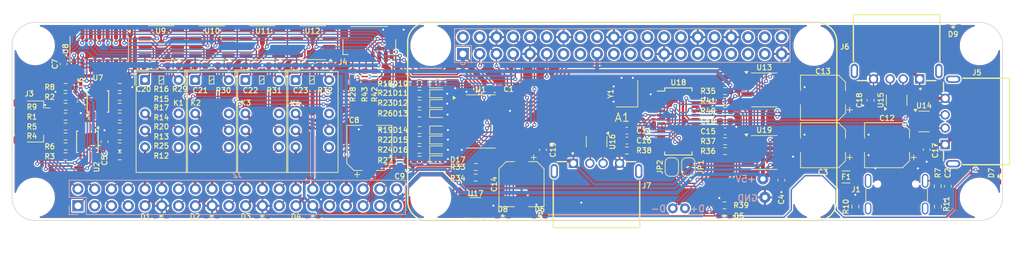
<source format=kicad_pcb>
(kicad_pcb (version 20241229) (generator "pcbnew") (generator_version "9.0")
  (layers (0 "F.Cu" signal) (2 "B.Cu" signal) (13 "F.Paste" user) (15 "B.Paste" user) (5 "F.SilkS" user "F.Silkscreen") (7 "B.SilkS" user "B.Silkscreen") (1 "F.Mask" user) (3 "B.Mask" user) (25 "Edge.Cuts" user))
  (net 0 "")
  (net 3 "GND")
  (net 8 "/SCL")
  (net 14 "Net-(A1-GP14{slash}TXD)")
  (net 15 "+5V")
  (net 19 "Net-(A1-GP15{slash}RXD)")
  (net 21 "/SDA")
  (net 22 "+3V3")
  (net 23 "/GPIO_EXT")
  (net 26 "/~{INT}")
  (net 28 "+5V_USB1")
  (net 31 "+5V_USB2")
  (net 32 "+5V_USB4")
  (net 33 "+1V8")
  (net 36 "+5V_USB3")
  (net 39 "Net-(F1-Pad1)")
  (net 40 "/NO1")
  (net 41 "/COM1")
  (net 42 "/NC1")
  (net 45 "/NC2")
  (net 46 "/NO2")
  (net 47 "/COM2")
  (net 48 "/NC3")
  (net 50 "/NO3")
  (net 51 "/COM3")
  (net 53 "/NC4")
  (net 54 "/NO4")
  (net 55 "/COM4")
  (net 56 "/USB_FLT")
  (net 57 "Net-(D3-A)")
  (net 58 "Net-(D5-K)")
  (net 59 "/TXD_OUT")
  (net 60 "/RXD_OUT")
  (net 61 "/GPIO1_OUT")
  (net 62 "/GPIO2_OUT")
  (net 63 "/AN1")
  (net 64 "/AN2")
  (net 65 "/AN3")
  (net 66 "/AN4")
  (net 67 "/AN5")
  (net 68 "/AN6")
  (net 69 "/AN7")
  (net 70 "/AN0")
  (net 71 "/GPIO3_OUT")
  (net 72 "/GPIO4_OUT")
  (net 73 "/GPIO6_OUT")
  (net 74 "/GPIO7_OUT")
  (net 75 "/GPIO0_OUT")
  (net 76 "/GPIO5_OUT")
  (net 77 "Net-(D6-A)")
  (net 78 "Net-(D8-A)")
  (net 79 "Net-(D1-A)")
  (net 80 "/USB2_EN")
  (net 81 "/USB1_EN")
  (net 82 "/USB3_EN")
  (net 83 "/USB4_EN")
  (net 84 "/RELAY1")
  (net 85 "/~{RELAY1}")
  (net 86 "/~{RELAY2}")
  (net 87 "/RELAY2")
  (net 88 "/RELAY3")
  (net 89 "/~{RELAY3}")
  (net 90 "/RELAY4")
  (net 91 "/~{RELAY4}")
  (net 92 "/GPIO4")
  (net 93 "/GPIO2")
  (net 94 "/GPIO0")
  (net 95 "/GPIO5")
  (net 96 "/GPIO1")
  (net 97 "/GPIO3")
  (net 98 "/GPIO6")
  (net 99 "/GPIO7")
  (net 100 "/USB_D+")
  (net 101 "/USB_D-")
  (net 102 "Net-(J1-SHIELD)")
  (net 103 "Net-(D2-A)")
  (net 104 "Net-(K2-Pad9)")
  (net 105 "Net-(K3-Pad9)")
  (net 106 "Net-(D4-A)")
  (net 107 "Net-(K4-Pad9)")
  (net 108 "Net-(D5-A)")
  (net 109 "Net-(J1-CC2)")
  (net 112 "Net-(J1-CC1)")
  (net 113 "Net-(J5-D+)")
  (net 115 "Net-(J5-D-)")
  (net 117 "Net-(J6-D-)")
  (net 118 "Net-(J6-D+)")
  (net 120 "Net-(J7-D+)")
  (net 121 "Net-(J7-D-)")
  (net 122 "Net-(U2-AIN0)")
  (net 123 "Net-(U2-AIN1)")
  (net 124 "Net-(U2-AIN2)")
  (net 125 "Net-(U2-AIN3)")
  (net 126 "Net-(J4-Pin_6)")
  (net 128 "Net-(U9-OUT2)")
  (net 129 "Net-(U9-OUT1)")
  (net 130 "Net-(U11-OUT2)")
  (net 131 "Net-(U11-OUT1)")
  (net 132 "Net-(U10-OUT1)")
  (net 133 "Net-(U10-OUT2)")
  (net 134 "Net-(U12-OUT1)")
  (net 135 "Net-(U12-OUT2)")
  (net 136 "Net-(U7-AIN0)")
  (net 137 "Net-(U7-AIN1)")
  (net 138 "Net-(U7-AIN2)")
  (net 139 "Net-(U7-AIN3)")
  (net 140 "Net-(U18-~{XRSTJ})")
  (net 141 "Net-(U18-BUSJ)")
  (net 142 "Net-(U18-REXT)")
  (net 143 "Net-(U18-LED1{slash}EESCL)")
  (net 144 "Net-(U18-LED2)")
  (net 146 "Net-(U18-XOUT)")
  (net 148 "Net-(U18-XIN)")
  (net 149 "Net-(K1-Pad9)")
  (net 150 "/RPI_D+")
  (net 151 "/RPI_D-")
  (net 152 "/1D-")
  (net 153 "/1D+")
  (net 154 "/2D-")
  (net 155 "/2D+")
  (net 156 "/3D+")
  (net 157 "/3D-")
  (net 158 "/4O_D-")
  (net 159 "/4O_D+")
  (net 160 "/4D-")
  (net 161 "/4D+")
  (footprint "LED_0603_1608Metric_side:LED_0603_1608Metric_side" (layer "F.Cu") (at 37.9 -0.7 180)
    (property "Reference" "D3")
    (property "Value" "LTST-S270KGKT")
  )
  (footprint "Diode_SMD:D_SOD-523" (layer "F.Cu") (at 64.5 -12.2)
    (property "Reference" "D15")
    (property "Value" "ESD5Z3.3T5G")
  )
  (footprint "Capacitor_SMD:C_0603_1608Metric" (layer "F.Cu") (at 93.1 -12.1)
    (property "Reference" "C16")
    (property "Value" "10uFx10V")
  )
  (footprint "Resistor_SMD:R_0603_1608Metric" (layer "F.Cu") (at 127.7 -2.1 90)
    (property "Reference" "R10")
    (property "Value" "5.1k")
  )
  (footprint "Resistor_SMD:R_0603_1608Metric" (layer "F.Cu") (at 8.1 -15.725)
    (property "Reference" "R1")
    (property "Value" "820k")
  )
  (footprint "MountingHoles:MountingHole_3.2mm_M3_keepouts" (layer "F.Cu") (at 3.5 -26.5)
    (property "Reference" "H2" (hide yes))
    (property "Value" "MountingHole" (hide yes))
  )
  (footprint "LED_0603_1608Metric_side:LED_0603_1608Metric_side" (layer "F.Cu") (at 142.5 -29.3)
    (property "Reference" "D9")
    (property "Value" "LTST-S270KGKT")
  )
  (footprint "Resistor_SMD:R_0603_1608Metric" (layer "F.Cu") (at 107.975 -18.1 180)
    (property "Reference" "R41")
    (property "Value" "330R")
  )
  (footprint "Resistor_SMD:R_0603_1608Metric" (layer "F.Cu") (at 93.1 -10.6)
    (property "Reference" "R38")
    (property "Value" "2.7k")
  )
  (footprint "Package_SO:TSSOP-10_3x3mm_P0.5mm" (layer "F.Cu") (at 11.4 -11.925 -90)
    (property "Reference" "U2")
    (property "Value" "ADS1015IDGS")
  )
  (footprint "Relay_THT:Relay_DPDT_Kemet_EC2" (layer "F.Cu") (at 42.9325 -21.278)
    (property "Reference" "K4")
    (property "Value" "EC2-5SNU")
  )
  (footprint "Capacitor_SMD:C_0603_1608Metric" (layer "F.Cu") (at 138.5 -10.725 90)
    (property "Reference" "C17")
    (property "Value" "0.1uFx50V")
  )
  (footprint "Resistor_SMD:R_0603_1608Metric" (layer "F.Cu") (at 140.2 -2.1 90)
    (property "Reference" "R11")
    (property "Value" "5.1k")
  )
  (footprint "Resistor_SMD:R_0603_1608Metric" (layer "F.Cu") (at 8.1 -18.725)
    (property "Reference" "R2")
    (property "Value" "820k")
  )
  (footprint "Package_SO:TSSOP-10_3x3mm_P0.5mm" (layer "F.Cu") (at 13 -18.025 90)
    (property "Reference" "U7")
    (property "Value" "ADS1015IDGS")
  )
  (footprint "Resistor_SMD:R_0603_1608Metric" (layer "F.Cu") (at 70.2 -6.5)
    (property "Reference" "R34")
    (property "Value" "330R")
  )
  (footprint "Resistor_SMD:R_0603_1608Metric" (layer "F.Cu") (at 61.7 -9.2 180)
    (property "Reference" "R27")
    (property "Value" "10k")
  )
  (footprint "Resistor_SMD:R_0603_1608Metric" (layer "F.Cu") (at 61.7 -12.2 180)
    (property "Reference" "R22")
    (property "Value" "10k")
  )
  (footprint "Diode_SMD:D_SOD-523" (layer "F.Cu") (at 64.5 -13.7)
    (property "Reference" "D14")
    (property "Value" "ESD5Z3.3T5G")
  )
  (footprint "Connector_JST:JST_SH_SM04B-SRSS-TB_1x04-1MP_P1.00mm_Horizontal" (layer "F.Cu") (at 3 -15 -90)
    (property "Reference" "J3")
    (property "Value" " HC-1.0-4PWT")
  )
  (footprint "Capacitor_SMD:C_0603_1608Metric" (layer "F.Cu") (at 7.8 -23.7 -90)
    (property "Reference" "C7")
    (property "Value" "0.1uFx50V")
  )
  (footprint "Resistor_SMD:R_0603_1608Metric" (layer "F.Cu") (at 140.175 -5.2 -90)
    (property "Reference" "R7")
    (property "Value" "1M")
  )
  (footprint "Capacitor_SMD:C_0603_1608Metric" (layer "F.Cu") (at 36.1 -23.45)
    (property "Reference" "C22")
    (property "Value" "0.1uFx50V")
  )
  (footprint "Capacitor_SMD:C_0603_1608Metric" (layer "F.Cu") (at 20.8 -23.45)
    (property "Reference" "C20")
    (property "Value" "0.1uFx50V")
  )
  (footprint "Resistor_SMD:R_0603_1608Metric" (layer "F.Cu") (at 8.1 -17.225 180)
    (property "Reference" "R9")
    (property "Value" "120k")
  )
  (footprint "Resistor_SMD:R_0603_1608Metric" (layer "F.Cu") (at 16.3 -9.725 180)
    (property "Reference" "R12")
    (property "Value" "820k")
  )
  (footprint "Resistor_SMD:R_0603_1608Metric" (layer "F.Cu") (at 16.3 -11.225)
    (property "Reference" "R25")
    (property "Value" "120k")
  )
  (footprint "Relay_THT:Relay_DPDT_Kemet_EC2" (layer "F.Cu") (at 20.1325 -21.278)
    (property "Reference" "K1")
    (property "Value" "EC2-5SNU")
  )
  (footprint "Resistor_SMD:R_0603_1608Metric" (layer "F.Cu") (at 53.4 -21.8 90)
    (property "Reference" "R43")
    (property "Value" "10k")
  )
  (footprint "LED_0603_1608Metric_side:LED_0603_1608Metric_side" (layer "F.Cu") (at 45.55 -0.7 180)
    (property "Reference" "D4")
    (property "Value" "LTST-S270KGKT")
  )
  (footprint "Package_SO:SOIC-8_3.9x4.9mm_P1.27mm" (layer "F.Cu") (at 113.9 -19.78)
    (property "Reference" "U13")
    (property "Value" "MIC2026-2xM")
  )
  (footprint "Capacitor_SMD:C_0603_1608Metric" (layer "F.Cu") (at 28.5 -23.45)
    (property "Reference" "C21")
    (property "Value" "0.1uFx50V")
  )
  (footprint "LED_0603_1608Metric_side:LED_0603_1608Metric_side" (layer "F.Cu") (at 74.335 -0.7 180)
    (property "Reference" "D8")
    (property "Value" "LTST-S270KGKT")
  )
  (footprint "Capacitor_SMD:CP_Elec_6.3x5.4" (layer "F.Cu") (at 54.1 -11 90)
    (property "Reference" "C8")
    (property "Value" "100uFx16V")
  )
  (footprint "Capacitor_SMD:C_0603_1608Metric" (layer "F.Cu") (at 43.7 -23.45)
    (property "Reference" "C23")
    (property "Value" "0.1uFx50V")
  )
  (footprint "Capacitor_SMD:C_0603_1608Metric" (layer "F.Cu") (at 10.4 -18.025 90)
    (property "Reference" "C6")
    (property "Value" "0.1uFx50V")
  )
  (footprint "Package_SO:SOIC-8_3.9x4.9mm_P1.27mm" (layer "F.Cu") (at 22.6 -26.93 180)
    (property "Reference" "U9")
    (property "Value" "ZXBM5210-S")
  )
  (footprint "Package_SO:TSSOP-24_4.4x7.8mm_P0.65mm" (layer "F.Cu") (at 70.9875 -15)
    (property "Reference" "U1")
    (property "Value" "TCA9535PWR")
  )
  (footprint "LED_0603_1608Metric_side:LED_0603_1608Metric_side" (layer "F.Cu") (at 30.25 -0.7 180)
    (property "Reference" "D2")
    (property "Value" "LTST-S270KGKT")
  )
  (footprint "Resistor_SMD:R_0603_1608Metric" (layer "F.Cu") (at 61.7 -16.2 180)
    (property "Reference" "R26")
    (property "Value" "10k")
  )
  (footprint "Relay_THT:Relay_DPDT_Kemet_EC2" (layer "F.Cu") (at 35.3325 -21.278)
    (property "Reference" "K3")
    (property "Value" "EC2-5SNU")
  )
  (footprint "Resistor_SMD:R_0603_1608Metric" (layer "F.Cu") (at 39.7 -23.45)
    (property "Reference" "R31")
    (property "Value" "330R")
  )
  (footprint "Resistor_SMD:R_0603_1608Metric" (layer "F.Cu") (at 16.3 -14.225)
    (property "Reference" "R20")
    (property "Value" "120k")
  )
  (footprint "Diode_SMD:D_SOD-523" (layer "F.Cu") (at 64.5 -16.2)
    (property "Reference" "D13")
    (property "Value" "ESD5Z3.3T5G")
  )
  (footprint "Resistor_SMD:R_0603_1608Metric" (layer "F.Cu") (at 51.6 -21.8 -90)
    (property "Reference" "R28")
    (property "Value" "100R")
  )
  (footprint "Diode_SMD:D_SOD-523" (layer "F.Cu") (at 64.515 -17.7)
    (property "Reference" "D12")
    (property "Value" "ESD5Z3.3T5G")
  )
  (footprint "Diode_SMD:D_SOD-523" (layer "F.Cu") (at 64.5 -10.7)
    (property "Reference" "D16")
    (property "Value" "ESD5Z3.3T5G")
  )
  (footprint "MountingHoles:MountingHole_3.2mm_M3_keepouts" (layer "F.Cu") (at 146.5 -26.5)
    (property "Reference" "H4" (hide yes))
    (property "Value" "MountingHole" (hide yes))
  )
  (footprint "Capacitor_SMD:C_0603_1608Metric" (layer "F.Cu") (at 116.5 -6.1 90)
    (property "Reference" "C4")
    (property "Value" "0.1uFx50V")
  )
  (footprint "Resistor_SMD:R_0603_1608Metric" (layer "F.Cu") (at 70.225 -8.1)
    (property "Reference" "R33")
    (property "Value" "330R")
  )
  (footprint "Package_TO_SOT_SMD:SOT-23-6" (layer "F.Cu") (at 133.95 -18.2125 90)
    (property "Reference" "U15")
    (property "Value" "USBLC6-2SC6")
  )
  (footprint "Resistor_SMD:R_0603_1608Metric" (layer "F.Cu") (at 54.9 -21.8 90)
    (property "Reference" "R42")
    (property "Value" "10k")
  )
  (footprint "Resistor_SMD:R_0603_1608Metric" (layer "F.Cu") (at 24.4 -23.45 180)
    (property "Reference" "R29")
    (property "Value" "330R")
  )
  (footprint "Resistor_SMD:R_0603_1608Metric" (layer "F.Cu") (at 8.1 -11.225 180)
    (property "Reference" "R6")
    (property "Value" "120k")
  )
  (footprint "LED_0603_1608Metric_side:LED_0603_1608Metric_side" (layer "F.Cu") (at 149.4 -6.7 -90)
    (property "Reference" "D7")
    (property "Value" "LTST-S270KGKT")
  )
  (footprint "Package_TO_SOT_SMD:SOT-23-6" (layer "F.Cu") (at 138.1 -15)
    (property "Reference" "U14")
    (property "Value" "USBLC6-2SC6")
  )
  (footprint "Capacitor_SMD:C_0603_1608Metric" (layer "F.Cu") (at 73.0875 -19.9)
    (property "Reference" "C1")
    (property "Value" "0.1uFx50V")
  )
  (footprint "LED_0603_1608Metric_side:LED_0603_1608Metric_side" (layer "F.Cu") (at 22.6 -0.7 180)
    (property "Reference" "D1")
    (property "Value" "LTST-S270KGKT")
  )
  (footprint "Resistor_SMD:R_0603_1608Metric" (layer "F.Cu") (at 107.975 -19.6 180)
    (property "Reference" "R35")
    (property "Value" "10k")
  )
  (footprint "Capacitor_SMD:CP_Elec_6.3x5.4" (layer "F.Cu") (at 132.5 -11.4 180)
    (property "Reference" "C12")
    (property "Value" "100uFx16V")
  )
  (footprint "Capacitor_SMD:C_0603_1608Metric" (layer "F.Cu") (at 130 -18.2 90)
    (property "Reference" "C18")
    (property "Value" "0.1uFx50V")
  )
  (footprint "Capacitor_SMD:CP_Elec_6.3x5.4" (layer "F.Cu") (at 77.15 -5.5 -90)
    (property "Reference" "C14")
    (property "Value" "100uFx16V")
  )
  (footprint "Capacitor_SMD:C_0603_1608Metric" (layer "F.Cu") (at 141.7 -5.2 90)
    (property "Reference" "C2")
    (property "Value" "0.01uFx50V")
  )
  (footprint "SM06B-SRSS-TB:JST_SM06B-SRSS-TB" (layer "F.Cu") (at 54.1 -24.8 180)
    (property "Reference" "J4")
    (property "Value" "SM06B-SRSS-TB")
  )
  (footprint "Resistor_SMD:R_0603_1608Metric" (layer "F.Cu") (at 61.7 -10.7 180)
    (property "Reference" "R24")
    (property "Value" "10k")
  )
  (footprint "Capacitor_SMD:C_0603_1608Metric" (layer "F.Cu") (at 14 -11.925 -90)
    (property "Reference" "C5")
    (property "Value" "0.1uFx50V")
  )
  (footprint "Resistor_SMD:R_0603_1608Metric" (layer "F.Cu") (at 107.875 -2.3 180)
    (property "Reference" "R39")
    (property "Value" "330R")
  )
  (footprint "MountingHoles:MountingHole_3.2mm_M3_keepouts" (layer "F.Cu") (at 3.5 -3.5)
    (property "Reference" "H1" (hide yes))
    (property "Value" "MountingHole" (hide yes))
  )
  (footprint "Diode_SMD:D_SOD-523" (layer "F.Cu") (at 64.5 -19.2)
    (property "Reference" "D11")
    (property "Value" "ESD5Z3.3T5G")
  )
  (footprint "Resistor_SMD:R_0603_1608Metric" (layer "F.Cu") (at 61.7 -20.7 180)
    (property "Reference" "R18")
    (property "Value" "10k")
  )
  (footprint "Package_SO:SOIC-8_3.9x4.9mm_P1.27mm" (layer "F.Cu") (at 45.55 -26.93 180)
    (property "Reference" "U12")
    (property "Value" "ZXBM5210-S")
  )
  (footprint "Package_TO_SOT_SMD:SOT-23-6" (layer "F.Cu") (at 88.5125 -11.9125 -90)
    (property "Reference" "U16")
    (property "Value" "USBLC6-2SC6")
  )
  (footprint "Capacitor_SMD:CP_Elec_6.3x5.4" (layer "F.Cu") (at 122.8 -18.6 180)
    (property "Reference" "C13")
    (property "Value" "100uFx16V")
  )
  (footprint "Resistor_SMD:R_0603_1608Metric" (layer "F.Cu") (at 32 -23.45)
    (property "Reference" "R30")
    (property "Value" "330R")
  )
  (footprint "MountingHoles:MountingHole_3.2mm_M3_keepouts" (layer "F.Cu") (at 146.5 -3.5)
    (property "Reference" "H3" (hide yes))
    (property "Value" "MountingHole" (hide yes))
  )
  (footprint "Capacitor_SMD:C_0603_1608Metric" (layer "F.Cu") (at 93.1 -13.6)
    (property "Reference" "C11")
    (property "Value" "10uFx10V")
  )
  (footprint "LED_0603_1608Metric_side:LED_0603_1608Metric_side" (layer "F.Cu") (at 107.9 -0.7 180)
    (property "Reference" "D5")
    (property "Value" "LTST-S270KRKT")
  )
  (footprint "Jumper:SolderJumper-2_P1.3mm_Open_RoundedPad1.0x1.5mm" (layer "F.Cu") (at 99.9 -8.1 90)
    (property "Reference" "JP2")
    (property "Value" "SolderJumper_2_Open")
  )
  (footprint "Resistor_SMD:R_0603_1608Metric" (layer "F.Cu") (at 16.3 -18.725 180)
    (property "Reference" "R15")
    (property "Value" "820k")
  )
  (footprint "Resistor_SMD:R_0603_1608Metric" (layer "F.Cu") (at 61.7 -19.2 180)
    (property "Reference" "R21")
    (property "Value" "10k")
  )
  (footprint "Relay_THT:Relay_DPDT_Kemet_EC2" (layer "F.Cu") (at 27.7325 -21.278)
    (property "Reference" "K2")
    (property "Value" "EC2-5SNU")
  )
  (footprint "Resistor_SMD:R_0603_1608Metric" (layer "F.Cu") (at 16.3 -20.225)
    (property "Reference" "R16")
    (property "Value" "120k")
  )
  (footprint "Resistor_SMD:R_0603_1608Metric" (layer "F.Cu") (at 8.1 -20.225 180)
    (property "Reference" "R8")
    (property "Value" "120k")
  )
  (footprint "Resistor_SMD:R_0603_1608Metric" (layer "F.Cu") (at 61.7 -17.7 180)
    (property "Reference" "R23")
    (property "Value" "10k")
  )
  (footprint "Jumper:SolderJumper-2_P1.3mm_Open_RoundedPad1.0x1.5mm" (layer "F.Cu") (at 102.4 -8.1 90)
    (property "Reference" "JP1")
    (property "Value" "SolderJumper_2_Open")
  )
  (footprint "Fuse:Fuse_1206_3216Metric" (layer "F.Cu") (at 126.3 -6.6 180)
    (property "Reference" "F1")
    (property "Value" "MF-NSMF200-2")
  )
  (footprint "Package_SO:SOIC-8_3.9x4.9mm_P1.27mm" (layer "F.Cu") (at 30.25 -26.93 180)
    (property "Reference" "U10")
    (property "Value" "ZXBM5210-S")
  )
  (footprint "Diode_SMD:D_SOD-523" (layer "F.Cu") (at 64.5 -20.7)
    (property "Reference" "D10")
    (property "Value" "ESD5Z3.3T5G")
  )
  (footprint "Capacitor_SMD:CP_Elec_6.3x5.4" (layer "F.Cu") (at 122.8 -11.4 180)
    (property "Reference" "C3")
    (property "Value" "100uFx16V")
  )
  (footprint "Resistor_SMD:R_0603_1608Metric" (layer "F.Cu") (at 47.4 -23.45)
    (property "Reference" "R32")
    (property "Value" "330R")
  )
  (footprint "Capacitor_SMD:C_0603_1608Metric" (layer "F.Cu") (at 107.975 -13.5 180)
    (property "Reference" "C15")
    (property "Value" "10uFx10V")
  )
  (footprint "USB1125-GF-B:GCT_USB1125-GF-B_REVA" (layer "F.Cu") (at 142.5 -15 90)
    (property "Reference" "J5")
    (property "Value" "USB_A")
  )
  (footprint "Resistor_SMD:R_0603_1608Metric" (layer "F.Cu") (at 16.3 -17.225)
    (property "Reference" "R17")
    (property "Value" "120k")
  )
  (footprint "Resistor_SMD:R_0603_1608Metric" (layer "F.Cu") (at 8.1 -14.225 180)
    (property "Reference" "R5")
    (property "Value" "120k")
  )
  (footprint "Resistor_SMD:R_0603_1608Metric" (layer "F.Cu") (at 107.975 -10.5 180)
    (property "Reference" "R36")
    (property "Value" "10k")
  )
  (footprint "Capacitor_SMD:C_0603_1608Metric" (layer "F.Cu") (at 58.7 -9 -90)
    (property "Reference" "C9")
    (property "Value" "0.1uFx50V")
  )
  (footprint "Package_SO:SOIC-8_3.9x4.9mm_P1.27mm" (layer "F.Cu") (at 113.9 -10.3)
    (property "Reference" "U19")
    (property "Value" "MIC2026-2xM")
  )
  (footprint "Package_SO:SOIC-14_3.9x8.7mm_P1.27mm" (layer "F.Cu") (at 13.1975 -25.9475 -90)
    (property "Reference" "U8")
    (property "Value" "74HC04")
  )
  (footprint "Diode_SMD:D_SOD-523" (layer "F.Cu") (at 64.5 -9.2)
    (property "Reference" "D17")
    (property "Value" "ESD5Z3.3T5G")
  )
  (footprint "Connector_USB:USB_C_Receptacle_GCT_USB4105-xx-A_16P_TopMnt_Horizontal" (layer "F.Cu") (at 133.95 -2.91)
    (property "Reference" "J1")
    (property "Value" "USB4105-GF-A-120")
  )
  (footprint "Package_SO:SOIC-8_3.9x4.9mm_P1.27mm" (layer "F.Cu") (at 37.9 -26.93 180)
    (property "Reference" "U11")
    (property "Value" "ZXBM5210-S")
  )
  (footprint "Package_TO_SOT_SMD:SOT-23-6" (layer "F.Cu") (at 70.2 -1.9 180)
    (property "Reference" "U17")
    (property "Value" "USBLC6-2SC6")
  )
  (footprint "Resistor_SMD:R_0603_1608Metric" (layer "F.Cu") (at 8.1 -12.725)
    (property "Reference" "R4")
    (property "Value" "820k")
  )
  (footprint "Capacitor_SMD:C_0603_1608Metric" (layer "F.Cu") (at 80.4 -10.7 -90)
    (property "Reference" "C19")
    (property "Value" "0.1uFx50V")
  )
  (footprint "Resistor_SMD:R_0603_1608Metric" (layer "F.Cu") (at 107.975 -16.6 180)
    (property "Reference" "R40")
    (property "Value" "330R")
  )
  (footprint "LED_0603_1608Metric_side:LED_0603_1608Metric_side" (layer "F.Cu") (at 79.9 -0.7 180)
    (property "Reference" "D6")
    (property "Value" "LTST-S270KGKT")
  )
  (footprint "Crystal:Crystal_SMD_3225-4Pin_3.2x2.5mm" (layer "F.Cu") (at 93.1 -19.2 90)
    (property "Reference" "Y1")
    (property "Value" "12MHz")
  )
  (footprint "Package_SO:SSOP-28_3.9x9.9mm_P0.635mm" (layer "F.Cu") (at 100.9 -15)
    (property "Reference" "U18")
    (property "Value" "FE1.1s")
  )
  (footprint "Resistor_SMD:R_0603_1608Metric" (layer "F.Cu") (at 16.3 -15.725 180)
    (property "Reference" "R14")
    (property "Value" "820k")
  )
  (footprint "Resistor_SMD:R_0603_1608Metric" (layer "F.Cu") (at 61.7 -13.7 180)
    (property "Reference" "R19")
    (property "Value" "10k")
  )
  (footprint "Resistor_SMD:R_0603_1608Metric" (layer "F.Cu") (at 107.975 -12 180)
    (property "Reference" "R37")
    (property "Value" "10k")
  )
  (footprint "USB1125-GF-B:GCT_USB1125-GF-B_REVA" (layer "F.Cu") (at 88.5 -7.4625)
    (property "Reference" "J7")
    (property "Value" "USB_A")
  )
  (footprint "Resistor_SMD:R_0603_1608Metric" (layer "F.Cu") (at 8.1 -9.725)
    (property "Reference" "R3")
    (property "Value" "820k")
  )
  (footprint "Resistor_SMD:R_0603_1608Metric" (layer "F.Cu") (at 16.3 -12.725 180)
    (property "Reference" "R13")
    (property "Value" "820k")
  )
  (footprint "Capacitor_SMD:C_0603_1608Metric" (layer "F.Cu") (at 107.975 -15 180)
    (property "Reference" "C10")
    (property "Value" "0.1uFx50V")
  )
  (footprint "USB1125-GF-B:GCT_USB1125-GF-B_REVA" (layer "F.Cu") (at 133.95 -22.6375 180)
    (property "Reference" "J6")
    (property "Value" "USB_A")
  )
  (footprint "Raspberry_Pi_Zero_v.1.3_Hat:RASPI_ZERO_FULL" (layer "B.Cu") (at 124.9 0 180)
    (property "Reference" "A1")
    (property "Value" "Raspberry Pi Zero v1.3")
  )
  (footprint "Connector_PinSocket_2.54mm:PinSocket_2x20_P2.54mm_Vertical" (layer "B.Cu") (at 9.975 -2.23 -90)
    (property "Reference" "J2")
    (property "Value" "Conn_02x20_Odd_Even")
  )
  (gr_line (start 150 -3.5) (end 150 -26.5) (stroke (width 0.1)) (layer "Edge.Cuts"))
  (gr_arc (start 150 -3.5) (mid 148.974874 -1.025126) (end 146.5 0) (stroke (width 0.1)) (layer "Edge.Cuts"))
  (gr_arc (start 3.5 0) (mid 1.025126 -1.025126) (end 0 -3.5) (stroke (width 0.1)) (layer "Edge.Cuts"))
  (gr_arc (start 146.5 -30) (mid 148.974874 -28.974874) (end 150 -26.5) (stroke (width 0.1)) (layer "Edge.Cuts"))
  (gr_line (start 3.5 -30) (end 146.5 -30) (stroke (width 0.1)) (layer "Edge.Cuts"))
  (gr_line (start 3.5 0) (end 146.5 0) (stroke (width 0.1)) (layer "Edge.Cuts"))
  (gr_line (start 0 -26.5) (end 0 -3.5) (stroke (width 0.1)) (layer "Edge.Cuts"))
  (gr_arc (start 0 -26.5) (mid 1.025126 -28.974874) (end 3.5 -30) (stroke (width 0.1)) (layer "Edge.Cuts"))
  (segment (start 12 -15.125) (end 12.1 -15.025) (width 0.2) (layer "F.Cu") (net 3))
  (segment (start 89.162501 -11.7375) (end 89.803052 -11.7375) (width 0.2) (layer "F.Cu") (net 3))
  (segment (start 65.2 -16.2) (end 65.785784 -16.2) (width 0.2) (layer "F.Cu") (net 3))
  (segment (start 85.7375 -2.4) (end 92 -8.6625) (width 0.5) (layer "F.Cu") (net 3))
  (segment (start 27.725 -23.45) (end 27.725 -24.975) (width 0.2) (layer "F.Cu") (net 3))
  (segment (start 55.7 -13.8) (end 52.5 -13.8) (width 0.2) (layer "F.Cu") (net 3))
  (segment (start 140.2 -2.925) (end 140.2 -4.35) (width 0.2) (layer "F.Cu") (net 3))
  (segment (start 92.325 -12.1) (end 92.325 -13.6) (width 0.2) (layer "F.Cu") (net 3))
  (segment (start 69.2 -19.4) (end 69.7 -19.4) (width 0.2) (layer "F.Cu") (net 3))
  (segment (start 46.8 -1.135) (end 46.365 -0.7) (width 0.2) (layer "F.Cu") (net 3))
  (segment (start 75.375 -16.625) (end 75.4 -16.6) (width 0.2) (layer "F.Cu") (net 3))
  (segment (start 140.2 -4.35) (end 140.175 -4.375) (width 0.2) (layer "F.Cu") (net 3))
  (segment (start 65.2 -10.7) (end 66 -10.7) (width 0.2) (layer "F.Cu") (net 3))
  (segment (start 119.465 -9.665) (end 120 -10.2) (width 0.2) (layer "F.Cu") (net 3))
  (segment (start 72.535027 -1.9) (end 71.3375 -1.9) (width 0.2) (layer "F.Cu") (net 3))
  (segment (start 92 -10.1) (end 92 -8.6625) (width 0.2) (layer "F.Cu") (net 3))
  (segment (start 18.2 -21.7) (end 18.6 -21.7) (width 0.2) (layer "F.Cu") (net 3))
  (segment (start 27.725 -24.975) (end 27.775 -25.025) (width 0.2) (layer "F.Cu") (net 3))
  (segment (start 120 -10.2) (end 120 -11.4) (width 0.2) (layer "F.Cu") (net 3))
  (segment (start 13 -16.65) (end 12.4 -17.25) (width 0.2) (layer "F.Cu") (net 3))
  (segment (start 38.715 -1.43) (end 37.915 -2.23) (width 0.2) (layer "F.Cu") (net 3))
  (segment (start 92.275 -10.375) (end 92 -10.1) (width 0.2) (layer "F.Cu") (net 3))
  (segment (start 31.065 -0.7) (end 31.065 -1.46) (width 0.2) (layer "F.Cu") (net 3))
  (segment (start 12.4 -14.175) (end 12.4 -15.025) (width 0.2) (layer "F.Cu") (net 3))
  (segment (start 57.325 -9.775) (end 58.8 -9.775) (width 0.2) (layer "F.Cu") (net 3))
  (segment (start 12 -12.7) (end 11.4 -13.3) (width 0.2) (layer "F.Cu") (net 3))
  (segment (start 11.475 -15.025) (end 12.1 -15.025) (width 0.2) (layer "F.Cu") (net 3))
  (segment (start 17.125 -11.225) (end 17.025 -11.225) (width 0.2) (layer "F.Cu") (net 3))
  (segment (start 17.125 -11.225) (end 16.425 -11.925) (width 0.2) (layer "F.Cu") (net 3))
  (segment (start 7.275 -17.225) (end 7.975 -16.525) (width 0.2) (layer "F.Cu") (net 3))
  (segment (start 20.125 -25.025) (end 20.125 -23.55) (width 0.2) (layer "F.Cu") (net 3))
  (segment (start 16.425 -16.525) (end 17.125 -17.225) (width 0.2) (layer "F.Cu") (net 3))
  (segment (start 65.9 -9.2) (end 66 -9.3) (width 0.2) (layer "F.Cu") (net 3))
  (segment (start 23.415 -1.49) (end 23.415 -0.6) (width 0.2) (layer "F.Cu") (net 3))
  (segment (start 138.275 -16.290552) (end 140.484448 -18.5) (width 0.2) (layer "F.Cu") (net 3))
  (segment (start 137.96 -7.4) (end 137.15 -6.59) (width 0.2) (layer "F.Cu") (net 3))
  (segment (start 35.425 -23.55) (end 35.325 -23.45) (width 0.2) (layer "F.Cu") (net 3))
  (segment (start 133.95 -17.737499) (end 133.387499 -18.3) (width 0.2) (layer "F.Cu") (net 3))
  (segment (start 13 -15.875) (end 13 -16.65) (width 0.2) (layer "F.Cu") (net 3))
  (segment (start 72.3125 -18.9125) (end 72.3 -18.9) (width 0.2) (layer "F.Cu") (net 3))
  (segment (start 65.2 -13.7) (end 66 -13.7) (width 0.2) (layer "F.Cu") (net 3))
  (segment (start 130.74 -7.9) (end 130.75 -7.89) (width 0.2) (layer "F.Cu") (net 3))
  (segment (start 34 -22.125) (end 35.325 -23.45) (width 0.2) (layer "F.Cu") (net 3))
  (segment (start 140.484448 -18.5) (end 141.3 -18.5) (width 0.2) (layer "F.Cu") (net 3))
  (segment (start 16.425 -19.525) (end 17.125 -20.225) (width 0.2) (layer "F.Cu") (net 3))
  (segment (start 67.124265 -20.024265) (end 66.44853 -20.7) (width 0.2) (layer "F.Cu") (net 3))
  (segment (start 120 -18.6) (end 120 -20.2) (width 0.2) (layer "F.Cu") (net 3))
  (segment (start 13 -15.1) (end 13 -15.875) (width 0.2) (layer "F.Cu") (net 3))
  (segment (start 141.498696 -7.4) (end 142.5 -6.398696) (width 0.2) (layer "F.Cu") (net 3))
  (segment (start 66.44853 -20.7) (end 65.2 -20.7) (width 0.2) (layer "F.Cu") (net 3))
  (segment (start 130 -17.425) (end 128.925 -17.425) (width 0.2) (layer "F.Cu") (net 3))
  (segment (start 88.5125 -13.05) (end 88.5125 -12.387501) (width 0.2) (layer "F.Cu") (net 3))
  (segment (start 69.2 -19.4) (end 68.9 -19.4) (width 0.2) (layer "F.Cu") (net 3))
  (segment (start 72.885098 -2.250071) (end 72.535027 -1.9) (width 0.2) (layer "F.Cu") (net 3))
  (segment (start 69.2 -18.262501) (end 69.2 -19.4) (width 0.2) (layer "F.Cu") (net 3))
  (segment (start 41.6 -22.125) (end 42.925 -23.45) (width 0.2) (layer "F.Cu") (net 3))
  (segment (start 65.2 -9.2) (end 65.9 -9.2) (width 0.2) (layer "F.Cu") (net 3))
  (segment (start 17.025 -11.225) (end 16.3 -10.5) (width 0.2) (layer "F.Cu") (net 3))
  (segment (start 7.275 -11.537352) (end 7.975 -12.237352) (width 0.2) (layer "F.Cu") (net 3))
  (segment (start 7.8 -25.7) (end 7.8 -24.475) (width 0.2) (layer "F.Cu") (net 3))
  (segment (start 46.8 -3.2) (end 46.8 -1.135) (width 0.2) (layer "F.Cu") (net 3))
  (segment (start 7.975 -16.525) (end 7.975 -14.925) (width 0.2) (layer "F.Cu") (net 3))
  (segment (start 128.925 -17.425) (end 128.9 -17.4) (width 0.2) (layer "F.Cu") (net 3))
  (segment (start 65.2 -12.2) (end 65.95 -12.2) (width 0.2) (layer "F.Cu") (net 3))
  (segment (start 41.6 -21.8) (end 41.6 -22.125) (width 0.2) (layer "F.Cu") (net 3))
  (segment (start 80.4 -11.475) (end 81.675 -11.475) (width 0.2) (layer "F.Cu") (net 3))
  (segment (start 137.15 -7.88) (end 137.15 -6.59) (width 0.2) (layer "F.Cu") (net 3))
  (segment (start 35.425 -25.025) (end 35.425 -23.55) (width 0.2) (layer "F.Cu") (net 3))
  (segment (start 91.1 -18) (end 92.15 -18) (width 0.2) (layer "F.Cu") (net 3))
  (segment (start 68.125 -10.725) (end 68.1 -10.7) (width 0.2) (layer "F.Cu") (net 3))
  (segment (start 73.85 -16.625) (end 75.375 -16.625) (width 0.2) (layer "F.Cu") (net 3))
  (segment (start 16.425 -13.525) (end 17.125 -14.225) (width 0.2) (layer "F.Cu") (net 3))
  (segment (start 81.675 -11.475) (end 81.7 -11.5) (width 0.2) (layer "F.Cu") (net 3))
  (segment (start 16.425 -11.925) (end 16.425 -13.525) (width 0.2) (layer "F.Cu") (net 3))
  (segment (start 7.275 -11.225) (end 7.275 -11.537352) (width 0.2) (layer "F.Cu") (net 3))
  (segment (start 7.975 -17.925) (end 7.975 -19.525) (width 0.2) (layer "F.Cu") (net 3))
  (segment (start 11.4 -13.3) (end 11.4 -14.075) (width 0.2) (layer "F.Cu") (net 3))
  (segment (start 129.7 -11.4) (end 129.7 -13) (width 0.2) (layer "F.Cu") (net 3))
  (segment (start 12.925 -15.025) (end 13 -15.1) (width 0.2) (layer "F.Cu") (net 3))
  (segment (start 104.9 -18.6) (end 104.7925 -18.4925) (width 0.2) (layer "F.Cu") (net 3))
  (segment (start 65.2 -19.2) (end 65.9 -19.2) (width 0.2) (layer "F.Cu") (net 3))
  (segment (start 11.4 -14.175) (end 11.4 -14.95) (width 0.2) (layer "F.Cu") (net 3))
  (segment (start 10.4 -17.25) (end 10.4 -16.2625) (width 0.2) (layer "F.Cu") (net 3))
  (segment (start 137.17 -7.9) (end 137.15 -7.88) (width 0.2) (layer "F.Cu") (net 3))
  (segment (start 14 -12.7) (end 12 -12.7) (width 0.2) (layer "F.Cu") (net 3))
  (segment (start 20.075 -25.075) (end 20.125 -25.025) (width 0.2) (layer "F.Cu") (net 3))
  (segment (start 38.715 -0.7) (end 38.715 -1.43) (width 0.2) (layer "F.Cu") (net 3))
  (segment (start 65.785784 -16.2) (end 65.942892 -16.042892) (width 0.2) (layer "F.Cu") (net 3))
  (segment (start 34 -21.8) (end 34 -22.125) (width 0.2) (layer "F.Cu") (net 3))
  (segment (start 18.2 -20.2) (end 17.15 -20.2) (width 0.2) (layer "F.Cu") (net 3))
  (segment (start 6.574766 -19.495241) (end 6.574766 -19.524766) (width 0.2) (layer "F.Cu") (net 3))
  (segment (start 22.675 -2.23) (end 23.415 -1.49) (width 0.2) (layer "F.Cu") (net 3))
  (segment (start 118.265 -9.665) (end 119.465 -9.665) (width 0.2) (layer "F.Cu") (net 3))
  (segment (start 139.987648 -7.4) (end 137.96 -7.4) (width 0.2) (layer "F.Cu") (net 3))
  (segment (start 108.75 -14.3) (end 108.75 -13.5) (width 0.2) (layer "F.Cu") (net 3))
  (segment (start 133.387499 -18.3) (end 132.577752 -18.3) (width 0.2) (layer "F.Cu") (net 3))
  (segment (start 92.15 -18) (end 92.25 -18.1) (width 0.2) (layer "F.Cu") (net 3))
  (segment (start 14 -12.7) (end 14 -13.6625) (width 0.2) (layer "F.Cu") (net 3))
  (segment (start 141.275 -2.925) (end 141.3 -2.9) (width 0.2) (layer "F.Cu") (net 3))
  (segment (start 69.7 -18.112501) (end 68.862499 -17.275) (width 0.2) (layer "F.Cu") (net 3))
  (segment (start 11.4 -14.95) (end 11.475 -15.025) (width 0.2) (layer "F.Cu") (net 3))
  (segment (start 104.7925 -18.4925) (end 103.5 -18.4925) (width 0.2) (layer "F.Cu") (net 3))
  (segment (start 127.7 -2.925) (end 127.7 -3.9) (width 0.2) (layer "F.Cu") (net 3))
  (segment (start 12 -15.875) (end 12 -15.125) (width 0.2) (layer "F.Cu") (net 3))
  (segment (start 129.7 -11.4) (end 129.7 -9.9) (width 0.2) (layer "F.Cu") (net 3))
  (segment (start 133.95 -17.075) (end 133.95 -17.737499) (width 0.2) (layer "F.Cu") (net 3))
  (segment (start 17.125 -17.225) (end 16.425 -17.925) (width 0.2) (layer "F.Cu") (net 3))
  (segment (start 7.975 -12.237352) (end 7.975 -13.525) (width 0.2) (layer "F.Cu") (net 3))
  (segment (start 43.075 -25.025) (end 43.075 -23.6) (width 0.2) (layer "F.Cu") (net 3))
  (segment (start 57.3 -9.8) (end 57.325 -9.775) (width 0.2) (layer "F.Cu") (net 3))
  (segment (start 77.3 -2.4) (end 85.7375 -2.4) (width 0.5) (layer "F.Cu") (net 3))
  (segment (start 92.275 -10.6) (end 92.275 -10.375) (width 0.2) (layer "F.Cu") (net 3))
  (segment (start 18.6 -21.7) (end 20.025 -23.125) (width 0.2) (layer "F.Cu") (net 3))
  (segment (start 17.125 -14.225) (end 16.425 -14.925) (width 0.2) (layer "F.Cu") (net 3))
  (segment (start 137.9 -18.5) (end 141.3 -18.5) (width 0.5) (layer "F.Cu") (net 3))
  (segment (start 137.624999 -15) (end 138.275 -15.650001) (width 0.2) (layer "F.Cu") (net 3))
  (segment (start 130.75 -7.89) (end 130.75 -6.59) (width 0.2) (layer "F.Cu") (net 3))
  (segment (start 92.275 -12.05) (end 92.325 -12.1) (width 0.2) (layer "F.Cu") (net 3))
  (segment (start 138.5 -9.95) (end 138.5 -8.9) (width 0.2) (layer "F.Cu") (net 3))
  (segment (start 107.05 -3.35) (end 107.1 -3.4) (width 0.2) (layer "F.Cu") (net 3))
  (segment (start 43.075 -23.6) (end 42.925 -23.45) (width 0.2) (layer "F.Cu") (net 3))
  (segment (start 68.125 -17.925) (end 68.862499 -17.925) (width 0.2) (layer "F.Cu") (net 3))
  (segment (start 12.1 -15.025) (end 12.4 -15.025) (width 0.2) (layer "F.Cu") (net 3))
  (segment (start 26.4825 -21.799921) (end 26.4825 -22.2075) (width 0.2) (layer "F.Cu") (net 3))
  (segment (start 136.9625 -15) (end 137.624999 -15) (width 0.2) (layer "F.Cu") (net 3))
  (segment (start 56.6 -24.8) (end 56.6 -20.6) (width 0.2) (layer "F.Cu") (net 3))
  (segment (start 12.4 -17.25) (end 10.4 -17.25) (width 0.2) (layer "F.Cu") (net 3))
  (segment (start 142.5 -6.398696) (end 142.5 -5.225) (width 0.2) (layer "F.Cu") (net 3))
  (segment (start 7.275 -17.225) (end 7.975 -17.925) (width 0.2) (layer "F.Cu") (net 3))
  (segment (start 132.577752 -18.3) (end 130.45 -20.427752) (width 0.2) (layer "F.Cu") (net 3))
  (segment (start 16.425 -14.925) (end 16.425 -16.525) (width 0.2) (layer "F.Cu") (net 3))
  (segment (start 98.3 -19.1275) (end 95.7725 -19.1275) (width 0.2) (layer "F.Cu") (net 3))
  (segment (start 116.5 -5.325) (end 116.5 -4.3) (width 0.2) (layer "F.Cu") (net 3))
  (segment (start 20.025 -23.125) (end 20.025 -23.45) (width 0.2) (layer "F.Cu") (net 3))
  (segment (start 140.2 -2.925) (end 141.275 -2.925) (width 0.2) (layer "F.Cu") (net 3))
  (segment (start 116.375 -9.665) (end 118.265 -9.665) (width 0.2) (layer "F.Cu") (net 3))
  (segment (start 140.175 -4.375) (end 141.65 -4.375) (width 0.2) (layer "F.Cu") (net 3))
  (segment (start 138.275 -15.650001) (end 138.275 -16.290552) (width 0.2) (layer "F.Cu") (net 3))
  (segment (start 65.215 -17.7) (end 65.9 -17.7) (width 0.2) (layer "F.Cu") (net 3))
  (segment (start 7.975 -19.525) (end 7.275 -20.225) (width 0.2) (layer "F.Cu") (net 3))
  (segment (start 5 -16.5) (end 5 -17.5) (width 0.2) (layer "F.Cu") (net 3))
  (segment (start 139.987648 -7.4) (end 141.498696 -7.4) (width 0.2) (layer "F.Cu") (net 3))
  (segment (start 89.803052 -11.7375) (end 92 -9.540552) (width 0.2) (layer "F.Cu") (net 3))
  (segment (start 108.75 -15) (end 108.75 -14.3) (width 0.2) (layer "F.Cu") (net 3))
  (segment (start 9.3875 -27.2875) (end 9.3875 -28.4225) (width 0.2) (layer "F.Cu") (net 3))
  (segment (start 142.5 -5.225) (end 141.7 -4.425) (width 0.2) (layer "F.Cu") (net 3))
  (segment (start 17.15 -20.2) (end 17.125 -20.225) (width 0.2) (layer "F.Cu") (net 3))
  (segment (start 68.862499 -17.925) (end 69.2 -18.262501) (width 0.2) (layer "F.Cu") (net 3))
  (segment (start 88.5125 -12.387501) (end 89.162501 -11.7375) (width 0.2) (layer "F.Cu") (net 3))
  (segment (start 92.275 -10.6) (end 92.275 -12.05) (width 0.2) (layer "F.Cu") (net 3))
  (segment (start 65.95 -12.2) (end 66 -12.25) (width 0.2) (layer "F.Cu") (net 3))
  (segment (start 120 -11.4) (end 120 -13) (width 0.2) (layer "F.Cu") (net 3))
  (segment (start 31.065 -1.46) (end 30.295 -2.23) (width 0.2) (layer "F.Cu") (net 3))
  (segment (start 93.95 -21.55) (end 94 -21.6) (width 0.2) (layer "F.Cu") (net 3))
  (segment (start 109.549999 -14.3) (end 108.75 -14.3) (width 0.2) (layer "F.Cu") (net 3))
  (segment (start 92 -9.540552) (end 92 -8.6625) (width 0.2) (layer "F.Cu") (net 3))
  (segment (start 95.7725 -19.1275) (end 94.6 -20.3) (width 0.2) (layer "F.Cu") (net 3))
  (segment (start 94.6 -20.3) (end 93.95 -20.3) (width 0.2) (layer "F.Cu") (net 3))
  (segment (start 20.125 -23.55) (end 20.025 -23.45) (width 0.2) (layer "F.Cu") (net 3))
  (segment (start 93.95 -20.3) (end 93.95 -21.55) (width 0.2) (layer "F.Cu") (net 3))
  (segment (start 141.65 -4.375) (end 141.7 -4.425) (width 0.2) (layer "F.Cu") (net 3))
  (segment (start 16.425 -17.925) (end 16.425 -19.525) (width 0.2) (layer "F.Cu") (net 3))
  (segment (start 68.862499 -17.275) (end 68.125 -17.275) (width 0.2) (layer "F.Cu") (net 3))
  (segment (start 130.45 -20.427752) (end 130.45 -21.4375) (width 0.2) (layer "F.Cu") (net 3))
  (segment (start 68.9 -19.4) (end 68.8 -19.5) (width 0.2) (layer "F.Cu") (net 3))
  (segment (start 69.7 -19.4) (end 69.7 -18.112501) (width 0.2) (layer "F.Cu") (net 3))
  (segment (start 7.8 -25.7) (end 9.3875 -27.2875) (width 0.2) (layer "F.Cu") (net 3))
  (segment (start 72.3125 -19.9) (end 72.3125 -18.9125) (width 0.2) (layer "F.Cu") (net 3))
  (segment (start 109.675 -14.174999) (end 109.549999 -14.3) (width 0.2) (layer "F.Cu") (net 3))
  (segment (start 107.05 -2.3) (end 107.05 -3.35) (width 0.2) (layer "F.Cu") (net 3))
  (segment (start 26.4825 -22.2075) (end 27.725 -23.45) (width 0.2) (layer "F.Cu") (net 3))
  (segment (start 12.4 -15.025) (end 12.925 -15.025) (width 0.2) (layer "F.Cu") (net 3))
  (segment (start 68.125 -11.425) (end 68.125 -10.725) (width 0.2) (layer "F.Cu") (net 3))
  (segment (start 7.975 -14.925) (end 7.275 -14.225) (width 0.2) (layer "F.Cu") (net 3))
  (segment (start 7.975 -13.525) (end 7.275 -14.225) (width 0.2) (layer "F.Cu") (net 3))
  (segment (start 6.574766 -19.524766) (end 7.275 -20.225) (width 0.2) (layer "F.Cu") (net 3))
  (via (at 66 -12.25) (size 0.6) (drill 0.3) (layers "F.Cu" "B.Cu") (net 3))
  (via (at 66 -13.7) (size 0.6) (drill 0.3) (layers "F.Cu" "B.Cu") (net 3))
  (via (at 138.5 -8.9) (size 0.6) (drill 0.3) (layers "F.Cu" "B.Cu") (net 3))
  (via (at 66 -9.3) (size 0.6) (drill 0.3) (layers "F.Cu" "B.Cu") (net 3))
  (via (at 5 -17.5) (size 0.6) (drill 0.3) (layers "F.Cu" "B.Cu") (net 3))
  (via (at 46.8 -3.2) (size 0.6) (drill 0.3) (layers "F.Cu" "B.Cu") (net 3))
  (via (at 65.942892 -16.042892) (size 0.6) (drill 0.3) (layers "F.Cu" "B.Cu") (net 3))
  (via (at 141.3 -2.9) (size 0.6) (drill 0.3) (layers "F.Cu" "B.Cu") (net 3))
  (via (at 7.8 -25.7) (size 0.6) (drill 0.3) (layers "F.Cu" "B.Cu") (net 3))
  (via (at 56.2 -28.9) (size 0.6) (drill 0.3) (layers "F.Cu" "B.Cu") (net 3))
  (via (at 91.1 -20.3) (size 0.6) (drill 0.3) (layers "F.Cu" "B.Cu") (net 3))
  (via (at 91.1 -18) (size 0.6) (drill 0.3) (layers "F.Cu" "B.Cu") (net 3))
  (via (at 26.4825 -21.799921) (size 0.6) (drill 0.3) (layers "F.Cu" "B.Cu") (net 3))
  (via (at 65.9 -17.7) (size 0.6) (drill 0.3) (layers "F.Cu" "B.Cu") (net 3))
  (via (at 120 -20.2) (size 0.6) (drill 0.3) (layers "F.Cu" "B.Cu") (net 3))
  (via (at 81.7 -11.5) (size 0.6) (drill 0.3) (layers "F.Cu" "B.Cu") (net 3))
  (via (at 56.6 -20.6) (size 0.6) (drill 0.3) (layers "F.Cu" "B.Cu") (net 3))
  (via (at 14 -13.6625) (size 0.6) (drill 0.3) (layers "F.Cu" "B.Cu") (net 3))
  (via (at 109.675 -14.174999) (size 0.6) (drill 0.3) (layers "F.Cu" "B.Cu") (net 3))
  (via (at 68.8 -19.5) (size 0.6) (drill 0.3) (layers "F.Cu" "B.Cu") (net 3))
  (via (at 52.5 -13.8) (size 0.6) (drill 0.3) (layers "F.Cu" "B.Cu") (net 3))
  (via (at 66 -10.7) (size 0.6) (drill 0.3) (layers "F.Cu" "B.Cu") (net 3))
  (via (at 104.9 -18.6) (size 0.6) (drill 0.3) (layers "F.Cu" "B.Cu") (net 3))
  (via (at 79.4 -2.4) (size 0.6) (drill 0.3) (layers "F.Cu" "B.Cu") (net 3))
  (via (at 94 -21.6) (size 0.6) (drill 0.3) (layers "F.Cu" "B.Cu") (net 3))
  (via (at 130.74 -7.9) (size 0.6) (drill 0.3) (layers "F.Cu" "B.Cu") (net 3))
  (via (at 41.6 -21.8) (size 0.6) (drill 0.3) (layers "F.Cu" "B.Cu") (net 3))
  (via (at 120 -13) (size 0.6) (drill 0.3) (layers "F.Cu" "B.Cu") (net 3))
  (via (at 86.2 -2.7) (size 0.6) (drill 0.3) (layers "F.Cu" "B.Cu") (net 3))
  (via (at 59.3 -28.9) (size 0.6) (drill 0.3) (layers "F.Cu" "B.Cu") (net 3))
  (via (at 127.7 -3.9) (size 0.6) (drill 0.3) (layers "F.Cu" "B.Cu") (net 3))
  (via (at 137.17 -7.9) (size 0.6) (drill 0.3) (layers "F.Cu" "B.Cu") (net 3))
  (via (at 18.2 -20.2) (size 0.6) (drill 0.3) (layers "F.Cu" "B.Cu") (net 3))
  (via (at 96.7 -19.1275) (size 0.6) (drill 0.3) (layers "F.Cu" "B.Cu") (net 3))
  (via (at 67.124265 -20.024265) (size 0.6) (drill 0.3) (layers "F.Cu" "B.Cu") (net 3))
  (via (at 116.5 -4.3) (size 0.6) (drill 0.3) (layers "F.Cu" "B.Cu") (net 3))
  (via (at 129.7 -9.9) (size 0.6) (drill 0.3) (layers "F.Cu" "B.Cu") (net 3))
  (via (at 75.4 -16.6) (size 0.6) (drill 0.3) (layers "F.Cu" "B.Cu") (net 3))
  (via (at 72.885098 -2.250071) (size 0.6) (drill 0.3) (layers "F.Cu" "B.Cu") (net 3))
  (via (at 92.3 -21.6) (size 0.6) (drill 0.3) (layers "F.Cu" "B.Cu") (net 3))
  (via (at 118.265 -9.665) (size 0.6) (drill 0.3) (layers "F.Cu" "B.Cu") (net 3))
  (via (at 6.574766 -19.495241) (size 0.6) (drill 0.3) (layers "F.Cu" "B.Cu") (net 3))
  (via (at 34 -21.8) (size 0.6) (drill 0.3) (layers "F.Cu" "B.Cu") (net 3))
  (via (at 65.9 -19.2) (size 0.6) (drill 0.3) (layers "F.Cu" "B.Cu") (net 3))
  (via (at 107.1 -3.4) (size 0.6) (drill 0.3) (layers "F.Cu" "B.Cu") (net 3))
  (via (at 72.3 -18.9) (size 0.6) (drill 0.3) (layers "F.Cu" "B.Cu") (net 3))
  (via (at 10.4 -16.2625) (size 0.6) (drill 0.3) (layers "F.Cu" "B.Cu") (net 3))
  (via (at 55.7 -13.8) (size 0.6) (drill 0.3) (layers "F.Cu" "B.Cu") (net 3))
  (via (at 16.3 -10.5) (size 0.6) (drill 0.3) (layers "F.Cu" "B.Cu") (net 3))
  (via (at 18.2 -21.7) (size 0.6) (drill 0.3) (layers "F.Cu" "B.Cu") (net 3))
  (via (at 128.9 -17.4) (size 0.6) (drill 0.3) (layers "F.Cu" "B.Cu") (net 3))
  (via (at 129.7 -13) (size 0.6) (drill 0.3) (layers "F.Cu" "B.Cu") (net 3))
  (via (at 68.1 -10.7) (size 0.6) (drill 0.3) (layers "F.Cu" "B.Cu") (net 3))
  (via (at 57.3 -9.8) (size 0.6) (drill 0.3) (layers "F.Cu" "B.Cu") (net 3))
  (segment (start 53.6 -25.775) (end 53.6 -24.8) (width 0.2) (layer "F.Cu") (net 8))
  (segment (start 5.1 -13.4) (end 5 -13.5) (width 0.2) (layer "F.Cu") (net 8))
  (segment (start 74.587499 -17.925) (end 73.85 -17.925) (width 0.2) (layer "F.Cu") (net 8))
  (segment (start 12 -20.175) (end 11.325 -20.175) (width 0.2) (layer "F.Cu") (net 8))
  (segment (start 57.75 -27.4) (end 55.225 -27.4) (width 0.2) (layer "F.Cu") (net 8))
  (segment (start 53.6 -24.8) (end 53.6 -22.825) (width 0.2) (layer "F.Cu") (net 8))
  (segment (start 66.6 -27.9) (end 66.6 -25) (width 0.2) (layer "F.Cu") (net 8))
  (segment (start 61.85 -23.3) (end 57.75 -27.4) (width 0.2) (layer "F.Cu") (net 8))
  (segment (start 73.344265 -23.4) (end 75 -21.744265) (width 0.2) (layer "F.Cu") (net 8))
  (segment (start 67.8 -29.1) (end 66.6 -27.9) (width 0.2) (layer "F.Cu") (net 8))
  (segment (start 73.112501 -17.925) (end 73.85 -17.925) (width 0.2) (layer "F.Cu") (net 8))
  (segment (start 71.9 -14.847369) (end 71.9 -16.712499) (width 0.2) (layer "F.Cu") (net 8))
  (segment (start 11.365685 -7.9) (end 12.4 -8.934315) (width 0.2) (layer "F.Cu") (net 8))
  (segment (start 55.225 -27.4) (end 53.6 -25.775) (width 0.2) (layer "F.Cu") (net 8))
  (segment (start 71.9 -16.712499) (end 73.112501 -17.925) (width 0.2) (layer "F.Cu") (net 8))
  (segment (start 71.4 -29.1) (end 67.8 -29.1) (width 0.2) (layer "F.Cu") (net 8))
  (segment (start 75 -21.744265) (end 75 -18.337501) (width 0.2) (layer "F.Cu") (net 8))
  (segment (start 73.35 -25.23) (end 72.1 -26.48) (width 0.2) (layer "F.Cu") (net 8))
  (segment (start 75 -18.337501) (end 74.587499 -17.925) (width 0.2) (layer "F.Cu") (net 8))
  (segment (start 72.1 -28.4) (end 71.4 -29.1) (width 0.2) (layer "F.Cu") (net 8))
  (segment (start 11.325 -20.175) (end 11.3 -20.2) (width 0.2) (layer "F.Cu") (net 8))
  (segment (start 72.1 -26.48) (end 72.1 -28.4) (width 0.2) (layer "F.Cu") (net 8))
  (segment (start 5.1 -7.8) (end 5.1 -13.4) (width 0.2) (layer "F.Cu") (net 8))
  (segment (start 53.6 -22.825) (end 53.4 -22.625) (width 0.2) (layer "F.Cu") (net 8))
  (segment (start 66.6 -25) (end 64.9 -23.3) (width 0.2) (layer "F.Cu") (net 8))
  (segment (start 64.9 -23.3) (end 61.85 -23.3) (width 0.2) (layer "F.Cu") (net 8))
  (segment (start 12.4 -8.934315) (end 12.4 -9.775) (width 0.2) (layer "F.Cu") (net 8))
  (via (at 5.1 -7.8) (size 0.6) (drill 0.3) (layers "F.Cu" "B.Cu") (net 8))
  (via (at 11.365685 -7.9) (size 0.6) (drill 0.3) (layers "F.Cu" "B.Cu") (net 8))
  (via (at 11.3 -20.2) (size 0.6) (drill 0.3) (layers "F.Cu" "B.Cu") (net 8))
  (via (at 55.373139 -27.499399) (size 0.6) (drill 0.3) (layers "F.Cu" "B.Cu") (net 8))
  (via (at 73.344265 -23.4) (size 0.6) (drill 0.3) (layers "F.Cu" "B.Cu") (net 8))
  (via (at 71.9 -14.847369) (size 0.6) (drill 0.3) (layers "F.Cu" "B.Cu") (net 8))
  (segment (start 73.344265 -23.4) (end 73.344265 -24.444265) (width 0.2) (layer "B.Cu") (net 8))
  (segment (start 8.8 -25.3) (end 10 -26.5) (width 0.2) (layer "B.Cu") (net 8))
  (segment (start 11.1 -20.4) (end 11.3 -20.2) (width 0.2) (layer "B.Cu") (net 8))
  (segment (start 54.672538 -28.2) (end 55.373139 -27.499399) (width 0.2) (layer "B.Cu") (net 8))
  (segment (start 11.8 -8.334315) (end 11.8 -17.551471) (width 0.2) (layer "B.Cu") (net 8))
  (segment (start 54.545 -5.246346) (end 54.545 -3.62) (width 0.2) (layer "B.Cu") (net 8))
  (segment (start 73.344265 -24.444265) (end 73.35 -24.45) (width 0.2) (layer "B.Cu") (net 8))
  (segment (start 10 -26.5) (end 10 -27.4) (width 0.2) (layer "B.Cu") (net 8))
  (segment (start 11.9 -20.8) (end 11.9 -22.851471) (width 0.2) (layer "B.Cu") (net 8))
  (segment (start 9.8 -20.048529) (end 10.151471 -20.4) (width 0.2) (layer "B.Cu") (net 8))
  (segment (start 8.8 -24.751471) (end 8.8 -25.3) (width 0.2) (layer "B.Cu") (net 8))
  (segment (start 9.151471 -24.4) (end 8.8 -24.751471) (width 0.2) (layer "B.Cu") (net 8))
  (segment (start 11.365685 -7.9) (end 11.265685 -7.8) (width 0.2) (layer "B.Cu") (net 8))
  (segment (start 10.8 -28.2) (end 54.672538 -28.2) (width 0.2) (layer "B.Cu") (net 8))
  (segment (start 11.8 -17.551471) (end 9.8 -19.551471) (width 0.2) (layer "B.Cu") (net 8))
  (segment (start 11.3 -20.2) (end 11.9 -20.8) (width 0.2) (layer "B.Cu") (net 8))
  (segment (start 59.8 -8.3) (end 59.8 -8.4) (width 0.2) (layer "B.Cu") (net 8))
  (segment (start 71.9 -14.847369) (end 71.952631 -14.847369) (width 0.2) (layer "B.Cu") (net 8))
  (segment (start 10.351471 -24.4) (end 9.151471 -24.4) (width 0.2) (layer "B.Cu") (net 8))
  (segment (start 59.8 -8.4) (end 59.162219 -9.037781) (width 0.2) (layer "B.Cu") (net 8))
  (segment (start 10.151471 -20.4) (end 11.1 -20.4) (width 0.2) (layer "B.Cu") (net 8))
  (segment (start 10 -27.4) (end 10.8 -28.2) (width 0.2) (layer "B.Cu") (net 8))
  (segment (start 9.8 -19.551471) (end 9.8 -20.048529) (width 0.2) (layer "B.Cu") (net 8))
  (segment (start 58.336435 -9.037781) (end 54.545 -5.246346) (width 0.2) (layer "B.Cu") (net 8))
  (segment (start 67.7 -8.3) (end 59.8 -8.3) (width 0.2) (layer "B.Cu") (net 8))
  (segment (start 11.265685 -7.8) (end 5.1 -7.8) (width 0.2) (layer "B.Cu") (net 8))
  (segment (start 11.9 -22.851471) (end 10.351471 -24.4) (width 0.2) (layer "B.Cu") (net 8))
  (segment (start 11.365685 -7.9) (end 11.8 -8.334315) (width 0.2) (layer "B.Cu") (net 8))
  (segment (start 72.499286 -13.099286) (end 67.7 -8.3) (width 0.2) (layer "B.Cu") (net 8))
  (segment (start 72.499286 -14.300714) (end 72.499286 -13.099286) (width 0.2) (layer "B.Cu") (net 8))
  (segment (start 73.35 -24.45) (end 73.35 -25.23) (width 0.2) (layer "B.Cu") (net 8))
  (segment (start 71.952631 -14.847369) (end 72.499286 -14.300714) (width 0.2) (layer "B.Cu") (net 8))
  (segment (start 54.545 -3.62) (end 53.155 -2.23) (width 0.2) (layer "B.Cu") (net 8))
  (segment (start 59.162219 -9.037781) (end 58.336435 -9.037781) (width 0.2) (layer "B.Cu") (net 8))
  (segment (start 78 -14.282843) (end 74.8875 -11.170343) (width 0.2) (layer "F.Cu") (net 14))
  (segment (start 71.830956 -8.1) (end 71.05 -8.1) (width 0.2) (layer "F.Cu") (net 14))
  (segment (start 78 -14.564216) (end 78 -14.282843) (width 0.2) (layer "F.Cu") (net 14))
  (segment (start 74.8875 -11.156544) (end 71.830956 -8.1) (width 0.2) (layer "F.Cu") (net 14))
  (segment (start 78 -18.6) (end 77.1 -19.5) (width 0.2) (layer "F.Cu") (net 14))
  (segment (start 77.1 -26.56) (end 75.89 -27.77) (width 0.2) (layer "F.Cu") (net 14))
  (segment (start 74.8875 -11.170343) (end 74.8875 -11.156544) (width 0.2) (layer "F.Cu") (net 14))
  (segment (start 77.1 -19.5) (end 77.1 -26.56) (width 0.2) (layer "F.Cu") (net 14))
  (via (at 78 -18.6) (size 0.6) (drill 0.3) (layers "F.Cu" "B.Cu") (net 14))
  (via (at 78 -14.5) (size 0.6) (drill 0.3) (layers "F.Cu" "B.Cu") (net 14))
  (segment (start 78 -14.564216) (end 78 -18.6) (width 0.2) (layer "B.Cu") (net 14))
  (segment (start 124.9 -6.6) (end 124.9 -10.7) (width 0.6) (layer "F.Cu") (net 15))
  (segment (start 47.050001 -26.295) (end 44.575 -23.819999) (width 0.2) (layer "F.Cu") (net 15))
  (segment (start 107.2 -13.5) (end 107.2 -15) (width 0.2) (layer "F.Cu") (net 15))
  (segment (start 32.725 -26.295) (end 32.12 -26.295) (width 0.2) (layer "F.Cu") (net 15))
  (segment (start 115.215 -20.415) (end 116.375 -20.415) (width 0.6) (layer "F.Cu") (net 15))
  (segment (start 113.7 -11.1) (end 113.7 -16.6) (width 0.6) (layer "F.Cu") (net 15))
  (segment (start 103.455 -9.088877) (end 102.4 -10.143877) (width 0.2) (layer "F.Cu") (net 15))
  (segment (start 102.5225 -12.7775) (end 102.4 -12.9) (width 0.2) (layer "F.Cu") (net 15))
  (segment (start 39.82 -26.295) (end 40.375 -26.295) (width 0.2) (layer "F.Cu") (net 15))
  (segment (start 102.4 -12.9) (end 102.4 -14) (width 0.2) (layer "F.Cu") (net 15))
  (segment (start 37.85 -23.45) (end 36.875 -23.45) (width 0.2) (layer "F.Cu") (net 15))
  (segment (start 113.7 -6.3) (end 113.7 -11.1) (width 0.6) (layer "F.Cu") (net 15))
  (segment (start 114.4 -19.6) (end 115.215 -20.415) (width 0.6) (layer "F.Cu") (net 15))
  (segment (start 30.15 -23.45) (end 30.2 -23.5) (width 0.2) (layer "F.Cu") (net 15))
  (segment (start 124.9 -10.7) (end 125.6 -11.4) (width 0.2) (layer "F.Cu") (net 15))
  (segment (start 103.455 -6.987413) (end 103.455 -9.088877) (width 0.2) (layer "F.Cu") (net 15))
  (segment (start 102.4 -14) (end 102.4475 -14.0475) (width 0.2) (layer "F.Cu") (net 15))
  (segment (start 22.625 -23.45) (end 21.575 -23.45) (width 0.2) (layer "F.Cu") (net 15))
  (segment (start 22.675 -23.5) (end 22.625 -23.45) (width 0.2) (layer "F.Cu") (net 15))
  (segment (start 55.6 -23.6) (end 55.5 -23.5) (width 0.2) (layer "F.Cu") (net 15))
  (segment (start 36.975 -23.45) (end 39.82 -26.295) (width 0.2) (layer "F.Cu") (net 15))
  (segment (start 107.2 -14.0475) (end 103.5 -14.0475) (width 0.2) (layer "F.Cu") (net 15))
  (segment (start 44.575 -23.45) (end 45.45 -23.45) (width 0.2) (layer "F.Cu") (net 15))
  (segment (start 25.075 -26.295) (end 24.095 -26.295) (width 0.2) (layer "F.Cu") (net 15))
  (segment (start 45.45 -23.45) (end 45.5 -23.5) (width 0.2) (layer "F.Cu") (net 15))
  (segment (start 114.3 -6.9) (end 113.7 -6.3) (width 0.6) (layer "F.Cu") (net 15))
  (segment (start 123.3 -8.2) (end 118.5 -8.2) (width 0.6) (layer "F.Cu") (net 15))
  (segment (start 107.2 -13.5) (end 107.2 -14.0475) (width 0.2) (layer "F.Cu") (net 15))
  (segment (start 116.375 -10.935) (end 113.865 -10.935) (width 0.6) (layer "F.Cu") (net 15))
  (segment (start 55.6 -24.8) (end 55.6 -23.6) (width 0.2) (layer "F.Cu") (net 15))
  (segment (start 102.4 -10.143877) (end 102.4 -12.9) (width 0.2) (layer "F.Cu") (net 15))
  (segment (start 118.5 -8.2) (end 117.2 -6.9) (width 0.6) (layer "F.Cu") (net 15))
  (segment (start 103.5 -12.7775) (end 102.5225 -12.7775) (width 0.2) (layer "F.Cu") (net 15))
  (segment (start 45.5 -15.751822) (end 45.525911 -15.725911) (width 0.6) (layer "F.Cu") (net 15))
  (segment (start 44.575 -23.819999) (end 44.575 -23.45) (width 0.2) (layer "F.Cu") (net 15))
  (segment (start 124.9 -6.6) (end 123.3 -8.2) (width 0.6) (layer "F.Cu") (net 15))
  (segment (start 24.095 -26.295) (end 21.575 -23.775) (width 0.2) (layer "F.Cu") (net 15))
  (segment (start 45.5 -23.5) (end 45.5 -15.751822) (width 0.6) (layer "F.Cu") (net 15))
  (segment (start 21.575 -23.45) (end 21.575 -23.775) (width 0.2) (layer "F.Cu") (net 15))
  (segment (start 117.2 -6.9) (end 114.3 -6.9) (width 0.6) (layer "F.Cu") (net 15))
  (segment (start 29.275 -23.45) (end 30.15 -23.45) (width 0.2) (layer "F.Cu") (net 15))
  (segment (start 113.865 -10.935) (end 113.7 -11.1) (width 0.6) (layer "F.Cu") (net 15))
  (segment (start 114.4 -17.3) (end 114.4 -19.6) (width 0.6) (layer "F.Cu") (net 15))
  (segment (start 113.7 -16.6) (end 114.4 -17.3) (width 0.6) (layer "F.Cu") (net 15))
  (segment (start 102.717586 -6.249999) (end 103.455 -6.987413) (width 0.2) (layer "F.Cu") (net 15))
  (segment (start 37.9 -23.5) (end 37.85 -23.45) (width 0.2) (layer "F.Cu") (net 15))
  (segment (start 48.025 -26.295) (end 47.050001 -26.295) (width 0.2) (layer "F.Cu") (net 15))
  (segment (start 102.4475 -14.0475) (end 103.5 -14.0475) (width 0.2) (layer "F.Cu") (net 15))
  (segment (start 32.12 -26.295) (end 29.275 -23.45) (width 0.2) (layer "F.Cu") (net 15))
  (via (at 45.525911 -15.725911) (size 0.6) (drill 0.3) (layers "F.Cu" "B.Cu") (net 15))
  (via (at 30.2 -23.5) (size 0.6) (drill 0.3) (layers "F.Cu" "B.Cu") (net 15))
  (via (at 102.717586 -6.249999) (size 0.6) (drill 0.3) (layers "F.Cu" "B.Cu") (net 15))
  (via (at 22.675 -23.5) (size 0.6) (drill 0.3) (layers "F.Cu" "B.Cu") (net 15))
  (via (at 55.5 -23.5) (size 0.6) (drill 0.3) (layers "F.Cu" "B.Cu") (net 15))
  (via (at 37.9 -23.5) (size 0.6) (drill 0.3) (layers "F.Cu" "B.Cu") (net 15))
  (via (at 45.5 -23.5) (size 0.6) (drill 0.3) (layers "F.Cu" "B.Cu") (net 15))
  (segment (start 45.5 -6.7) (end 44.245 -5.445) (width 0.4) (layer "B.Cu") (net 15))
  (segment (start 58.7 -0.7) (end 47.065 -0.7) (width 0.6) (layer "B.Cu") (net 15))
  (segment (start 47.065 -0.7) (end 45.535 -2.23) (width 0.6) (layer "B.Cu") (net 15))
  (segment (start 44.245 -5.445) (end 44.245 -3.52) (width 0.4) (layer "B.Cu") (net 15))
  (segment (start 112.999479 -7.000521) (end 113.7 -6.3) (width 0.6) (layer "B.Cu") (net 15))
  (segment (start 37.9 -23.5) (end 45.5 -23.5) (width 0.6) (layer "B.Cu") (net 15))
  (segment (start 59.8 -5) (end 59.8 -1.8) (width 0.6) (layer "B.Cu") (net 15))
  (segment (start 59.8 -1.8) (end 58.7 -0.7) (width 0.6) (layer "B.Cu") (net 15))
  (segment (start 22.675 -23.5) (end 30.2 -23.5) (width 0.6) (layer "B.Cu") (net 15))
  (segment (start 102.717586 -6.217586) (end 100.7 -4.2) (width 0.6) (layer "B.Cu") (net 15))
  (segment (start 61.8 -7) (end 59.8 -5) (width 0.6) (layer "B.Cu") (net 15))
  (segment (start 45.525911 -15.725911) (end 45.5 -15.7) (width 0.6) (layer "B.Cu") (net 15))
  (segment (start 103.468108 -7.000521) (end 112.999479 -7.000521) (width 0.6) (layer "B.Cu") (net 15))
  (segment (start 65.1 -7) (end 61.8 -7) (width 0.6) (layer "B.Cu") (net 15))
  (segment (start 67.9 -4.2) (end 65.1 -7) (width 0.6) (layer "B.Cu") (net 15))
  (segment (start 44.245 -3.52) (end 45.535 -2.23) (width 0.4) (layer "B.Cu") (net 15))
  (segment (start 102.717586 -6.249999) (end 102.717586 -6.217586) (width 0.6) (layer "B.Cu") (net 15))
  (segment (start 45.5 -15.7) (end 45.5 -6.7) (width 0.6) (layer "B.Cu") (net 15))
  (segment (start 37.9 -23.5) (end 30.2 -23.5) (width 0.6) (layer "B.Cu") (net 15))
  (segment (start 55.5 -23.5) (end 45.5 -23.5) (width 0.6) (layer "B.Cu") (net 15))
  (segment (start 100.7 -4.2) (end 67.9 -4.2) (width 0.6) (layer "B.Cu") (net 15))
  (segment (start 102.717586 -6.249999) (end 103.468108 -7.000521) (width 0.6) (layer "B.Cu") (net 15))
  (segment (start 78.025 -13.425) (end 77.721642 -13.425) (width 0.2) (layer "F.Cu") (net 19))
  (segment (start 79.1 -24.2185) (end 79.619 -24.7375) (width 0.2) (layer "F.Cu") (net 19))
  (segment (start 78.43 -27.77) (end 79.619 -26.581) (width 0.2) (layer "F.Cu") (net 19))
  (segment (start 77.721642 -13.425) (end 71.025 -6.728358) (width 0.2) (layer "F.Cu") (net 19))
  (segment (start 79.1 -14.5) (end 78.025 -13.425) (width 0.2) (layer "F.Cu") (net 19))
  (segment (start 71.025 -6.5) (end 71.025 -6.808886) (width 0.2) (layer "F.Cu") (net 19))
  (segment (start 71.025 -6.728358) (end 71.025 -6.5) (width 0.2) (layer "F.Cu") (net 19))
  (segment (start 79.619 -26.581) (end 79.619 -24.7375) (width 0.2) (layer "F.Cu") (net 19))
  (segment (start 79.1 -19.9) (end 79.1 -24.2185) (width 0.2) (layer "F.Cu") (net 19))
  (via (at 79.1 -14.5) (size 0.6) (drill 0.3) (layers "F.Cu" "B.Cu") (net 19))
  (via (at 79.1 -19.9) (size 0.6) (drill 0.3) (layers "F.Cu" "B.Cu") (net 19))
  (segment (start 79.1 -14.5) (end 79.1 -19.9) (width 0.2) (layer "B.Cu") (net 19))
  (segment (start 3.825 -8.625) (end 3.825 -13.840552) (width 0.2) (layer "F.Cu") (net 21))
  (segment (start 71.899286 -13.975) (end 71.925 -13.975) (width 0.2) (layer "F.Cu") (net 21))
  (segment (start 12.5 -20.95) (end 12.3 -21.15) (width 0.2) (layer "F.Cu") (net 21))
  (segment (start 11.6 -8.7) (end 9.5 -8.7) (width 0.2) (layer "F.Cu") (net 21))
  (segment (start 74.875 -17.275) (end 73.85 -17.275) (width 0.2) (layer "F.Cu") (net 21))
  (segment (start 12.3 -21.15) (end 11.3 -21.15) (width 0.2) (layer "F.Cu") (net 21))
  (segment (start 54.6 -24.8) (end 54.6 -22.925) (width 0.2) (layer "F.Cu") (net 21))
  (segment (start 67 -24.8) (end 65.1 -22.9) (width 0.2) (layer "F.Cu") (net 21))
  (segment (start 73.194044 -17.275) (end 73.85 -17.275) (width 0.2) (layer "F.Cu") (net 21))
  (segment (start 75.6 -22.159098) (end 75.6 -18) (width 0.2) (layer "F.Cu") (net 21))
  (segment (start 73.759098 -24) (end 75.6 -22.159098) (width 0.2) (layer "F.Cu") (net 21))
  (segment (start 57.684314 -26.9) (end 55.4 -26.9) (width 0.2) (layer "F.Cu") (net 21))
  (segment (start 55.4 -26.9) (end 54.6 -26.1) (width 0.2) (layer "F.Cu") (net 21))
  (segment (start 54.6 -26.1) (end 54.6 -24.8) (width 0.2) (layer "F.Cu") (net 21))
  (segment (start 54.6 -22.925) (end 54.9 -22.625) (width 0.2) (layer "F.Cu") (net 21))
  (segment (start 70.81 -25.23) (end 69.621 -26.419) (width 0.2) (layer "F.Cu") (net 21))
  (segment (start 65.1 -22.9) (end 61.684314 -22.9) (width 0.2) (layer "F.Cu") (net 21))
  (segment (start 70.874265 -23.474265) (end 71.4 -24) (width 0.2) (layer "F.Cu") (net 21))
  (segment (start 71.4 -24) (end 73.759098 -24) (width 0.2) (layer "F.Cu") (net 21))
  (segment (start 3.825 -13.840552) (end 4.484448 -14.5) (width 0.2) (layer "F.Cu") (net 21))
  (segment (start 12.5 -20.175) (end 12.5 -20.95) (width 0.2) (layer "F.Cu") (net 21))
  (segment (start 67 -26.2) (end 67 -24.8) (width 0.2) (layer "F.Cu") (net 21))
  (segment (start 69.621 -26.419) (end 67.219 -26.419) (width 0.2) (layer "F.Cu") (net 21))
  (segment (start 4.484448 -14.5) (end 4.9 -14.5) (width 0.2) (layer "F.Cu") (net 21))
  (segment (start 11.9 -9.775) (end 11.9 -9) (width 0.2) (layer "F.Cu") (net 21))
  (segment (start 72.5 -14.55) (end 72.5 -16.580956) (width 0.2) (layer "F.Cu") (net 21))
  (segment (start 67.219 -26.419) (end 67 -26.2) (width 0.2) (layer "F.Cu") (net 21))
  (segment (start 75.6 -18) (end 74.875 -17.275) (width 0.2) (layer "F.Cu") (net 21))
  (segment (start 71.925 -13.975) (end 72.5 -14.55) (width 0.2) (layer "F.Cu") (net 21))
  (segment (start 11.9 -9) (end 11.6 -8.7) (width 0.2) (layer "F.Cu") (net 21))
  (segment (start 72.5 -16.580956) (end 73.194044 -17.275) (width 0.2) (layer "F.Cu") (net 21))
  (segment (start 61.684314 -22.9) (end 57.684314 -26.9) (width 0.2) (layer "F.Cu") (net 21))
  (segment (start 3.8 -8.6) (end 3.825 -8.625) (width 0.2) (layer "F.Cu") (net 21))
  (via (at 56.1 -26.8) (size 0.6) (drill 0.3) (layers "F.Cu" "B.Cu") (net 21))
  (via (at 70.874265 -23.474265) (size 0.6) (drill 0.3) (layers "F.Cu" "B.Cu") (net 21))
  (via (at 9.5 -8.7) (size 0.6) (drill 0.3) (layers "F.Cu" "B.Cu") (net 21))
  (via (at 71.899286 -13.975) (size 0.6) (drill 0.3) (layers "F.Cu" "B.Cu") (net 21))
  (via (at 11.3 -21.15) (size 0.6) (drill 0.3) (layers "F.Cu" "B.Cu") (net 21))
  (via (at 3.8 -8.6) (size 0.6) (drill 0.3) (layers "F.Cu" "B.Cu") (net 21))
  (segment (start 8.985786 -24) (end 8.4 -24.585786) (width 0.2) (layer "B.Cu") (net 21))
  (segment (start 10.634315 -28.6) (end 55.121067 -28.6) (width 0.2) (layer "B.Cu") (net 21))
  (segment (start 10.185785 -24) (end 8.985786 -24) (width 0.2) (layer "B.Cu") (net 21))
  (segment (start 59.362219 -9.437781) (end 57.822781 -9.437781) (width 0.2) (layer "B.Cu") (net 21))
  (segment (start 9.6 -27.565685) (end 10.634315 -28.6) (width 0.2) (layer "B.Cu") (net 21))
  (segment (start 55.121067 -28.6) (end 56.1 -27.621067) (width 0.2) (layer "B.Cu") (net 21))
  (segment (start 9.4 -20.214214) (end 9.4 -19.385785) (width 0.2) (layer "B.Cu") (net 21))
  (segment (start 70.81 -23.53853) (end 70.81 -25.23) (width 0.2) (layer "B.Cu") (net 21))
  (segment (start 71.899286 -13.199286) (end 67.4 -8.7) (width 0.2) (layer "B.Cu") (net 21))
  (segment (start 70.874265 -23.474265) (end 70.81 -23.53853) (width 0.2) (layer "B.Cu") (net 21))
  (segment (start 71.899286 -13.975) (end 71.899286 -13.199286) (width 0.2) (layer "B.Cu") (net 21))
  (segment (start 11.3 -21.15) (end 11.3 -22.885785) (width 0.2) (layer "B.Cu") (net 21))
  (segment (start 11.3 -21.15) (end 10.335786 -21.15) (width 0.2) (layer "B.Cu") (net 21))
  (segment (start 60.1 -8.7) (end 59.362219 -9.437781) (width 0.2) (layer "B.Cu") (net 21))
  (segment (start 67.4 -8.7) (end 60.1 -8.7) (width 0.2) (layer "B.Cu") (net 21))
  (segment (start 3.9 -8.7) (end 9.5 -8.7) (width 0.2) (layer "B.Cu") (net 21))
  (segment (start 9.6 -26.8) (end 9.6 -27.565685) (width 0.2) (layer "B.Cu") (net 21))
  (segment (start 8.4 -25.6) (end 9.6 -26.8) (width 0.2) (layer "B.Cu") (net 21))
  (segment (start 56.1 -27.621067) (end 56.1 -26.8) (width 0.2) (layer "B.Cu") (net 21))
  (segment (start 9.4 -19.385785) (end 11.4 -17.385785) (width 0.2) (layer "B.Cu") (net 21))
  (segment (start 10.335786 -21.15) (end 9.4 -20.214214) (width 0.2) (layer "B.Cu") (net 21))
  (segment (start 57.822781 -9.437781) (end 53.155 -4.77) (width 0.2) (layer "B.Cu") (net 21))
  (segment (start 8.4 -24.585786) (end 8.4 -25.6) (width 0.2) (layer "B.Cu") (net 21))
  (segment (start 3.8 -8.6) (end 3.9 -8.7) (width 0.2) (layer "B.Cu") (net 21))
  (segment (start 11.3 -22.885785) (end 10.185785 -24) (width 0.2) (layer "B.Cu") (net 21))
  (segment (start 11.4 -10.6) (end 9.5 -8.7) (width 0.2) (layer "B.Cu") (net 21))
  (segment (start 11.4 -17.385785) (end 11.4 -10.6) (width 0.2) (layer "B.Cu") (net 21))
  (segment (start 32.825 -23.45) (end 34.1 -24.725) (width 0.2) (layer "F.Cu") (net 22))
  (segment (start 7.8 -22.925) (end 7.8 -22) (width 0.2) (layer "F.Cu") (net 22))
  (segment (start 14 -11.15) (end 14 -10.1625) (width 0.2) (layer "F.Cu") (net 22))
  (segment (start 34.2 -29.435) (end 41.8 -29.435) (width 0.2) (layer "F.Cu") (net 22))
  (segment (start 108 -15.7) (end 107.882843 -15.817157) (width 0.2) (layer "F.Cu") (net 22))
  (segment (start 17.9 -22.5) (end 17.3 -21.9) (width 0.5) (layer "F.Cu") (net 22))
  (segment (start 34.1 -29.335) (end 34.2 -29.435) (width 0.2) (layer "F.Cu") (net 22))
  (segment (start 21.099999 -27.565) (end 22.164999 -26.5) (width 0.2) (layer "F.Cu") (net 22))
  (segment (start 7.8 -22) (end 7.9 -21.9) (width 0.2) (layer "F.Cu") (net 22))
  (segment (start 26.4 -27.565) (end 27.775 -27.565) (width 0.2) (layer "F.Cu") (net 22))
  (segment (start 108.8 -12) (end 108.8 -10.5) (width 0.2) (layer "F.Cu") (net 22))
  (segment (start 108.8 -19.5) (end 108 -18.7) (width 0.2) (layer "F.Cu") (net 22))
  (segment (start 48.225 -23.45) (end 48.225 -22.675) (width 0.2) (layer "F.Cu") (net 22))
  (segment (start 34.1 -27.565) (end 34.1 -29.335) (width 0.2) (layer "F.Cu") (net 22))
  (segment (start 17 -23.465) (end 17.0075 -23.4725) (width 0.2) (layer "F.Cu") (net 22))
  (segment (start 11.4 -10.55) (end 11.4 -9.775) (width 0.2) (layer "F.Cu") (net 22))
  (segment (start 73.85 -18.675) (end 73.85 -19.8875) (width 0.2) (layer "F.Cu") (net 22))
  (segment (start 41.7 -27.565) (end 43.075 -27.565) (width 0.2) (layer "F.Cu") (net 22))
  (segment (start 32.825 -23.45) (end 32.825 -22.625) (width 0.2) (layer "F.Cu") (net 22))
  (segment (start 108.775 -19.525) (end 108.8 -19.5) (width 0.2) (layer "F.Cu") (net 22))
  (segment (start 34.1 -24.725) (end 34.1 -27.565) (width 0.2) (layer "F.Cu") (net 22))
  (segment (start 6.598838 -21.898838) (end 3.5 -18.8) (width 0.5) (layer "F.Cu") (net 22))
  (segment (start 40.525 -22.625) (end 40.5 -22.6) (width 0.2) (layer "F.Cu") (net 22))
  (segment (start 101.500521 -13.100521) (end 102 -13.6) (width 0.2) (layer "F.Cu") (net 22))
  (segment (start 108 -12.8) (end 108.8 -12) (width 0.2) (layer "F.Cu") (net 22))
  (segment (start 25.225 -23.45) (end 26.4 -24.625) (width 0.2) (layer "F.Cu") (net 22))
  (segment (start 35.425 -27.565) (end 34.1 -27.565) (width 0.2) (layer "F.Cu") (net 22))
  (segment (start 73.8625 -19.9) (end 73.6 -19.9) (width 0.2) (layer "F.Cu") (net 22))
  (segment (start 49.3 -29.175552) (end 49.3 -28) (width 0.2) (layer "F.Cu") (net 22))
  (segment (start 18.6 -29) (end 19.035 -29.435) (width 0.2) (layer "F.Cu") (net 22))
  (segment (start 10.4 -18.8) (end 12.4 -18.8) (width 0.2) (layer "F.Cu") (net 22))
  (segment (start 3.8 -15.5) (end 4.9 -15.5) (width 0.5) (layer "F.Cu") (net 22))
  (segment (start 102.516814 -14.6825) (end 103.5 -14.6825) (width 0.2) (layer "F.Cu") (net 22))
  (segment (start 107.882843 -15.817157) (end 106.617157 -15.817157) (width 0.2) (layer "F.Cu") (net 22))
  (segment (start 50.615 -4.77) (end 50.615 -9.96647) (width 0.5) (layer "F.Cu") (net 22))
  (segment (start 17.0275 -23.4725) (end 17.9 -22.6) (width 0.2) (layer "F.Cu") (net 22))
  (segment (start 10.4 -18.8) (end 10.4 -19.8) (width 0.2) (layer "F.Cu") (net 22))
  (segment (start 49.040552 -29.435) (end 49.3 -29.175552) (width 0.2) (layer "F.Cu") (net 22))
  (segment (start 7.9 -21.9) (end 7.898838 -21.898838) (width 0.5) (layer "F.Cu") (net 22))
  (segment (start 14 -11.15) (end 12 -11.15) (width 0.2) (layer "F.Cu") (net 22))
  (segment (start 49.3 -28) (end 49.3 -27.6) (width 0.2) (layer "F.Cu") (net 22))
  (segment (start 108 -15.7) (end 108 -12.8) (width 0.2) (layer "F.Cu") (net 22))
  (segment (start 73.85 -19.8875) (end 73.8625 -19.9) (width 0.2) (layer "F.Cu") (net 22))
  (segment (start 24.165 -27.565) (end 25.075 -27.565) (width 0.2) (layer "F.Cu") (net 22))
  (segment (start 32.825 -22.625) (end 32.8 -22.6) (width 0.2) (layer "F.Cu") (net 22))
  (segment (start 18.6 -27.565) (end 20.125 -27.565) (width 0.2) (layer "F.Cu") (net 22))
  (segment (start 49.3 -24.525) (end 49.3 -28) (width 0.2) (layer "F.Cu") (net 22))
  (segment (start 18.6 -27.565) (end 18.6 -22.6) (width 0.6) (layer "F.Cu") (net 22))
  (segment (start 13 -19.4) (end 13 -20.175) (width 0.2) (layer "F.Cu") (net 22))
  (segment (start 49.3 -27.6) (end 49.265 -27.565) (width 0.2) (layer "F.Cu") (net 22))
  (segment (start 25.225 -23.45) (end 25.225 -22.625) (width 0.2) (layer "F.Cu") (net 22))
  (segment (start 23.1 -26.5) (end 24.165 -27.565) (width 0.2) (layer "F.Cu") (net 22))
  (segment (start 12.4 -18.8) (end 13 -19.4) (width 0.2) (layer "F.Cu") (net 22))
  (segment (start 25.075 -27.565) (end 26.4 -27.565) (width 0.2) (layer "F.Cu") (net 22))
  (segment (start 20.125 -27.565) (end 21.099999 -27.565) (width 0.2) (layer "F.Cu") (net 22))
  (segment (start 53.4 -20.975) (end 54.9 -20.975) (width 0.2) (layer "F.Cu") (net 22))
  (segment (start 41.8 -29.435) (end 49.040552 -29.435) (width 0.2) (layer "F.Cu") (net 22))
  (segment (start 108 -18.7) (end 108 -15.7) (width 0.2) (layer "F.Cu") (net 22))
  (segment (start 102 -13.6) (end 102 -14.165686) (width 0.2) (layer "F.Cu") (net 22))
  (segment (start 48.225 -23.45) (end 49.3 -24.525) (width 0.2) (layer "F.Cu") (net 22))
  (segment (start 105.4825 -14.6825) (end 103.5 -14.6825) (width 0.2) (layer "F.Cu") (net 22))
  (segment (start 40.525 -23.45) (end 40.525 -22.625) (width 0.2) (layer "F.Cu") (net 22))
  (segment (start 100.751992 -13.100521) (end 101.500521 -13.100521) (width 0.2) (layer "F.Cu") (net 22))
  (segment (start 26.4 -27.565) (end 26.4 -29.335) (width 0.2) (layer "F.Cu") (net 22))
  (segment (start 98.3 -11.5075) (end 99.158971 -11.5075) (width 0.2) (layer "F.Cu") (net 22))
  (segment (start 48.225 -22.675) (end 48.3 -22.6) (width 0.2) (layer "F.Cu") (net 22))
  (segment (start 3.5 -18.8) (end 3.5 -15.8) (width 0.5) (layer "F.Cu") (net 22))
  (segment (start 18.6 -22.6) (end 17.9 -22.6) (width 0.6) (layer "F.Cu") (net 22))
  (segment (start 73.6 -19.9) (end 68.27 -25.23) (width 0.2) (layer "F.Cu") (net 22))
  (segment (start 10.5 -21.9) (end 7.9 -21.9) (width 0.5) (layer "F.Cu") (net 22))
  (segment (start 56 -22.075) (end 56 -22.6) (width 0.2) (layer "F.Cu") (net 22))
  (segment (start 41.7 -29.335) (end 41.8 -29.435) (width 0.2) (layer "F.Cu") (net 22))
  (segment (start 12 -11.15) (end 11.4 -10.55) (width 0.2) (layer "F.Cu") (net 22))
  (segment (start 26.5 -29.435) (end 34.2 -29.435) (width 0.2) (layer "F.Cu") (net 22))
  (segment (start 25.225 -22.625) (end 25.2 -22.6) (width 0.2) (layer "F.Cu") (net 22))
  (segment (start 17.3 -21.9) (end 10.5 -21.9) (width 0.5) (layer "F.Cu") (net 22))
  (segment (start 22.164999 -26.5) (end 23.1 -26.5) (width 0.2) (layer "F.Cu") (net 22))
  (segment (start 26.4 -29.335) (end 26.5 -29.435) (width 0.2) (layer "F.Cu") (net 22))
  (segment (start 49.265 -27.565) (end 48.025 -27.565) (width 0.2) (layer "F.Cu") (net 22))
  (segment (start 94.4675 -11.5075) (end 98.3 -11.5075) (width 0.2) (layer "F.Cu") (net 22))
  (segment (start 18.6 -27.565) (end 18.6 -29) (width 0.2) (layer "F.Cu") (net 22))
  (segment (start 17.0075 -23.4725) (end 17.0275 -23.4725) (width 0.2) (layer "F.Cu") (net 22))
  (segment (start 41.7 -27.565) (end 41.7 -29.335) (width 0.2) (layer "F.Cu") (net 22))
  (segment (start 41.7 -24.625) (end 41.7 -27.565) (width 0.2) (layer "F.Cu") (net 22))
  (segment (start 34.1 -27.565) (end 32.725 -27.565) (width 0.2) (layer "F.Cu") (net 22))
  (segment (start 40.525 -23.45) (end 41.7 -24.625) (width 0.2) (layer "F.Cu") (net 22))
  (segment (start 50.615 -9.96647) (end 50.624265 -9.975735) (width 0.5) (layer "F.Cu") (net 22))
  (segment (start 102 -14.165686) (end 102.516814 -14.6825) (width 0.2) (layer "F.Cu") (net 22))
  (segment (start 17.9 -22.6) (end 17.9 -22.5) (width 0.5) (layer "F.Cu") (net 22))
  (segment (start 10.4 -19.8) (end 10.4 -21.8) (width 0.5) (layer "F.Cu") (net 22))
  (segment (start 108.775 -20.5) (end 108.775 -19.525) (width 0.2) (layer "F.Cu") (net 22))
  (segment (start 3.5 -15.8) (end 3.8 -15.5) (width 0.5) (layer "F.Cu") (net 22))
  (segment (start 40.375 -27.565) (end 41.7 -27.565) (width 0.2) (layer "F.Cu") (net 22))
  (segment (start 99.158971 -11.5075) (end 100.751992 -13.100521) (width 0.2) (layer "F.Cu") (net 22))
  (segment (start 10.4 -21.8) (end 10.5 -21.9) (width 0.2) (layer "F.Cu") (net 22))
  (segment (start 93.875 -12.1) (end 94.4675 -11.5075) (width 0.2) (layer "F.Cu") (net 22))
  (segment (start 19.035 -29.435) (end 26.5 -29.435) (width 0.2) (layer "F.Cu") (net 22))
  (segment (start 106.617157 -15.817157) (end 105.4825 -14.6825) (width 0.2) (layer "F.Cu") (net 22))
  (segment (start 54.9 -20.975) (end 56 -22.075) (width 0.2) (layer "F.Cu") (net 22))
  (segment (start 7.898838 -21.898838) (end 6.598838 -21.898838) (width 0.5) (layer "F.Cu") (net 22))
  (segment (start 26.4 -24.625) (end 26.4 -27.565) (width 0.2) (layer "F.Cu") (net 22))
  (via (at 56 -22.6) (size 0.6) (drill 0.3) (layers "F.Cu" "B.Cu") (net 22))
  (via (at 25.2 -22.6) (size 0.6) (drill 0.3) (layers "F.Cu" "B.Cu") (net 22))
  (via (at 32.8 -22.6) (size 0.6) (drill 0.3) (layers "F.Cu" "B.Cu") (net 22))
  (via (at 108.775 -20.5) (size 0.6) (drill 0.3) (layers "F.Cu" "B.Cu") (net 22))
  (via (at 17.9 -22.6) (size 0.6) (drill 0.3) (layers "F.Cu" "B.Cu") (net 22))
  (via (at 50.624265 -9.975735) (size 0.6) (drill 0.3) (layers "F.Cu" "B.Cu") (net 22))
  (via (at 40.5 -22.6) (size 0.6) (drill 0.3) (layers "F.Cu" "B.Cu") (net 22))
  (via (at 14 -10.1625) (size 0.6) (drill 0.3) (layers "F.Cu" "B.Cu") (net 22))
  (via (at 48.3 -22.6) (size 0.6) (drill 0.3) (layers "F.Cu" "B.Cu") (net 22))
  (via (at 18.6 -22.6) (size 0.6) (drill 0.3) (layers "F.Cu" "B.Cu") (net 22))
  (via (at 10.4 -19.8) (size 0.6) (drill 0.3) (layers "F.Cu" "B.Cu") (net 22))
  (segment (start 50.624265 -9.975735) (end 50.6 -10) (width 0.5) (layer "B.Cu") (net 22))
  (segment (start 106.675 -22.6) (end 85.96 -22.6) (width 0.6) (layer "B.Cu") (net 22))
  (segment (start 48.3 -22.6) (end 50.5 -22.6) (width 0.6) (layer "B.Cu") (net 22))
  (segment (start 12.3 -11.8625) (end 14 -10.1625) (width 0.4) (layer "B.Cu") (net 22))
  (segment (start 67.1 -22.6) (end 85.96 -22.6) (width 0.6) (layer "B.Cu") (net 22))
  (segment (start 88.5 -22.6) (end 88.59 -22.69) (width 0.6) (layer "B.Cu") (net 22))
  (segment (start 56 -22.6) (end 67.1 -22.6) (width 0.6) (layer "B.Cu") (net 22))
  (segment (start 85.96 -22.6) (end 88.5 -22.6) (width 0.6) (layer "B.Cu") (net 22))
  (segment (start 12.3 -17.9) (end 12.3 -11.8625) (width 0.4) (layer "B.Cu") (net 22))
  (segment (start 50.5 -22.6) (end 56 -22.6) (width 0.6) (layer "B.Cu") (net 22))
  (segment (start 25.2 -22.6) (end 32.8 -22.6) (width 0.6) (layer "B.Cu") (net 22))
  (segment (start 50.6 -10) (end 50.6 -22.5) (width 0.5) (layer "B.Cu") (net 22))
  (segment (start 68.3 -22.6) (end 68.27 -22.63) (width 0.6) (layer "B.Cu") (net 22))
  (segment (start 40.5 -22.6) (end 48.3 -22.6) (width 0.6) (layer "B.Cu") (net 22))
  (segment (start 32.8 -22.6) (end 40.5 -22.6) (width 0.6) (layer "B.Cu") (net 22))
  (segment (start 88.59 -22.69) (end 88.59 -25.23) (width 0.6) (layer "B.Cu") (net 22))
  (segment (start 108.775 -20.5) (end 106.675 -22.6) (width 0.6) (layer "B.Cu") (net 22))
  (segment (start 50.6 -22.5) (end 50.5 -22.6) (width 0.5) (layer "B.Cu") (net 22))
  (segment (start 10.4 -19.8) (end 12.3 -17.9) (width 0.4) (layer "B.Cu") (net 22))
  (segment (start 25.2 -22.6) (end 17.9 -22.6) (width 0.6) (layer "B.Cu") (net 22))
  (segment (start 68.27 -22.63) (end 68.27 -25.23) (width 0.6) (layer "B.Cu") (net 22))
  (segment (start 52.294411 -21.694411) (end 51.6 -21) (width 0.2) (layer "F.Cu") (net 23))
  (segment (start 51.6 -21) (end 51.6 -20.975) (width 0.2) (layer "F.Cu") (net 23))
  (segment (start 80.97 -21.8) (end 80.97 -25.23) (width 0.2) (layer "F.Cu") (net 23))
  (via (at 80.97 -21.8) (size 0.6) (drill 0.3) (layers "F.Cu" "B.Cu") (net 23))
  (via (at 52.294411 -21.694411) (size 0.6) (drill 0.3) (layers "F.Cu" "B.Cu") (net 23))
  (segment (start 67.4 -21.2) (end 67.8 -20.8) (width 0.2) (layer "B.Cu") (net 23))
  (segment (start 76.448529 -20.8) (end 77.448529 -21.8) (width 0.2) (layer "B.Cu") (net 23))
  (segment (start 67.8 -20.8) (end 76.448529 -20.8) (width 0.2) (layer "B.Cu") (net 23))
  (segment (start 52.788822 -21.2) (end 67.4 -21.2) (width 0.2) (layer "B.Cu") (net 23))
  (segment (start 77.448529 -21.8) (end 80.97 -21.8) (width 0.2) (layer "B.Cu") (net 23))
  (segment (start 52.294411 -21.694411) (end 52.788822 -21.2) (width 0.2) (layer "B.Cu") (net 23))
  (segment (start 68.1 -21.4) (end 68.125 -21.375) (width 0.2) (layer "F.Cu") (net 26))
  (segment (start 76.2 -24.92) (end 76.2 -21.4) (width 0.2) (layer "F.Cu") (net 26))
  (segment (start 52.6 -22.237352) (end 52.6 -24.8) (width 0.2) (layer "F.Cu") (net 26))
  (segment (start 54.1 -21.8) (end 53.037352 -21.8) (width 0.2) (layer "F.Cu") (net 26))
  (segment (start 53.037352 -21.8) (end 52.6 -22.237352) (width 0.2) (layer "F.Cu") (net 26))
  (segment (start 75.89 -25.23) (end 76.2 -24.92) (width 0.2) (layer "F.Cu") (net 26))
  (segment (start 68.125 -21.375) (end 68.125 -18.575) (width 0.2) (layer "F.Cu") (net 26))
  (via (at 68.1 -21.4) (size 0.6) (drill 0.3) (layers "F.Cu" "B.Cu") (net 26))
  (via (at 76.2 -21.4) (size 0.6) (drill 0.3) (layers "F.Cu" "B.Cu") (net 26))
  (via (at 54.1 -21.8) (size 0.6) (drill 0.3) (layers "F.Cu" "B.Cu") (net 26))
  (segment (start 54.1 -21.8) (end 67.7 -21.8) (width 0.2) (layer "B.Cu") (net 26))
  (segment (start 68.1 -21.4) (end 76.2 -21.4) (width 0.2) (layer "B.Cu") (net 26))
  (segment (start 67.7 -21.8) (end 68.1 -21.4) (width 0.2) (layer "B.Cu") (net 26))
  (segment (start 144.7 -21.7) (end 144.7 -14.9) (width 0.5) (layer "F.Cu") (net 28))
  (segment (start 144.7 -14.9) (end 141.3 -11.5) (width 0.5) (layer "F.Cu") (net 28))
  (segment (start 138.575001 -15) (end 138.275 -14.699999) (width 0.2) (layer "F.Cu") (net 28))
  (segment (start 138.275 -13.625) (end 140.4 -11.5) (width 0.2) (layer "F.Cu") (net 28))
  (segment (start 139.2375 -15) (end 138.575001 -15) (width 0.2) (layer "F.Cu") (net 28))
  (segment (start 126.6 -25.5) (end 140.9 -25.5) (width 0.5) (layer "F.Cu") (net 28))
  (segment (start 116.375 -21.685) (end 122.785 -21.685) (width 0.5) (layer "F.Cu") (net 28))
  (segment (start 140.4 -11.5) (end 141.3 -11.5) (width 0.2) (layer "F.Cu") (net 28))
  (segment (start 135.4 -11.5) (end 135.3 -11.4) (width 0.2) (layer "F.Cu") (net 28))
  (segment (start 141.3 -11.5) (end 135.4 -11.5) (width 0.5) (layer "F.Cu") (net 28))
  (segment (start 140.9 -25.5) (end 144.7 -21.7) (width 0.5) (layer "F.Cu") (net 28))
  (segment (start 138.275 -14.699999) (end 138.275 -13.625) (width 0.2) (layer "F.Cu") (net 28))
  (segment (start 122.785 -21.685) (end 126.6 -25.5) (width 0.5) (layer "F.Cu") (net 28))
  (segment (start 134.1875 -24.7) (end 137.45 -21.4375) (width 0.5) (layer "F.Cu") (net 31))
  (segment (start 117.35 -16.9) (end 116.375 -17.875) (width 0.5) (layer "F.Cu") (net 31))
  (segment (start 134.250001 -18.3875) (end 135.2875 -18.3875) (width 0.2) (layer "F.Cu") (net 31))
  (segment (start 133.95 -19.35) (end 133.95 -18.687501) (width 0.2) (layer "F.Cu") (net 31))
  (segment (start 123.9 -16.9) (end 117.35 -16.9) (width 0.5) (layer "F.Cu") (net 31))
  (segment (start 135.2875 -18.3875) (end 137.45 -20.55) (width 0.2) (layer "F.Cu") (net 31))
  (segment (start 127.1 -24.7) (end 134.1875 -24.7) (width 0.5) (layer "F.Cu") (net 31))
  (segment (start 125.975 -18.975) (end 125.6 -18.6) (width 0.5) (layer "F.Cu") (net 31))
  (segment (start 125.675 -23.275) (end 125.675 -23) (width 0.5) (layer "F.Cu") (net 31))
  (segment (start 133.95 -18.687501) (end 134.250001 -18.3875) (width 0.2) (layer "F.Cu") (net 31))
  (segment (start 125.6 -18.6) (end 123.9 -16.9) (width 0.5) (layer "F.Cu") (net 31))
  (segment (start 127.1 -24.7) (end 125.675 -23.275) (width 0.5) (layer "F.Cu") (net 31))
  (segment (start 130 -18.975) (end 125.975 -18.975) (width 0.5) (layer "F.Cu") (net 31))
  (segment (start 125.675 -18.675) (end 125.6 -18.6) (width 0.5) (layer "F.Cu") (net 31))
  (segment (start 125.675 -23) (end 125.675 -18.675) (width 0.5) (layer "F.Cu") (net 31))
  (segment (start 137.45 -20.55) (end 137.45 -21.4375) (width 0.2) (layer "F.Cu") (net 31))
  (segment (start 59.475 -8.225) (end 57.8 -8.225) (width 0.4) (layer "F.Cu") (net 32))
  (segment (start 59.5 -8.2) (end 53.4 -8.2) (width 0.4) (layer "F.Cu") (net 32))
  (segment (start 60 -7.7) (end 59.475 -8.225) (width 0.4) (layer "F.Cu") (net 32))
  (segment (start 53.4 -8.2) (end 51.9 -6.7) (width 0.4) (layer "F.Cu") (net 32))
  (segment (start 70.1 -2.275001) (end 69.724999 -1.9) (width 0.2) (layer "F.Cu") (net 32))
  (segment (start 67.65 -5.7) (end 67.65 -5.633365) (width 0.2) (layer "F.Cu") (net 32))
  (segment (start 114.8 -8.4) (end 116.37 -8.4) (width 0.4) (layer "F.Cu") (net 32))
  (segment (start 51.9 -3.515) (end 50.615 -2.23) (width 0.4) (layer "F.Cu") (net 32))
  (segment (start 69.724999 -1.9) (end 69.0625 -1.9) (width 0.2) (layer "F.Cu") (net 32))
  (segment (start 116.37 -8.4) (end 116.375 -8.395) (width 0.4) (layer "F.Cu") (net 32))
  (segment (start 51.9 -6.7) (end 51.9 -3.515) (width 0.4) (layer "F.Cu") (net 32))
  (segment (start 70.1 -3.183365) (end 70.1 -2.275001) (width 0.2) (layer "F.Cu") (net 32))
  (segment (start 60 -7.7) (end 59.5 -8.2) (width 0.4) (layer "F.Cu") (net 32))
  (segment (start 67.65 -5.633365) (end 70.1 -3.183365) (width 0.2) (layer "F.Cu") (net 32))
  (via (at 114.8 -8.4) (size 0.6) (drill 0.3) (layers "F.Cu" "B.Cu") (net 32))
  (via (at 60 -7.7) (size 0.6) (drill 0.3) (layers "F.Cu" "B.Cu") (net 32))
  (via (at 67.65 -5.7) (size 0.6) (drill 0.3) (layers "F.Cu" "B.Cu") (net 32))
  (segment (start 102.017586 -6.539949) (end 102.017586 -6.507536) (width 0.4) (layer "B.Cu") (net 32))
  (segment (start 103.178158 -7.700521) (end 102.017586 -6.539949) (width 0.4) (layer "B.Cu") (net 32))
  (segment (start 65.65 -7.7) (end 67.65 -5.7) (width 0.4) (layer "B.Cu") (net 32))
  (segment (start 102.017586 -6.507536) (end 100.41005 -4.9) (width 0.4) (layer "B.Cu") (net 32))
  (segment (start 100.41005 -4.9) (end 68.45 -4.9) (width 0.4) (layer "B.Cu") (net 32))
  (segment (start 60 -7.7) (end 65.65 -7.7) (width 0.4) (layer "B.Cu") (net 32))
  (segment (start 114.100521 -7.700521) (end 103.178158 -7.700521) (width 0.4) (layer "B.Cu") (net 32))
  (segment (start 68.45 -4.9) (end 67.65 -5.7) (width 0.4) (layer "B.Cu") (net 32))
  (segment (start 114.8 -8.4) (end 114.100521 -7.700521) (width 0.4) (layer "B.Cu") (net 32))
  (segment (start 101.1 -18.5) (end 101.7275 -19.1275) (width 0.2) (layer "F.Cu") (net 33))
  (segment (start 98.2325 -12.075) (end 98.3 -12.1425) (width 0.2) (layer "F.Cu") (net 33))
  (segment (start 95.4 -12.075) (end 98.2325 -12.075) (width 0.2) (layer "F.Cu") (net 33))
  (segment (start 101.7275 -19.1275) (end 103.5 -19.1275) (width 0.2) (layer "F.Cu") (net 33))
  (segment (start 98.3 -12.1425) (end 99.1 -12.1425) (width 0.2) (layer "F.Cu") (net 33))
  (segment (start 99.1 -12.1425) (end 99.6 -12.6425) (width 0.2) (layer "F.Cu") (net 33))
  (segment (start 99.6 -13.2) (end 101.1 -14.7) (width 0.2) (layer "F.Cu") (net 33))
  (segment (start 93.875 -13.6) (end 95.4 -12.075) (width 0.2) (layer "F.Cu") (net 33))
  (segment (start 99.6 -12.6425) (end 99.6 -13.2) (width 0.2) (layer "F.Cu") (net 33))
  (segment (start 101.1 -14.7) (end 101.1 -18.5) (width 0.2) (layer "F.Cu") (net 33))
  (segment (start 84.642 -9.0205) (end 80.4 -9.0205) (width 0.5) (layer "F.Cu") (net 36))
  (segment (start 85 -8.6625) (end 84.642 -9.0205) (width 0.5) (layer "F.Cu") (net 36))
  (segment (start 80.4 -9.0205) (end 78.3205 -9.0205) (width 0.5) (layer "F.Cu") (net 36))
  (segment (start 114.8 -12.2) (end 116.37 -12.2) (width 0.4) (layer "F.Cu") (net 36))
  (segment (start 85 -9.6) (end 85 -8.6625) (width 0.2) (layer "F.Cu") (net 36))
  (segment (start 88.5125 -10.775) (end 88.5125 -11.128052) (width 0.2) (layer "F.Cu") (net 36))
  (segment (start 88.5125 -11.128052) (end 87.903052 -11.7375) (width 0.2) (layer "F.Cu") (net 36))
  (segment (start 87.1375 -11.7375) (end 85 -9.6) (width 0.2) (layer "F.Cu") (net 36))
  (segment (start 78.3205 -9.0205) (end 77.3 -8) (width 0.5) (layer "F.Cu") (net 36))
  (segment (start 116.37 -12.2) (end 116.375 -12.205) (width 0.4) (layer "F.Cu") (net 36))
  (segment (start 80.4 -9.725) (end 80.4 -9.0205) (width 0.2) (layer "F.Cu") (net 36))
  (segment (start 87.903052 -11.7375) (end 87.1375 -11.7375) (width 0.2) (layer "F.Cu") (net 36))
  (via (at 114.8 -12.2) (size 0.6) (drill 0.3) (layers "F.Cu" "B.Cu") (net 36))
  (segment (start 114.8 -12.2) (end 114.8 -9.9) (width 0.4) (layer "B.Cu") (net 36))
  (segment (start 101.417586 -6.756064) (end 100.161522 -5.5) (width 0.4) (layer "B.Cu") (net 36))
  (segment (start 102.92963 -8.300521) (end 101.417586 -6.788477) (width 0.4) (layer "B.Cu") (net 36))
  (segment (start 100.161522 -5.5) (end 88.1625 -5.5) (width 0.4) (layer "B.Cu") (net 36))
  (segment (start 101.417586 -6.788477) (end 101.417586 -6.756064) (width 0.4) (layer "B.Cu") (net 36))
  (segment (start 114.8 -9.9) (end 113.200521 -8.300521) (width 0.4) (layer "B.Cu") (net 36))
  (segment (start 113.200521 -8.300521) (end 102.92963 -8.300521) (width 0.4) (layer "B.Cu") (net 36))
  (segment (start 88.1625 -5.5) (end 85 -8.6625) (width 0.4) (layer "B.Cu") (net 36))
  (segment (start 127.7 -7.3) (end 129.3 -8.9) (width 0.5) (layer "F.Cu") (net 39))
  (segment (start 131.55 -8.85) (end 131.6 -8.9) (width 0.5) (layer "F.Cu") (net 39))
  (segment (start 136.35 -7.26) (end 136.35 -6.59) (width 0.5) (layer "F.Cu") (net 39))
  (segment (start 131.6 -8.9) (end 132.2 -8.9) (width 0.5) (layer "F.Cu") (net 39))
  (segment (start 134.71 -8.9) (end 136.35 -7.26) (width 0.5) (layer "F.Cu") (net 39))
  (segment (start 127.7 -6.6) (end 127.7 -7.3) (width 0.5) (layer "F.Cu") (net 39))
  (segment (start 132.2 -8.9) (end 134.71 -8.9) (width 0.5) (layer "F.Cu") (net 39))
  (segment (start 131.55 -6.59) (end 131.55 -8.85) (width 0.5) (layer "F.Cu") (net 39))
  (segment (start 129.3 -8.9) (end 132.2 -8.9) (width 0.5) (layer "F.Cu") (net 39))
  (segment (start 20.1325 -11.118) (end 20.1325 -4.7725) (width 0.4) (layer "F.Cu") (net 40))
  (segment (start 20.1325 -4.7725) (end 20.135 -4.77) (width 0.4) (layer "F.Cu") (net 40))
  (segment (start 20.1325 -13.658) (end 21.385 -12.4055) (width 0.4) (layer "F.Cu") (net 41))
  (segment (start 21.385 -3.48) (end 20.135 -2.23) (width 0.4) (layer "F.Cu") (net 41))
  (segment (start 21.385 -12.4055) (end 21.385 -3.48) (width 0.4) (layer "F.Cu") (net 41))
  (segment (start 20.1325 -16.198) (end 22.675 -13.6555) (width 0.4) (layer "F.Cu") (net 42))
  (segment (start 22.675 -13.6555) (end 22.675 -4.77) (width 0.4) (layer "F.Cu") (net 42))
  (segment (start 30.295 -13.6355) (end 30.295 -4.77) (width 0.4) (layer "F.Cu") (net 45))
  (segment (start 27.7325 -16.198) (end 30.295 -13.6355) (width 0.4) (layer "F.Cu") (net 45))
  (segment (start 27.7325 -4.7925) (end 27.755 -4.77) (width 0.4) (layer "F.Cu") (net 46))
  (segment (start 27.7325 -11.118) (end 27.7325 -4.7925) (width 0.4) (layer "F.Cu") (net 46))
  (segment (start 29.005 -3.48) (end 27.755 -2.23) (width 0.4) (layer "F.Cu") (net 47))
  (segment (start 27.7325 -13.658) (end 29.005 -12.3855) (width 0.4) (layer "F.Cu") (net 47))
  (segment (start 29.005 -12.3855) (end 29.005 -3.48) (width 0.4) (layer "F.Cu") (net 47))
  (segment (start 37.915 -13.6155) (end 37.915 -4.77) (width 0.4) (layer "F.Cu") (net 48))
  (segment (start 35.3325 -16.198) (end 37.915 -13.6155) (width 0.4) (layer "F.Cu") (net 48))
  (segment (start 35.3325 -4.8125) (end 35.375 -4.77) (width 0.4) (layer "F.Cu") (net 50))
  (segment (start 35.3325 -11.118) (end 35.3325 -4.8125) (width 0.4) (layer "F.Cu") (net 50))
  (segment (start 36.625 -12.3655) (end 36.625 -3.48) (width 0.4) (layer "F.Cu") (net 51))
  (segment (start 35.3325 -13.658) (end 36.625 -12.3655) (width 0.4) (layer "F.Cu") (net 51))
  (segment (start 36.625 -3.48) (end 35.375 -2.23) (width 0.4) (layer "F.Cu") (net 51))
  (segment (start 45.535 -13.5955) (end 45.535 -4.77) (width 0.4) (layer "F.Cu") (net 53))
  (segment (start 42.9325 -16.198) (end 45.535 -13.5955) (width 0.4) (layer "F.Cu") (net 53))
  (segment (start 42.9325 -11.118) (end 42.9325 -4.8325) (width 0.4) (layer "F.Cu") (net 54))
  (segment (start 42.9325 -4.8325) (end 42.995 -4.77) (width 0.4) (layer "F.Cu") (net 54))
  (segment (start 44.245 -12.3455) (end 44.245 -3.48) (width 0.4) (layer "F.Cu") (net 55))
  (segment (start 44.245 -3.48) (end 42.995 -2.23) (width 0.4) (layer "F.Cu") (net 55))
  (segment (start 42.9325 -13.658) (end 44.245 -12.3455) (width 0.4) (layer "F.Cu") (net 55))
  (segment (start 110.1 -17.5) (end 110.1 -18.4) (width 0.2) (layer "F.Cu") (net 56))
  (segment (start 107.2 -19.5) (end 105.5575 -17.8575) (width 0.2) (layer "F.Cu") (net 56))
  (segment (start 105.5575 -17.8575) (end 103.5 -17.8575) (width 0.2) (layer "F.Cu") (net 56))
  (segment (start 110.1 -11.285001) (end 110.1 -12.5) (width 0.2) (layer "F.Cu") (net 56))
  (segment (start 107.375 -19.5) (end 107.2 -19.5) (width 0.2) (layer "F.Cu") (net 56))
  (segment (start 110.450001 -10.935) (end 110.1 -11.285001) (width 0.2) (layer "F.Cu") (net 56))
  (segment (start 109.748529 -21.1) (end 108.026471 -21.1) (width 0.2) (layer "F.Cu") (net 56))
  (segment (start 111.425 -9.665) (end 111.425 -10.935) (width 0.2) (layer "F.Cu") (net 56))
  (segment (start 110.1 -12.5) (end 111.2 -13.6) (width 0.2) (layer "F.Cu") (net 56))
  (segment (start 111.425 -10.935) (end 110.450001 -10.935) (width 0.2) (layer "F.Cu") (net 56))
  (segment (start 111.425 -19.145) (end 111.425 -20.415) (width 0.2) (layer "F.Cu") (net 56))
  (segment (start 110.433529 -20.415) (end 109.748529 -21.1) (width 0.2) (layer "F.Cu") (net 56))
  (segment (start 108.026471 -21.1) (end 107.15 -20.223529) (width 0.2) (layer "F.Cu") (net 56))
  (segment (start 110.845 -19.145) (end 111.425 -19.145) (width 0.2) (layer "F.Cu") (net 56))
  (segment (start 111.425 -20.415) (end 110.433529 -20.415) (width 0.2) (layer "F.Cu") (net 56))
  (segment (start 110.1 -18.4) (end 110.845 -19.145) (width 0.2) (layer "F.Cu") (net 56))
  (segment (start 107.15 -20.223529) (end 107.15 -19.6) (width 0.2) (layer "F.Cu") (net 56))
  (segment (start 111.2 -16.4) (end 110.1 -17.5) (width 0.2) (layer "F.Cu") (net 56))
  (segment (start 111.2 -13.6) (end 111.2 -16.4) (width 0.2) (layer "F.Cu") (net 56))
  (segment (start 39.305 -4.505) (end 39.305 -10.0105) (width 0.2) (layer "F.Cu") (net 57))
  (segment (start 36.765 -0.97) (end 36.765 -2.706346) (width 0.2) (layer "F.Cu") (net 57))
  (segment (start 37.458654 -3.4) (end 38.2 -3.4) (width 0.2) (layer "F.Cu") (net 57))
  (segment (start 39.305 -10.0105) (end 40.4125 -11.118) (width 0.2) (layer "F.Cu") (net 57))
  (segment (start 37.035 -0.7) (end 36.765 -0.97) (width 0.2) (layer "F.Cu") (net 57))
  (segment (start 38.2 -3.4) (end 39.305 -4.505) (width 0.2) (layer "F.Cu") (net 57))
  (segment (start 36.765 -2.706346) (end 37.458654 -3.4) (width 0.2) (layer "F.Cu") (net 57))
  (segment (start 108.715 -2.285) (end 108.7 -2.3) (width 0.2) (layer "F.Cu") (net 58))
  (segment (start 108.715 -0.7) (end 108.715 -2.285) (width 0.2) (layer "F.Cu") (net 58))
  (segment (start 56.445 -4.845) (end 56.37 -4.77) (width 0.2) (layer "F.Cu") (net 59))
  (segment (start 56.37 -4.77) (end 55.695 -4.77) (width 0.2) (layer "F.Cu") (net 59))
  (segment (start 69.4 -8.1) (end 69.325 -8.025) (width 0.2) (layer "F.Cu") (net 59))
  (segment (start 61.375428 -8.025) (end 59.670428 -6.32) (width 0.2) (layer "F.Cu") (net 59))
  (segment (start 56.445 -5.172032) (end 56.445 -4.845) (width 0.2) (layer "F.Cu") (net 59))
  (segment (start 69.325 -8.025) (end 61.375428 -8.025) (width 0.2) (layer "F.Cu") (net 59))
  (segment (start 57.592968 -6.32) (end 56.445 -5.172032) (width 0.2) (layer "F.Cu") (net 59))
  (segment (start 59.670428 -6.32) (end 57.592968 -6.32) (width 0.2) (layer "F.Cu") (net 59))
  (segment (start 67.275 -7.625) (end 61.541114 -7.625) (width 0.2) (layer "F.Cu") (net 60))
  (segment (start 56.845 -3.38) (end 55.695 -2.23) (width 0.2) (layer "F.Cu") (net 60))
  (segment (start 69.375 -6.5) (end 68.4 -6.5) (width 0.2) (layer "F.Cu") (net 60))
  (segment (start 59.836114 -5.92) (end 57.758654 -5.92) (width 0.2) (layer "F.Cu") (net 60))
  (segment (start 68.4 -6.5) (end 67.275 -7.625) (width 0.2) (layer "F.Cu") (net 60))
  (segment (start 57.758654 -5.92) (end 56.845 -5.006346) (width 0.2) (layer "F.Cu") (net 60))
  (segment (start 56.845 -5.006346) (end 56.845 -3.38) (width 0.2) (layer "F.Cu") (net 60))
  (segment (start 61.541114 -7.625) (end 59.836114 -5.92) (width 0.2) (layer "F.Cu") (net 60))
  (segment (start 26.6 -5.241346) (end 26.6625 -5.303846) (width 0.2) (layer "F.Cu") (net 61))
  (segment (start 25.215 -2.23) (end 26.6 -3.615) (width 0.2) (layer "F.Cu") (net 61))
  (segment (start 26.6625 -5.303846) (end 26.6625 -18.0625) (width 0.2) (layer "F.Cu") (net 61))
  (segment (start 59.8 -18.8) (end 47.175 -18.8) (width 0.2) (layer "F.Cu") (net 61))
  (segment (start 60.875 -19.2) (end 60.2 -19.2) (width 0.2) (layer "F.Cu") (net 61))
  (segment (start 60.2 -19.2) (end 59.8 -18.8) (width 0.2) (layer "F.Cu") (net 61))
  (segment (start 26.6625 -18.0625) (end 27.4 -18.8) (width 0.2) (layer "F.Cu") (net 61))
  (segment (start 26.6 -3.615) (end 26.6 -5.241346) (width 0.2) (layer "F.Cu") (net 61))
  (via (at 27.4 -18.8) (size 0.6) (drill 0.3) (layers "F.Cu" "B.Cu") (net 61))
  (via (at 47.175 -18.8) (size 0.6) (drill 0.3) (layers "F.Cu" "B.Cu") (net 61))
  (segment (start 38.6 -18.8) (end 27.4 -18.8) (width 0.2) (layer "B.Cu") (net 61))
  (segment (start 47.175 -18.8) (end 38.6 -18.8) (width 0.2) (layer "B.Cu") (net 61))
  (segment (start 59.8 -18.2) (end 60.3 -17.7) (width 0.2) (layer "F.Cu") (net 62))
  (segment (start 32.835 -4.77) (end 33.8625 -5.7975) (width 0.2) (layer "F.Cu") (net 62))
  (segment (start 60.3 -17.7) (end 60.875 -17.7) (width 0.2) (layer "F.Cu") (net 62))
  (segment (start 47.8 -18.2) (end 59.8 -18.2) (width 0.2) (layer "F.Cu") (net 62))
  (segment (start 33.8625 -18.2375) (end 33.8625 -18.2) (width 0.2) (layer "F.Cu") (net 62))
  (segment (start 33.8625 -5.7975) (end 33.8625 -18.2) (width 0.2) (layer "F.Cu") (net 62))
  (segment (start 33.8625 -18.2375) (end 33.8 -18.3) (width 0.2) (layer "F.Cu") (net 62))
  (via (at 33.8625 -18.2) (size 0.6) (drill 0.3) (layers "F.Cu" "B.Cu") (net 62))
  (via (at 47.8 -18.2) (size 0.6) (drill 0.3) (layers "F.Cu" "B.Cu") (net 62))
  (segment (start 47.8 -18.2) (end 37.3 -18.2) (width 0.2) (layer "B.Cu") (net 62))
  (segment (start 37.3 -18.2) (end 33.8625 -18.2) (width 0.2) (layer "B.Cu") (net 62))
  (segment (start 7.275 -18.725) (end 6.575 -18.025) (width 0.2) (layer "F.Cu") (net 63))
  (segment (start 5.7 -12.281372) (end 5.7 -8.95) (width 0.2) (layer "F.Cu") (net 63))
  (segment (start 6.575 -15.590686) (end 6.175 -15.190686) (width 0.2) (layer "F.Cu") (net 63))
  (segment (start 9.88 -4.77) (end 9.975 -4.77) (width 0.2) (layer "F.Cu") (net 63))
  (segment (start 6.175 -15.190686) (end 6.175 -12.756372) (width 0.2) (layer "F.Cu") (net 63))
  (segment (start 6.175 -12.756372) (end 5.7 -12.281372) (width 0.2) (layer "F.Cu") (net 63))
  (segment (start 5.7 -8.95) (end 9.88 -4.77) (width 0.2) (layer "F.Cu") (net 63))
  (segment (start 6.575 -18.025) (end 6.575 -15.590686) (width 0.2) (layer "F.Cu") (net 63))
  (segment (start 7.275 -9.725) (end 9.9 -7.1) (width 0.15) (layer "F.Cu") (net 64))
  (segment (start 11.70528 -7.1) (end 13.59 -5.21528) (width 0.15) (layer "F.Cu") (net 64))
  (segment (start 13.59 -5.21528) (end 13.59 -3.305) (width 0.15) (layer "F.Cu") (net 64))
  (segment (start 9.9 -7.1) (end 11.70528 -7.1) (width 0.15) (layer "F.Cu") (net 64))
  (segment (start 13.59 -3.305) (end 12.515 -2.23) (width 0.15) (layer "F.Cu") (net 64))
  (segment (start 6.5 -9.6) (end 6.5 -9.7) (width 0.2) (layer "F.Cu") (net 65))
  (segment (start 6.5 -11.95) (end 7.275 -12.725) (width 0.2) (layer "F.Cu") (net 65))
  (segment (start 6.5 -9.7) (end 6.5 -9.312352) (width 0.2) (layer "F.Cu") (net 65))
  (segment (start 6.5 -9.7) (end 6.5 -11.95) (width 0.2) (layer "F.Cu") (net 65))
  (segment (start 9.112352 -6.7) (end 10.585 -6.7) (width 0.2) (layer "F.Cu") (net 65))
  (segment (start 6.5 -9.312352) (end 9.112352 -6.7) (width 0.2) (layer "F.Cu") (net 65))
  (segment (start 10.585 -6.7) (end 12.515 -4.77) (width 0.2) (layer "F.Cu") (net 65))
  (segment (start 13.98 -5.23) (end 13.98 -3.305) (width 0.15) (layer "F.Cu") (net 66))
  (segment (start 17.125 -8.375) (end 13.98 -5.23) (width 0.15) (layer "F.Cu") (net 66))
  (segment (start 17.125 -9.725) (end 17.125 -8.375) (width 0.15) (layer "F.Cu") (net 66))
  (segment (start 13.98 -3.305) (end 15.055 -2.23) (width 0.15) (layer "F.Cu") (net 66))
  (segment (start 17.125 -12.725) (end 17.825 -12.025) (width 0.2) (layer "F.Cu") (net 67))
  (segment (start 15.055 -4.77) (end 17.825 -7.54) (width 0.2) (layer "F.Cu") (net 67))
  (segment (start 17.825 -7.54) (end 17.825 -8.35) (width 0.2) (layer "F.Cu") (net 67))
  (segment (start 17.825 -12.025) (end 17.825 -8.35) (width 0.2) (layer "F.Cu") (net 67))
  (segment (start 16.52 -5.21528) (end 16.52 -3.305) (width 0.15) (layer "F.Cu") (net 68))
  (segment (start 17.125 -15.725) (end 18.225 -14.625) (width 0.15) (layer "F.Cu") (net 68))
  (segment (start 16.52 -3.305) (end 17.595 -2.23) (width 0.15) (layer "F.Cu") (net 68))
  (segment (start 18.225 -14.625) (end 18.225 -6.92028) (width 0.15) (layer "F.Cu") (net 68))
  (segment (start 18.225 -6.92028) (end 16.52 -5.21528) (width 0.15) (layer "F.Cu") (net 68))
  (segment (start 18.5 -17.35) (end 18.5 -14.774264) (width 0.15) (layer "F.Cu") (net 69))
  (segment (start 18.525 -14.749264) (end 18.525 -5.7) (width 0.15) (layer "F.Cu") (net 69))
  (segment (start 18.525 -5.7) (end 17.595 -4.77) (width 0.15) (layer "F.Cu") (net 69))
  (segment (start 18.5 -14.774264) (end 18.525 -14.749264) (width 0.15) (layer "F.Cu") (net 69))
  (segment (start 17.125 -18.725) (end 18.5 -17.35) (width 0.15) (layer "F.Cu") (net 69))
  (segment (start 8.946667 -6.3) (end 10.419314 -6.3) (width 0.2) (layer "F.Cu") (net 70))
  (segment (start 6.575 -15.025) (end 6.575 -12.590686) (width 0.2) (layer "F.Cu") (net 70))
  (segment (start 11.134657 -5.584657) (end 11.134657 -3.389657) (width 0.2) (layer "F.Cu") (net 70))
  (segment (start 6.1 -12.115686) (end 6.1 -9.146666) (width 0.2) (layer "F.Cu") (net 70))
  (segment (start 11.134657 -3.389657) (end 9.975 -2.23) (width 0.2) (layer "F.Cu") (net 70))
  (segment (start 10.419314 -6.3) (end 11.134657 -5.584657) (width 0.2) (layer "F.Cu") (net 70))
  (segment (start 7.275 -15.725) (end 6.575 -15.025) (width 0.2) (layer "F.Cu") (net 70))
  (segment (start 6.575 -12.590686) (end 6.1 -12.115686) (width 0.2) (layer "F.Cu") (net 70))
  (segment (start 9.975 -2.23) (end 9.93863 -2.23) (width 0.2) (layer "F.Cu") (net 70))
  (segment (start 6.1 -9.146666) (end 8.946667 -6.3) (width 0.2) (layer "F.Cu") (net 70))
  (segment (start 34.2625 -17.4) (end 34.4625 -17.6) (width 0.2) (layer "F.Cu") (net 71))
  (segment (start 34.2 -3.595) (end 34.2 -5.461346) (width 0.2) (layer "F.Cu") (net 71))
  (segment (start 34.2 -5.461346) (end 34.2625 -5.523846) (width 0.2) (layer "F.Cu") (net 71))
  (segment (start 59 -17.6) (end 47.175 -17.6) (width 0.2) (layer "F.Cu") (net 71))
  (segment (start 34.2625 -5.523846) (end 34.2625 -17.4) (width 0.2) (layer "F.Cu") (net 71))
  (segment (start 32.835 -2.23) (end 34.2 -3.595) (width 0.2) (layer "F.Cu") (net 71))
  (segment (start 60.875 -16.2) (end 60.4 -16.2) (width 0.2) (layer "F.Cu") (net 71))
  (segment (start 60.4 -16.2) (end 59 -17.6) (width 0.2) (layer "F.Cu") (net 71))
  (via (at 34.4625 -17.6) (size 0.6) (drill 0.3) (layers "F.Cu" "B.Cu") (net 71))
  (via (at 47.175 -17.6) (size 0.6) (drill 0.3) (layers "F.Cu" "B.Cu") (net 71))
  (segment (start 46.8 -17.6) (end 34.3 -17.6) (width 0.2) (layer "B.Cu") (net 71))
  (segment (start 47.175 -17.6) (end 46.8 -17.6) (width 0.2) (layer "B.Cu") (net 71))
  (segment (start 41.4825 -5.7975) (end 40.455 -4.77) (width 0.2) (layer "F.Cu") (net 72))
  (segment (start 44.3825 -16.020792) (end 44.3825 -16.798611) (width 0.2) (layer "F.Cu") (net 72))
  (segment (start 47.292 -12.608) (end 46.8 -13.1) (width 0.2) (layer "F.Cu") (net 72))
  (segment (start 44.3825 -16.798611) (end 43.53311 -17.648) (width 0.2) (layer "F.Cu") (net 72))
  (segment (start 46.8 -13.1) (end 46.8 -13.603292) (width 0.2) (layer "F.Cu") (net 72))
  (segment (start 58.8 -16.8) (end 51.203889 -16.8) (width 0.2) (layer "F.Cu") (net 72))
  (segment (start 46.8 -13.603292) (end 44.3825 -16.020792) (width 0.2) (layer "F.Cu") (net 72))
  (segment (start 51.203889 -16.8) (end 49.3 -14.896111) (width 0.2) (layer "F.Cu") (net 72))
  (segment (start 60.875 -14.725) (end 58.8 -16.8) (width 0.2) (layer "F.Cu") (net 72))
  (segment (start 41.4825 -16.848186) (end 41.4825 -5.7975) (width 0.2) (layer "F.Cu") (net 72))
  (segment (start 49.3 -13.3) (end 48.608 -12.608) (width 0.2) (layer "F.Cu") (net 72))
  (segment (start 48.608 -12.608) (end 47.292 -12.608) (width 0.2) (layer "F.Cu") (net 72))
  (segment (start 60.875 -13.7) (end 60.875 -14.725) (width 0.2) (layer "F.Cu") (net 72))
  (segment (start 42.282315 -17.648) (end 41.4825 -16.848186) (width 0.2) (layer "F.Cu") (net 72))
  (segment (start 49.3 -14.896111) (end 49.3 -13.3) (width 0.2) (layer "F.Cu") (net 72))
  (segment (start 43.53311 -17.648) (end 42.282315 -17.648) (width 0.2) (layer "F.Cu") (net 72))
  (segment (start 48.075 -4.77) (end 48.075 -9.075) (width 0.2) (layer "F.Cu") (net 73))
  (segment (start 50.3 -11.3) (end 59.4 -11.3) (width 0.2) (layer "F.Cu") (net 73))
  (segment (start 48.075 -9.075) (end 50.3 -11.3) (width 0.2) (layer "F.Cu") (net 73))
  (segment (start 60 -10.7) (end 60.875 -10.7) (width 0.2) (layer "F.Cu") (net 73))
  (segment (start 59.4 -11.3) (end 60 -10.7) (width 0.2) (layer "F.Cu") (net 73))
  (segment (start 49.225 -3.38) (end 49.225 -9.425) (width 0.2) (layer "F.Cu") (net 74))
  (segment (start 60.875 -9.225) (end 60.875 -9.2) (width 0.2) (layer "F.Cu") (net 74))
  (segment (start 49.225 -9.425) (end 50.5 -10.7) (width 0.2) (layer "F.Cu") (net 74))
  (segment (start 59.4 -10.7) (end 60.875 -9.225) (width 0.2) (layer "F.Cu") (net 74))
  (segment (start 48.075 -2.23) (end 49.225 -3.38) (width 0.2) (layer "F.Cu") (net 74))
  (segment (start 50.5 -10.7) (end 59.4 -10.7) (width 0.2) (layer "F.Cu") (net 74))
  (segment (start 58.8 -19.4) (end 47.8 -19.4) (width 0.2) (layer "F.Cu") (net 75))
  (segment (start 26.2625 -18.7625) (end 26.2625 -5.8175) (width 0.2) (layer "F.Cu") (net 75))
  (segment (start 60.1 -20.7) (end 58.8 -19.4) (width 0.2) (layer "F.Cu") (net 75))
  (segment (start 26.2625 -5.8175) (end 25.215 -4.77) (width 0.2) (layer "F.Cu") (net 75))
  (segment (start 60.875 -20.7) (end 60.1 -20.7) (width 0.2) (layer "F.Cu") (net 75))
  (segment (start 26.3 -18.8) (end 26.2625 -18.7625) (width 0.2) (layer "F.Cu") (net 75))
  (via (at 47.8 -19.4) (size 0.6) (drill 0.3) (layers "F.Cu" "B.Cu") (net 75))
  (via (at 26.3 -18.8) (size 0.6) (drill 0.3) (layers "F.Cu" "B.Cu") (net 75))
  (segment (start 26.3 -18.8) (end 26.9 -19.4) (width 0.2) (layer "B.Cu") (net 75))
  (segment (start 26.9 -19.4) (end 47.8 -19.4) (width 0.2) (layer "B.Cu") (net 75))
  (segment (start 41.845 -5.594315) (end 41.845 -3.62) (width 0.2) (layer "F.Cu") (net 76))
  (segment (start 42.448 -17.248) (end 41.8825 -16.6825) (width 0.2) (layer "F.Cu") (net 76))
  (segment (start 43.9825 -16.632925) (end 43.367425 -17.248) (width 0.2) (layer "F.Cu") (net 76))
  (segment (start 46.4 -13.437606) (end 43.9825 -15.855106) (width 0.2) (layer "F.Cu") (net 76))
  (segment (start 60.875 -12.2) (end 60.175 -12.9) (width 0.2) (layer "F.Cu") (net 76))
  (segment (start 46.4 -12.9) (end 46.4 -13.437606) (width 0.2) (layer "F.Cu") (net 76))
  (segment (start 60.175 -12.9) (end 60.175 -14.425) (width 0.2) (layer "F.Cu") (net 76))
  (segment (start 43.9825 -15.855106) (end 43.9825 -16.632925) (width 0.2) (layer "F.Cu") (net 76))
  (segment (start 41.845 -3.62) (end 40.455 -2.23) (width 0.2) (layer "F.Cu") (net 76))
  (segment (start 41.8825 -16.6825) (end 41.8825 -5.631815) (width 0.2) (layer "F.Cu") (net 76))
  (segment (start 49.7 -13.134314) (end 48.765686 -12.2) (width 0.2) (layer "F.Cu") (net 76))
  (segment (start 48.765686 -12.2) (end 47.1 -12.2) (width 0.2) (layer "F.Cu") (net 76))
  (segment (start 58.2 -16.4) (end 51.369575 -16.4) (width 0.2) (layer "F.Cu") (net 76))
  (segment (start 43.367425 -17.248) (end 42.448 -17.248) (width 0.2) (layer "F.Cu") (net 76))
  (segment (start 49.7 -14.730425) (end 49.7 -13.134314) (width 0.2) (layer "F.Cu") (net 76))
  (segment (start 41.8825 -5.631815) (end 41.845 -5.594315) (width 0.2) (layer "F.Cu") (net 76))
  (segment (start 60.175 -14.425) (end 58.2 -16.4) (width 0.2) (layer "F.Cu") (net 76))
  (segment (start 47.1 -12.2) (end 46.4 -12.9) (width 0.2) (layer "F.Cu") (net 76))
  (segment (start 51.369575 -16.4) (end 49.7 -14.730425) (width 0.2) (layer "F.Cu") (net 76))
  (segment (start 109.7 -10.875) (end 109.7 -12.665686) (width 0.2) (layer "F.Cu") (net 77))
  (segment (start 149.4 -7.515) (end 146.085 -7.515) (width 0.2) (layer "F.Cu") (net 77))
  (segment (start 110.8 -16) (end 110.2 -16.6) (width 0.2) (layer "F.Cu") (net 77))
  (segment (start 146.085 -7.515) (end 145.9 -7.7) (width 0.2) (layer "F.Cu") (net 77))
  (segment (start 105.6 -3.2) (end 109.7 -7.3) (width 0.2) (layer "F.Cu") (net 77))
  (segment (start 110.8 -13.765686) (end 110.8 -16) (width 0.2) (layer "F.Cu") (net 77))
  (segment (start 105.6 -1.7) (end 105.6 -3.2) (width 0.2) (layer "F.Cu") (net 77))
  (segment (start 109.7 -7.3) (end 109.7 -10.875) (width 0.2) (layer "F.Cu") (net 77))
  (segment (start 79.843857 -1.125571) (end 79.418286 -0.7) (width 0.2) (layer "F.Cu") (net 77))
  (segment (start 110.2 -16.6) (end 108.8 -16.6) (width 0.2) (layer "F.Cu") (net 77))
  (segment (start 79.418286 -0.7) (end 79.035 -0.7) (width 0.2) (layer "F.Cu") (net 77))
  (segment (start 109.7 -12.665686) (end 110.8 -13.765686) (width 0.2) (layer "F.Cu") (net 77))
  (via (at 145.9 -7.7) (size 0.6) (drill 0.3) (layers "F.Cu" "B.Cu") (net 77))
  (via (at 79.843857 -1.125571) (size 0.6) (drill 0.3) (layers "F.Cu" "B.Cu") (net 77))
  (via (at 105.6 -1.7) (size 0.6) (drill 0.3) (layers "F.Cu" "B.Cu") (net 77))
  (segment (start 118 -1.6) (end 116.9 -0.5) (width 0.2) (layer "B.Cu") (net 77))
  (segment (start 124.8 -4.7) (end 122.7 -6.8) (width 0.2) (layer "B.Cu") (net 77))
  (segment (start 141.6 -0.5) (end 125.9 -0.5) (width 0.2) (layer "B.Cu") (net 77))
  (segment (start 145.5 -7.7) (end 142.9 -5.1) (width 0.2) (layer "B.Cu") (net 77))
  (segment (start 104.5 -0.6) (end 105.6 -1.7) (width 0.2) (layer "B.Cu") (net 77))
  (segment (start 122.7 -6.8) (end 120.1 -6.8) (width 0.2) (layer "B.Cu") (net 77))
  (segment (start 125.9 -0.5) (end 124.8 -1.6) (width 0.2) (layer "B.Cu") (net 77))
  (segment (start 120.1 -6.8) (end 118 -4.7) (width 0.2) (layer "B.Cu") (net 77))
  (segment (start 116.9 -0.5) (end 106.8 -0.5) (width 0.2) (layer "B.Cu") (net 77))
  (segment (start 145.9 -7.7) (end 145.5 -7.7) (width 0.2) (layer "B.Cu") (net 77))
  (segment (start 142.9 -1.8) (end 141.6 -0.5) (width 0.2) (layer "B.Cu") (net 77))
  (segment (start 80.369428 -0.6) (end 104.5 -0.6) (width 0.2) (layer "B.Cu") (net 77))
  (segment (start 118 -4.7) (end 118 -1.6) (width 0.2) (layer "B.Cu") (net 77))
  (segment (start 142.9 -5.1) (end 142.9 -1.8) (width 0.2) (layer "B.Cu") (net 77))
  (segment (start 124.8 -1.6) (end 124.8 -4.7) (width 0.2) (layer "B.Cu") (net 77))
  (segment (start 79.843857 -1.125571) (end 80.369428 -0.6) (width 0.2) (layer "B.Cu") (net 77))
  (segment (start 106.8 -0.5) (end 105.6 -1.7) (width 0.2) (layer "B.Cu") (net 77))
  (segment (start 109.501583 -18.801583) (end 108.8 -18.1) (width 0.2) (layer "F.Cu") (net 78))
  (segment (start 73.47 -0.7) (end 75.9 -3.13) (width 0.2) (layer "F.Cu") (net 78))
  (segment (start 122.4 -22.9) (end 129 -29.5) (width 0.2) (layer "F.Cu") (net 78))
  (segment (start 78.240256 -12.225) (end 85.125 -12.225) (width 0.2) (layer "F.Cu") (net 78))
  (segment (start 75.9 -3.13) (end 75.9 -9.884744) (width 0.2) (layer "F.Cu") (net 78))
  (segment (start 141.485 -29.5) (end 141.685 -29.3) (width 0.2) (layer "F.Cu") (net 78))
  (segment (start 115 -22.9) (end 122.4 -22.9) (width 0.2) (layer "F.Cu") (net 78))
  (segment (start 85.125 -12.225) (end 88.816423 -15.916423) (width 0.2) (layer "F.Cu") (net 78))
  (segment (start 75.9 -9.884744) (end 78.240256 -12.225) (width 0.2) (layer "F.Cu") (net 78))
  (segment (start 129 -29.5) (end 141.485 -29.5) (width 0.2) (layer "F.Cu") (net 78))
  (segment (start 88.816423 -15.916423) (end 95.816423 -15.916423) (width 0.2) (layer "F.Cu") (net 78))
  (segment (start 114.2 -22.1) (end 115 -22.9) (width 0.2) (layer "F.Cu") (net 78))
  (segment (start 95.816423 -15.916423) (end 95.9 -16) (width 0.2) (layer "F.Cu") (net 78))
  (segment (start 109.501583 -18.831133) (end 109.501583 -18.801583) (width 0.2) (layer "F.Cu") (net 78))
  (segment (start 114.2 -21.125552) (end 114.2 -22.1) (width 0.2) (layer "F.Cu") (net 78))
  (via (at 114.2 -21.125552) (size 0.6) (drill 0.3) (layers "F.Cu" "B.Cu") (net 78))
  (via (at 95.9 -16) (size 0.6) (drill 0.3) (layers "F.Cu" "B.Cu") (net 78))
  (via (at 109.501583 -18.831133) (size 0.6) (drill 0.3) (layers "F.Cu" "B.Cu") (net 78))
  (segment (start 100.686739 -17.941973) (end 99.841973 -17.941973) (width 0.2) (layer "B.Cu") (net 78))
  (segment (start 101.028712 -17.6) (end 100.686739 -17.941973) (width 0.2) (layer "B.Cu") (net 78))
  (segment (start 109.501583 -18.831133) (end 108.27045 -17.6) (width 0.2) (layer "B.Cu") (net 78))
  (segment (start 99.841973 -17.941973) (end 97.9 -16) (width 0.2) (layer "B.Cu") (net 78))
  (segment (start 97.9 -16) (end 95.9 -16) (width 0.2) (layer "B.Cu") (net 78))
  (segment (start 109.501583 -18.831133) (end 111.905581 -18.831133) (width 0.2) (layer "B.Cu") (net 78))
  (segment (start 108.27045 -17.6) (end 101.028712 -17.6) (width 0.2) (layer "B.Cu") (net 78))
  (segment (start 111.905581 -18.831133) (end 114.2 -21.125552) (width 0.2) (layer "B.Cu") (net 78))
  (segment (start 24.065 -4.4) (end 24.065 -9.9705) (width 0.2) (layer "F.Cu") (net 79))
  (segment (start 21.735 -0.5) (end 21.525 -0.71) (width 0.2) (layer "F.Cu") (net 79))
  (segment (start 23.285 -3.62) (end 24.065 -4.4) (width 0.2) (layer "F.Cu") (net 79))
  (segment (start 24.065 -9.9705) (end 25.2125 -11.118) (width 0.2) (layer "F.Cu") (net 79))
  (segment (start 22.438654 -3.62) (end 23.285 -3.62) (width 0.2) (layer "F.Cu") (net 79))
  (segment (start 21.525 -0.71) (end 21.525 -2.706346) (width 0.2) (layer "F.Cu") (net 79))
  (segment (start 21.525 -2.706346) (end 22.438654 -3.62) (width 0.2) (layer "F.Cu") (net 79))
  (segment (start 76.140686 -14.675) (end 73.85 -14.675) (width 0.2) (layer "F.Cu") (net 80))
  (segment (start 112.315685 -22.784315) (end 108.315685 -22.784315) (width 0.2) (layer "F.Cu") (net 80))
  (segment (start 112.399999 -17.875) (end 112.8 -18.275001) (width 0.2) (layer "F.Cu") (net 80))
  (segment (start 108.315685 -22.784315) (end 108.3 -22.8) (width 0.2) (layer "F.Cu") (net 80))
  (segment (start 108.3 -22.8) (end 84.265685 -22.8) (width 0.2) (layer "F.Cu") (net 80))
  (segment (start 112.8 -22.3) (end 112.315685 -22.784315) (width 0.2) (layer "F.Cu") (net 80))
  (segment (start 112.8 -18.275001) (end 112.8 -22.3) (width 0.2) (layer "F.Cu") (net 80))
  (segment (start 84.265685 -22.8) (end 76.140686 -14.675) (width 0.2) (layer "F.Cu") (net 80))
  (segment (start 111.425 -17.875) (end 112.399999 -17.875) (width 0.2) (layer "F.Cu") (net 80))
  (segment (start 110.725685 -22.384315) (end 111.425 -21.685) (width 0.2) (layer "F.Cu") (net 81))
  (segment (start 84.484315 -22.384315) (end 110.725685 -22.384315) (width 0.2) (layer "F.Cu") (net 81))
  (segment (start 73.85 -14.025) (end 76.125 -14.025) (width 0.2) (layer "F.Cu") (net 81))
  (segment (start 76.125 -14.025) (end 84.484315 -22.384315) (width 0.2) (layer "F.Cu") (net 81))
  (segment (start 112.4 -13.18) (end 112.4 -17.234448) (width 0.2) (layer "F.Cu") (net 82))
  (segment (start 112.4 -17.234448) (end 113.2 -18.034448) (width 0.2) (layer "F.Cu") (net 82))
  (segment (start 112.465686 -23.2) (end 84.1 -23.2) (width 0.2) (layer "F.Cu") (net 82))
  (segment (start 76.225 -15.325) (end 73.85 -15.325) (width 0.2) (layer "F.Cu") (net 82))
  (segment (start 113.2 -22.465686) (end 112.465686 -23.2) (width 0.2) (layer "F.Cu") (net 82))
  (segment (start 111.425 -12.205) (end 112.4 -13.18) (width 0.2) (layer "F.Cu") (net 82))
  (segment (start 113.2 -18.034448) (end 113.2 -22.465686) (width 0.2) (layer "F.Cu") (net 82))
  (segment (start 84.1 -23.2) (end 76.225 -15.325) (width 0.2) (layer "F.Cu") (net 82))
  (segment (start 112.595 -8.395) (end 112.9 -8.7) (width 0.2) (layer "F.Cu") (net 83))
  (segment (start 113.6 -17.8) (end 113.6 -22.631372) (width 0.2) (layer "F.Cu") (net 83))
  (segment (start 84 -23.7) (end 76.275 -15.975) (width 0.2) (layer "F.Cu") (net 83))
  (segment (start 113.6 -22.631372) (end 112.531372 -23.7) (width 0.2) (layer "F.Cu") (net 83))
  (segment (start 112.9 -8.7) (end 112.9 -17.1) (width 0.2) (layer "F.Cu") (net 83))
  (segment (start 76.275 -15.975) (end 73.85 -15.975) (width 0.2) (layer "F.Cu") (net 83))
  (segment (start 112.9 -17.1) (end 113.6 -17.8) (width 0.2) (layer "F.Cu") (net 83))
  (segment (start 112.531372 -23.7) (end 84 -23.7) (width 0.2) (layer "F.Cu") (net 83))
  (segment (start 111.425 -8.395) (end 112.595 -8.395) (width 0.2) (layer "F.Cu") (net 83))
  (segment (start 71.175 -11.425) (end 69.8 -12.8) (width 0.2) (layer "F.Cu") (net 84))
  (segment (start 17.0075 -26.9075) (end 17 -26.9) (width 0.2) (layer "F.Cu") (net 84))
  (segment (start 69.8 -17.6) (end 70.1 -17.9) (width 0.2) (layer "F.Cu") (net 84))
  (segment (start 23.2 -27.6) (end 24.435 -28.835) (width 0.2) (layer "F.Cu") (net 84))
  (segment (start 70.1 -20.402942) (end 68.502942 -22) (width 0.2) (layer "F.Cu") (net 84))
  (segment (start 73.85 -11.425) (end 71.175 -11.425) (width 0.2) (layer "F.Cu") (net 84))
  (segment (start 67.551471 -21.7) (end 60.534315 -21.7) (width 0.2) (layer "F.Cu") (net 84))
  (segment (start 24.435 -28.835) (end 25.075 -28.835) (width 0.2) (layer "F.Cu") (net 84))
  (segment (start 58.1 -25.5) (end 58.142893 -25.542893) (width 0.2) (layer "F.Cu") (net 84))
  (segment (start 17.0075 -28.4225) (end 17.0075 -26.9075) (width 0.2) (layer "F.Cu") (net 84))
  (segment (start 58.1 -24.134315) (end 58.1 -25.5) (width 0.2) (layer "F.Cu") (net 84))
  (segment (start 60.534315 -21.7) (end 58.1 -24.134315) (width 0.2) (layer "F.Cu") (net 84))
  (segment (start 70.1 -17.9) (end 70.1 -20.402942) (width 0.2) (layer "F.Cu") (net 84))
  (segment (start 69.8 -12.8) (end 69.8 -17.6) (width 0.2) (layer "F.Cu") (net 84))
  (segment (start 67.851471 -22) (end 67.551471 -21.7) (width 0.2) (layer "F.Cu") (net 84))
  (segment (start 68.502942 -22) (end 67.851471 -22) (width 0.2) (layer "F.Cu") (net 84))
  (via (at 23.2 -27.6) (size 0.6) (drill 0.3) (layers "F.Cu" "B.Cu") (net 84))
  (via (at 58.142893 -25.542893) (size 0.6) (drill 0.3) (layers "F.Cu" "B.Cu") (net 84))
  (via (at 17 -26.9) (size 0.6) (drill 0.3) (layers "F.Cu" "B.Cu") (net 84))
  (segment (start 22.5 -26.9) (end 17 -26.9) (width 0.2) (layer "B.Cu") (net 84))
  (segment (start 23.3 -27.7) (end 23.2 -27.6) (width 0.2) (layer "B.Cu") (net 84))
  (segment (start 56.457107 -25.542893) (end 54.3 -27.7) (width 0.2) (layer "B.Cu") (net 84))
  (segment (start 23.2 -27.6) (end 22.5 -26.9) (width 0.2) (layer "B.Cu") (net 84))
  (segment (start 54.3 -27.7) (end 23.3 -27.7) (width 0.2) (layer "B.Cu") (net 84))
  (segment (start 58.142893 -25.542893) (end 56.457107 -25.542893) (width 0.2) (layer "B.Cu") (net 84))
  (segment (start 21.932499 -27.581029) (end 20.678528 -28.835) (width 0.2) (layer "F.Cu") (net 85))
  (segment (start 20.678528 -28.835) (end 20.125 -28.835) (width 0.2) (layer "F.Cu") (net 85))
  (segment (start 15.7375 -28.4225) (end 15.7375 -26.9375) (width 0.2) (layer "F.Cu") (net 85))
  (segment (start 15.7375 -26.9375) (end 15.7 -26.9) (width 0.2) (layer "F.Cu") (net 85))
  (via (at 15.7 -26.9) (size 0.6) (drill 0.3) (layers "F.Cu" "B.Cu") (net 85))
  (via (at 21.932499 -27.581029) (size 0.6) (drill 0.3) (layers "F.Cu" "B.Cu") (net 85))
  (segment (start 16.3 -27.5) (end 15.7 -26.9) (width 0.2) (layer "B.Cu") (net 85))
  (segment (start 21.85147 -27.5) (end 16.3 -27.5) (width 0.2) (layer "B.Cu") (net 85))
  (segment (start 21.932499 -27.581029) (end 21.85147 -27.5) (width 0.2) (layer "B.Cu") (net 85))
  (segment (start 29.6 -26.5) (end 29.6 -28) (width 0.2) (layer "F.Cu") (net 86))
  (segment (start 28.765 -28.835) (end 27.775 -28.835) (width 0.2) (layer "F.Cu") (net 86))
  (segment (start 13.1975 -26.9025) (end 13.2 -26.9) (width 0.2) (layer "F.Cu") (net 86))
  (segment (start 29.6 -28) (end 28.765 -28.835) (width 0.2) (layer "F.Cu") (net 86))
  (segment (start 13.1975 -28.4225) (end 13.1975 -26.9025) (width 0.2) (layer "F.Cu") (net 86))
  (via (at 29.6 -26.5) (size 0.6) (drill 0.3) (layers "F.Cu" "B.Cu") (net 86))
  (via (at 13.2 -26.9) (size 0.6) (drill 0.3) (layers "F.Cu" "B.Cu") (net 86))
  (segment (start 15.4 -26.3) (end 15.1 -26.6) (width 0.2) (layer "B.Cu") (net 86))
  (segment (start 17.248529 -26.3) (end 15.4 -26.3) (width 0.2) (layer "B.Cu") (net 86))
  (segment (start 29.6 -26.5) (end 17.448529 -26.5) (width 0.2) (layer "B.Cu") (net 86))
  (segment (start 17.448529 -26.5) (end 17.248529 -26.3) (width 0.2) (layer "B.Cu") (net 86))
  (segment (start 14.748529 -27.5) (end 13.8 -27.5) (width 0.2) (layer "B.Cu") (net 86))
  (segment (start 15.1 -26.6) (end 15.1 -27.148529) (width 0.2) (layer "B.Cu") (net 86))
  (segment (start 13.8 -27.5) (end 13.2 -26.9) (width 0.2) (layer "B.Cu") (net 86))
  (segment (start 15.1 -27.148529) (end 14.748529 -27.5) (width 0.2) (layer "B.Cu") (net 86))
  (segment (start 67.385785 -22.1) (end 67.685786 -22.4) (width 0.2) (layer "F.Cu") (net 87))
  (segment (start 14.4675 -28.4225) (end 14.4675 -26.9325) (width 0.2) (layer "F.Cu") (net 87))
  (segment (start 58.742026 -24.057974) (end 60.7 -22.1) (width 0.2) (layer "F.Cu") (net 87))
  (segment (start 68.668628 -22.4) (end 70.5 -20.568627) (width 0.2) (layer "F.Cu") (net 87))
  (segment (start 70.2 -13.2) (end 71.325 -12.075) (width 0.2) (layer "F.Cu") (net 87))
  (segment (start 70.2 -17.434314) (end 70.2 -13.2) (width 0.2) (layer "F.Cu") (net 87))
  (segment (start 58.742026 -24.943919) (end 58.742026 -24.057974) (width 0.2) (layer "F.Cu") (net 87))
  (segment (start 60.7 -22.1) (end 67.385785 -22.1) (width 0.2) (layer "F.Cu") (net 87))
  (segment (start 31.857224 -28.835) (end 32.725 -28.835) (width 0.2) (layer "F.Cu") (net 87))
  (segment (start 14.4675 -26.9325) (end 14.5 -26.9) (width 0.2) (layer "F.Cu") (net 87))
  (segment (start 70.5 -20.568627) (end 70.5 -17.734314) (width 0.2) (layer "F.Cu") (net 87))
  (segment (start 70.5 -17.734314) (end 70.2 -17.434314) (width 0.2) (layer "F.Cu") (net 87))
  (segment (start 67.685786 -22.4) (end 68.668628 -22.4) (width 0.2) (layer "F.Cu") (net 87))
  (segment (start 30.8 -26.5) (end 30.8 -27.777776) (width 0.2) (layer "F.Cu") (net 87))
  (segment (start 30.8 -27.777776) (end 31.857224 -28.835) (width 0.2) (layer "F.Cu") (net 87))
  (segment (start 71.325 -12.075) (end 73.85 -12.075) (width 0.2) (layer "F.Cu") (net 87))
  (via (at 14.5 -26.9) (size 0.6) (drill 0.3) (layers "F.Cu" "B.Cu") (net 87))
  (via (at 58.742026 -24.943919) (size 0.6) (drill 0.3) (layers "F.Cu" "B.Cu") (net 87))
  (via (at 30.8 -26.5) (size 0.6) (drill 0.3) (layers "F.Cu" "B.Cu") (net 87))
  (segment (start 58.391422 -24.942893) (end 56.322793 -24.942893) (width 0.2) (layer "B.Cu") (net 87))
  (segment (start 30.8 -26.5) (end 30.2 -25.9) (width 0.2) (layer "B.Cu") (net 87))
  (segment (start 30.2 -25.9) (end 15.1 -25.9) (width 0.2) (layer "B.Cu") (net 87))
  (segment (start 14.5 -26.5) (end 14.5 -26.9) (width 0.2) (layer "B.Cu") (net 87))
  (segment (start 58.742026 -24.943919) (end 58.392448 -24.943919) (width 0.2) (layer "B.Cu") (net 87))
  (segment (start 31.6 -27.3) (end 30.8 -26.5) (width 0.2) (layer "B.Cu") (net 87))
  (segment (start 58.392448 -24.943919) (end 58.391422 -24.942893) (width 0.2) (layer "B.Cu") (net 87))
  (segment (start 53.965686 -27.3) (end 31.6 -27.3) (width 0.2) (layer "B.Cu") (net 87))
  (segment (start 15.1 -25.9) (end 14.5 -26.5) (width 0.2) (layer "B.Cu") (net 87))
  (segment (start 56.322793 -24.942893) (end 53.965686 -27.3) (width 0.2) (layer "B.Cu") (net 87))
  (segment (start 70.9 -17.568628) (end 70.6 -17.268628) (width 0.2) (layer "F.Cu") (net 88))
  (segment (start 68.834314 -22.8) (end 70.9 -20.734312) (width 0.2) (layer "F.Cu") (net 88))
  (segment (start 59.342893 -24.343919) (end 59.356081 -24.343919) (width 0.2) (layer "F.Cu") (net 88))
  (segment (start 11.9275 -26.9275) (end 11.9 -26.9) (width 0.2) (layer "F.Cu") (net 88))
  (segment (start 70.9 -20.734312) (end 70.9 -17.568628) (width 0.2) (layer "F.Cu") (net 88))
  (segment (start 11.9275 -28.4225) (end 11.9275 -26.9275) (width 0.2) (layer "F.Cu") (net 88))
  (segment (start 61.2 -22.5) (end 67.2 -22.5) (width 0.2) (layer "F.Cu") (net 88))
  (segment (start 70.6 -17.268628) (end 70.6 -13.6) (width 0.2) (layer "F.Cu") (net 88))
  (segment (start 70.6 -13.6) (end 71.475 -12.725) (width 0.2) (layer "F.Cu") (net 88))
  (segment (start 59.356081 -24.343919) (end 61.2 -22.5) (width 0.2) (layer "F.Cu") (net 88))
  (segment (start 38.578236 -26.321764) (end 38.578236 -27.383788) (width 0.2) (layer "F.Cu") (net 88))
  (segment (start 67.2 -22.5) (end 67.5 -22.8) (width 0.2) (layer "F.Cu") (net 88))
  (segment (start 38.578236 -27.383788) (end 40.029448 -28.835) (width 0.2) (layer "F.Cu") (net 88))
  (segment (start 67.5 -22.8) (end 68.834314 -22.8) (width 0.2) (layer "F.Cu") (net 88))
  (segment (start 40.029448 -28.835) (end 40.375 -28.835) (width 0.2) (layer "F.Cu") (net 88))
  (segment (start 71.475 -12.725) (end 73.85 -12.725) (width 0.2) (layer "F.Cu") (net 88))
  (via (at 11.9 -26.9) (size 0.6) (drill 0.3) (layers "F.Cu" "B.Cu") (net 88))
  (via (at 59.342893 -24.343919) (size 0.6) (drill 0.3) (layers "F.Cu" "B.Cu") (net 88))
  (via (at 38.578236 -26.321764) (size 0.6) (drill 0.3) (layers "F.Cu" "B.Cu") (net 88))
  (segment (start 37.4 -25.1) (end 13 -25.1) (width 0.2) (layer "B.Cu") (net 88))
  (segment (start 56.356081 -24.343919) (end 53.8 -26.9) (width 0.2) (layer "B.Cu") (net 88))
  (segment (start 11.9 -26.2) (end 11.9 -26.9) (width 0.2) (layer "B.Cu") (net 88))
  (segment (start 39.056472 -26.9) (end 38.578236 -26.421764) (width 0.2) (layer "B.Cu") (net 88))
  (segment (start 38.578236 -26.278236) (end 37.4 -25.1) (width 0.2) (layer "B.Cu") (net 88))
  (segment (start 53.8 -26.9) (end 39.056472 -26.9) (width 0.2) (layer "B.Cu") (net 88))
  (segment (start 13 -25.1) (end 11.9 -26.2) (width 0.2) (layer "B.Cu") (net 88))
  (segment (start 59.342893 -24.343919) (end 56.356081 -24.343919) (width 0.2) (layer "B.Cu") (net 88))
  (segment (start 38.578236 -26.321764) (end 38.578236 -26.278236) (width 0.2) (layer "B.Cu") (net 88))
  (segment (start 38.578236 -26.421764) (end 38.578236 -26.321764) (width 0.2) (layer "B.Cu") (net 88))
  (segment (start 10.6575 -28.4225) (end 10.6575 -26.9575) (width 0.2) (layer "F.Cu") (net 89))
  (segment (start 37.221764 -26.321764) (end 37.221764 -27.383788) (width 0.2) (layer "F.Cu") (net 89))
  (segment (start 10.6575 -26.9575) (end 10.6 -26.9) (width 0.2) (layer "F.Cu") (net 89))
  (segment (start 35.770552 -28.835) (end 35.425 -28.835) (width 0.2) (layer "F.Cu") (net 89))
  (segment (start 37.221764 -27.383788) (end 35.770552 -28.835) (width 0.2) (layer "F.Cu") (net 89))
  (via (at 10.6 -26.9) (size 0.6) (drill 0.3) (layers "F.Cu" "B.Cu") (net 89))
  (via (at 37.221764 -26.321764) (size 0.6) (drill 0.3) (layers "F.Cu" "B.Cu") (net 89))
  (segment (start 11.2 -27.5) (end 10.6 -26.9) (width 0.2) (layer "B.Cu") (net 89))
  (segment (start 12.148529 -27.5) (end 11.2 -27.5) (width 0.2) (layer "B.Cu") (net 89))
  (segment (start 36.4 -25.5) (end 13.4 -25.5) (width 0.2) (layer "B.Cu") (net 89))
  (segment (start 12.6 -26.3) (end 12.6 -27.048529) (width 0.2) (layer "B.Cu") (net 89))
  (segment (start 12.6 -27.048529) (end 12.148529 -27.5) (width 0.2) (layer "B.Cu") (net 89))
  (segment (start 13.4 -25.5) (end 12.6 -26.3) (width 0.2) (layer "B.Cu") (net 89))
  (segment (start 37.221764 -26.321764) (end 36.4 -25.5) (width 0.2) (layer "B.Cu") (net 89))
  (segment (start 71.5 -18.6) (end 71.5 -17.602942) (width 0.2) (layer "F.Cu") (net 90))
  (segment (start 47.679448 -28.835) (end 48.025 -28.835) (width 0.2) (layer "F.Cu") (net 90))
  (segment (start 71 -13.9) (end 71.525 -13.375) (width 0.2) (layer "F.Cu") (net 90))
  (segment (start 71 -17.102942) (end 71 -13.9) (width 0.2) (layer "F.Cu") (net 90))
  (segment (start 10.6575 -23.4725) (end 10.6575 -24.9425) (width 0.2) (layer "F.Cu") (net 90))
  (segment (start 71.525 -13.375) (end 73.85 -13.375) (width 0.2) (layer "F.Cu") (net 90))
  (segment (start 57.5 -23.7) (end 57.7 -23.5) (width 0.2) (layer "F.Cu") (net 90))
  (segment (start 10.6575 -24.9425) (end 10.6 -25) (width 0.2) (layer "F.Cu") (net 90))
  (segment (start 57.7 -23.5) (end 57.7 -20.6) (width 0.2) (layer "F.Cu") (net 90))
  (segment (start 46.1 -27.255552) (end 47.679448 -28.835) (width 0.2) (layer "F.Cu") (net 90))
  (segment (start 46.1 -26.3) (end 46.1 -27.255552) (width 0.2) (layer "F.Cu") (net 90))
  (segment (start 71.5 -17.602942) (end 71 -17.102942) (width 0.2) (layer "F.Cu") (net 90))
  (via (at 57.5 -23.7) (size 0.6) (drill 0.3) (layers "F.Cu" "B.Cu") (net 90))
  (via (at 57.7 -20.6) (size 0.6) (drill 0.3) (layers "F.Cu" "B.Cu") (net 90))
  (via (at 10.6 -25) (size 0.6) (drill 0.3) (layers "F.Cu" "B.Cu") (net 90))
  (via (at 71.5 -18.6) (size 0.6) (drill 0.3) (layers "F.Cu" "B.Cu") (net 90))
  (via (at 46.1 -26.3) (size 0.6) (drill 0.3) (layers "F.Cu" "B.Cu") (net 90))
  (segment (start 11.3 -24.3) (end 10.6 -25) (width 0.2) (layer "B.Cu") (net 90))
  (segment (start 44.1 -24.3) (end 11.3 -24.3) (width 0.2) (layer "B.Cu") (net 90))
  (segment (start 67.234314 -20.8) (end 67.634314 -20.4) (width 0.2) (layer "B.Cu") (net 90))
  (segment (start 46.1 -26.3) (end 44.1 -24.3) (width 0.2) (layer "B.Cu") (net 90))
  (segment (start 67.634314 -20.4) (end 69.7 -20.4) (width 0.2) (layer "B.Cu") (net 90))
  (segment (start 69.7 -20.4) (end 71.5 -18.6) (width 0.2) (layer "B.Cu") (net 90))
  (segment (start 57.7 -20.6) (end 57.9 -20.8) (width 0.2) (layer "B.Cu") (net 90))
  (segment (start 53.548528 -26.3) (end 56.148528 -23.7) (width 0.2) (layer "B.Cu") (net 90))
  (segment (start 46.1 -26.3) (end 53.548528 -26.3) (width 0.2) (layer "B.Cu") (net 90))
  (segment (start 57.9 -20.8) (end 67.234314 -20.8) (width 0.2) (layer "B.Cu") (net 90))
  (segment (start 56.148528 -23.7) (end 57.5 -23.7) (width 0.2) (layer "B.Cu") (net 90))
  (segment (start 44.9 -26.3) (end 44.9 -27.355552) (width 0.2) (layer "F.Cu") (net 91))
  (segment (start 9.3875 -24.9875) (end 9.4 -25) (width 0.2) (layer "F.Cu") (net 91))
  (segment (start 43.420552 -28.835) (end 43.075 -28.835) (width 0.2) (layer "F.Cu") (net 91))
  (segment (start 44.9 -27.355552) (end 43.420552 -28.835) (width 0.2) (layer "F.Cu") (net 91))
  (segment (start 9.3875 -23.4725) (end 9.3875 -24.9875) (width 0.2) (layer "F.Cu") (net 91))
  (via (at 44.9 -26.3) (size 0.6) (drill 0.3) (layers "F.Cu" "B.Cu") (net 91))
  (via (at 9.4 -25) (size 0.6) (drill 0.3) (layers "F.Cu" "B.Cu") (net 91))
  (segment (start 43.3 -24.7) (end 12.3 -24.7) (width 0.2) (layer "B.Cu") (net 91))
  (segment (start 12.3 -24.7) (end 11.4 -25.6) (width 0.2) (layer "B.Cu") (net 91))
  (segment (start 10 -25.6) (end 9.4 -25) (width 0.2) (layer "B.Cu") (net 91))
  (segment (start 11.4 -25.6) (end 10 -25.6) (width 0.2) (layer "B.Cu") (net 91))
  (segment (start 44.9 -26.3) (end 43.3 -24.7) (width 0.2) (layer "B.Cu") (net 91))
  (segment (start 62.525 -13.7) (end 63.8 -13.7) (width 0.2) (layer "F.Cu") (net 92))
  (segment (start 68.025 -14.025) (end 67.175 -14.025) (width 0.2) (layer "F.Cu") (net 92))
  (segment (start 64.45 -14.35) (end 63.8 -13.7) (width 0.2) (layer "F.Cu") (net 92))
  (segment (start 68.125 -14.125) (end 68.025 -14.025) (width 0.2) (layer "F.Cu") (net 92))
  (segment (start 66.85 -14.35) (end 64.45 -14.35) (width 0.2) (layer "F.Cu") (net 92))
  (segment (start 67.175 -14.025) (end 66.85 -14.35) (width 0.2) (layer "F.Cu") (net 92))
  (segment (start 68.125 -15.325) (end 67.175 -15.325) (width 0.2) (layer "F.Cu") (net 93))
  (segment (start 64.465 -17.05) (end 63.815 -17.7) (width 0.2) (layer "F.Cu") (net 93))
  (segment (start 62.525 -17.7) (end 63.815 -17.7) (width 0.2) (layer "F.Cu") (net 93))
  (segment (start 65.784314 -17.05) (end 64.465 -17.05) (width 0.2) (layer "F.Cu") (net 93))
  (segment (start 66.7 -15.8) (end 66.7 -16.134313) (width 0.2) (layer "F.Cu") (net 93))
  (segment (start 67.175 -15.325) (end 66.7 -15.8) (width 0.2) (layer "F.Cu") (net 93))
  (segment (start 66.7 -16.134313) (end 65.784314 -17.05) (width 0.2) (layer "F.Cu") (net 93))
  (segment (start 66.9 -19.4) (end 66.3 -20) (width 0.2) (layer "F.Cu") (net 94))
  (segment (start 67.3 -16.7) (end 66.9 -17.1) (width 0.2) (layer "F.Cu") (net 94))
  (segment (start 64.5 -20) (end 63.8 -20.7) (width 0.2) (layer "F.Cu") (net 94))
  (segment (start 66.9 -17.1) (end 66.9 -19.4) (width 0.2) (layer "F.Cu") (net 94))
  (segment (start 68.125 -16.725) (end 67.325 -16.725) (width 0.2) (layer "F.Cu") (net 94))
  (segment (start 66.3 -20) (end 64.5 -20) (width 0.2) (layer "F.Cu") (net 94))
  (segment (start 67.325 -16.725) (end 67.3 -16.7) (width 0.2) (layer "F.Cu") (net 94))
  (segment (start 62.525 -20.7) (end 63.8 -20.7) (width 0.2) (layer "F.Cu") (net 94))
  (segment (start 68.125 -13.475) (end 67.375 -13.475) (width 0.2) (layer "F.Cu") (net 95))
  (segment (start 64.45 -12.85) (end 63.8 -12.2) (width 0.2) (layer "F.Cu") (net 95))
  (segment (start 62.525 -12.2) (end 63.8 -12.2) (width 0.2) (layer "F.Cu") (net 95))
  (segment (start 67.375 -13.475) (end 66.75 -12.85) (width 0.2) (layer "F.Cu") (net 95))
  (segment (start 66.75 -12.85) (end 64.45 -12.85) (width 0.2) (layer "F.Cu") (net 95))
  (segment (start 62.525 -19.2) (end 63.8 -19.2) (width 0.2) (layer "F.Cu") (net 96))
  (segment (start 68.125 -15.975) (end 67.424999 -15.975) (width 0.2) (layer "F.Cu") (net 96))
  (segment (start 67.424999 -15.975) (end 66.5 -16.9) (width 0.2) (layer "F.Cu") (net 96))
  (segment (start 66.2 -18.5) (end 64.5 -18.5) (width 0.2) (layer "F.Cu") (net 96))
  (segment (start 64.5 -18.5) (end 63.8 -19.2) (width 0.2) (layer "F.Cu") (net 96))
  (segment (start 66.5 -18.2) (end 66.2 -18.5) (width 0.2) (layer "F.Cu") (net 96))
  (segment (start 66.5 -16.9) (end 66.5 -18.2) (width 0.2) (layer "F.Cu") (net 96))
  (segment (start 62.525 -16.2) (end 63.8 -16.2) (width 0.2) (layer "F.Cu") (net 97))
  (segment (start 67.015685 -14.75) (end 65.25 -14.75) (width 0.2) (layer "F.Cu") (net 97))
  (segment (start 68.025 -14.675) (end 67.090686 -14.675) (width 0.2) (layer "F.Cu") (net 97))
  (segment (start 68.125 -14.775) (end 68.025 -14.675) (width 0.2) (layer "F.Cu") (net 97))
  (segment (start 67.090686 -14.675) (end 67.015685 -14.75) (width 0.2) (layer "F.Cu") (net 97))
  (segment (start 65.25 -14.75) (end 63.8 -16.2) (width 0.2) (layer "F.Cu") (net 97))
  (segment (start 66.1 -11.5) (end 64.6 -11.5) (width 0.2) (layer "F.Cu") (net 98))
  (segment (start 64.6 -11.5) (end 63.8 -10.7) (width 0.2) (layer "F.Cu") (net 98))
  (segment (start 68.125 -12.825) (end 67.425 -12.825) (width 0.2) (layer "F.Cu") (net 98))
  (segment (start 62.525 -10.7) (end 63.8 -10.7) (width 0.2) (layer "F.Cu") (net 98))
  (segment (start 67.425 -12.825) (end 66.1 -11.5) (width 0.2) (layer "F.Cu") (net 98))
  (segment (start 64.6 -10) (end 63.8 -9.2) (width 0.2) (layer "F.Cu") (net 99))
  (segment (start 66.7 -10) (end 64.6 -10) (width 0.2) (layer "F.Cu") (net 99))
  (segment (start 68.125 -12.175) (end 67.469044 -12.175) (width 0.2) (layer "F.Cu") (net 99))
  (segment (start 67.0875 -10.3875) (end 66.7 -10) (width 0.2) (layer "F.Cu") (net 99))
  (segment (start 67.469044 -12.175) (end 67.0875 -11.793456) (width 0.2) (layer "F.Cu") (net 99))
  (segment (start 67.0875 -11.793456) (end 67.0875 -10.3875) (width 0.2) (layer "F.Cu") (net 99))
  (segment (start 62.525 -9.2) (end 63.8 -9.2) (width 0.2) (layer "F.Cu") (net 99))
  (segment (start 133.7 -6.59) (end 133.7 -7.65) (width 0.2) (layer "F.Cu") (net 100))
  (segment (start 134.45 -7.9) (end 134.7 -7.65) (width 0.2) (layer "F.Cu") (net 100))
  (segment (start 133.7 -7.65) (end 133.95 -7.9) (width 0.2) (layer "F.Cu") (net 100))
  (segment (start 134.7 -7.65) (end 134.7 -6.59) (width 0.2) (layer "F.Cu") (net 100))
  (segment (start 133.95 -7.9) (end 134.45 -7.9) (width 0.2) (layer "F.Cu") (net 100))
  (segment (start 133.2 -5.6) (end 133.2 -6.59) (width 0.2) (layer "F.Cu") (net 101))
  (segment (start 133.9 -5.3) (end 133.5 -5.3) (width 0.2) (layer "F.Cu") (net 101))
  (segment (start 134.2 -5.6) (end 133.9 -5.3) (width 0.2) (layer "F.Cu") (net 101))
  (segment (start 133.5 -5.3) (end 133.2 -5.6) (width 0.2) (layer "F.Cu") (net 101))
  (segment (start 134.2 -6.59) (end 134.2 -5.6) (width 0.2) (layer "F.Cu") (net 101))
  (segment (start 138.28 -6.025) (end 138.27 -6.015) (width 0.2) (layer "F.Cu") (net 102))
  (segment (start 129.59 -5.975) (end 129.63 -6.015) (width 0.2) (layer "F.Cu") (net 102))
  (segment (start 141.65 -6.025) (end 141.7 -5.975) (width 0.2) (layer "F.Cu") (net 102))
  (segment (start 140.175 -6.025) (end 138.28 -6.025) (width 0.2) (layer "F.Cu") (net 102))
  (segment (start 140.175 -6.025) (end 141.65 -6.025) (width 0.2) (layer "F.Cu") (net 102))
  (segment (start 29.385 -0.7) (end 29.145 -0.94) (width 0.2) (layer "F.Cu") (net 103))
  (segment (start 31.685 -9.9905) (end 32.8125 -11.118) (width 0.2) (layer "F.Cu") (net 103))
  (segment (start 29.145 -0.94) (end 29.145 -2.706346) (width 0.2) (layer "F.Cu") (net 103))
  (segment (start 31.685 -4.533654) (end 31.685 -9.9905) (width 0.2) (layer "F.Cu") (net 103))
  (segment (start 30.058654 -3.62) (end 30.771346 -3.62) (width 0.2) (layer "F.Cu") (net 103))
  (segment (start 29.145 -2.706346) (end 30.058654 -3.62) (width 0.2) (layer "F.Cu") (net 103))
  (segment (start 30.771346 -3.62) (end 31.685 -4.533654) (width 0.2) (layer "F.Cu") (net 103))
  (segment (start 31.175 -23.45) (end 31.175 -15.2955) (width 0.2) (layer "F.Cu") (net 104))
  (segment (start 31.175 -15.2955) (end 32.8125 -13.658) (width 0.2) (layer "F.Cu") (net 104))
  (segment (start 38.875 -15.1955) (end 40.4125 -13.658) (width 0.2) (layer "F.Cu") (net 105))
  (segment (start 38.875 -23.45) (end 38.875 -15.1955) (width 0.2) (layer "F.Cu") (net 105))
  (segment (start 44.685 -0.7) (end 44.385 -1) (width 0.2) (layer "F.Cu") (net 106))
  (segment (start 46.02 -3.62) (end 46.925 -4.525) (width 0.2) (layer "F.Cu") (net 106))
  (segment (start 45.298654 -3.62) (end 46.02 -3.62) (width 0.2) (layer "F.Cu") (net 106))
  (segment (start 46.925 -4.525) (end 46.925 -10.0305) (width 0.2) (layer "F.Cu") (net 106))
  (segment (start 46.925 -10.0305) (end 48.0125 -11.118) (width 0.2) (layer "F.Cu") (net 106))
  (segment (start 44.385 -2.706346) (end 45.298654 -3.62) (width 0.2) (layer "F.Cu") (net 106))
  (segment (start 44.385 -1) (end 44.385 -2.706346) (width 0.2) (layer "F.Cu") (net 106))
  (segment (start 46.575 -23.45) (end 46.575 -15.725) (width 0.2) (layer "F.Cu") (net 107))
  (segment (start 46.575 -15.725) (end 48.0125 -14.2875) (width 0.2) (layer "F.Cu") (net 107))
  (segment (start 48.0125 -14.2875) (end 48.0125 -13.658) (width 0.2) (layer "F.Cu") (net 107))
  (segment (start 140.780374 -29.1) (end 141.255374 -28.625) (width 0.2) (layer "F.Cu") (net 108))
  (segment (start 125.9 -0.5) (end 141.4 -0.5) (width 0.2) (layer "F.Cu") (net 108))
  (segment (start 124.8 -1.6) (end 125.9 -0.5) (width 0.2) (layer "F.Cu") (net 108))
  (segment (start 145.3 -7.1) (end 145.3 -22.1) (width 0.2) (layer "F.Cu") (net 108))
  (segment (start 118 -1.6) (end 118 -4.7) (width 0.2) (layer "F.Cu") (net 108))
  (segment (start 148.2 -7.1) (end 148.25 -7.05) (width 0.2) (layer "F.Cu") (net 108))
  (segment (start 145.3 -22.1) (end 142.8 -24.6) (width 0.2) (layer "F.Cu") (net 108))
  (segment (start 122.6 -22.5) (end 129.2 -29.1) (width 0.2) (layer "F.Cu") (net 108))
  (segment (start 107.75 -1.415) (end 107.75 -2.537648) (width 0.2) (layer "F.Cu") (net 108))
  (segment (start 75.2 -0.65) (end 77.934744 -0.65) (width 0.2) (layer "F.Cu") (net 108))
  (segment (start 107.75 -2.537648) (end 108.412352 -3.2) (width 0.2) (layer "F.Cu") (net 108))
  (segment (start 108.987648 -3.2) (end 109.6 -2.587648) (width 0.2) (layer "F.Cu") (net 108))
  (segment (start 77.934744 -0.65) (end 78.25 -0.965256) (width 0.2) (layer "F.Cu") (net 108))
  (segment (start 102.586128 -15.3175) (end 103.5 -15.3175) (width 0.2) (layer "F.Cu") (net 108))
  (segment (start 115.524265 -22.5) (end 122.6 -22.5) (width 0.2) (layer "F.Cu") (net 108))
  (segment (start 149.4 -5.9) (end 149.4 -5.835) (width 0.2) (layer "F.Cu") (net 108))
  (segment (start 109.6 -0.7) (end 109.8 -0.5) (width 0.2) (layer "F.Cu") (net 108))
  (segment (start 145 -7.1) (end 148.2 -7.1) (width 0.2) (layer "F.Cu") (net 108))
  (segment (start 107.035 -0.7) (end 107.75 -1.415) (width 0.2) (layer "F.Cu") (net 108))
  (segment (start 141.255374 -28.625) (end 142.69 -28.625) (width 0.2) (layer "F.Cu") (net 108))
  (segment (start 102.064972 -17.341973) (end 102.064972 -15.838656) (width 0.2) (layer "F.Cu") (net 108))
  (segment (start 80.715 -1.485) (end 80.715 -0.7) (width 0.2) (layer "F.Cu") (net 108))
  (segment (start 142.8 -24.6) (end 142.8 -28.735) (width 0.2) (layer "F.Cu") (net 108))
  (segment (start 109.8 -0.5) (end 116.9 -0.5) (width 0.2) (layer "F.Cu") (net 108))
  (segment (start 148.25 -7.05) (end 149.4 -5.9) (width 0.2) (layer "F.Cu") (net 108))
  (segment (start 142.8 -28.735) (end 143.365 -29.3) (width 0.2) (layer "F.Cu") (net 108))
  (segment (start 78.25 -1.45) (end 78.6 -1.8) (width 0.2) (layer "F.Cu") (net 108))
  (segment (start 129.2 -29.1) (end 140.780374 -29.1) (width 0.2) (layer "F.Cu") (net 108))
  (segment (start 80.4 -1.8) (end 80.715 -1.485) (width 0.2) (layer "F.Cu") (net 108))
  (segment (start 148.2 -7.1) (end 145.3 -7.1) (width 0.2) (layer "F.Cu") (net 108))
  (segment (start 142.7 -1.8) (end 142.7 -4.8) (width 0.2) (layer "F.Cu") (net 108))
  (segment (start 102.064972 -18.464972) (end 102.1 -18.5) (width 0.2) (layer "F.Cu") (net 108))
  (segment (start 102.064972 -15.838656) (end 102.586128 -15.3175) (width 0.2) (layer "F.Cu") (net 108))
  (segment (start 122.7 -6.8) (end 124.8 -4.7) (width 0.2) (layer "F.Cu") (net 108))
  (segment (start 124.8 -4.7) (end 124.8 -1.6) (width 0.2) (layer "F.Cu") (net 108))
  (segment (start 142.7 -4.8) (end 145 -7.1) (width 0.2) (layer "F.Cu") (net 108))
  (segment (start 102.064972 -17.341973) (end 102.064972 -18.464972) (width 0.2) (layer "F.Cu") (net 108))
  (segment (start 107.035 -0.7) (end 80.715 -0.7) (width 0.2) (layer "F.Cu") (net 108))
  (segment (start 142.69 -28.625) (end 142.8 -28.735) (width 0.2) (layer "F.Cu") (net 108))
  (segment (start 120.1 -6.8) (end 122.7 -6.8) (width 0.2) (layer "F.Cu") (net 108))
  (segment (start 75.15 -0.7) (end 75.2 -0.65) (width 0.2) (layer "F.Cu") (net 108))
  (segment (start 78.25 -0.965256) (end 78.25 -1.45) (width 0.2) (layer "F.Cu") (net 108))
  (segment (start 114.8 -21.775735) (end 115.524265 -22.5) (width 0.2) (layer "F.Cu") (net 108))
  (segment (start 118 -4.7) (end 120.1 -6.8) (width 0.2) (layer "F.Cu") (net 108))
  (segment (start 141.4 -0.5) (end 142.7 -1.8) (width 0.2) (layer "F.Cu") (net 108))
  (segment (start 116.9 -0.5) (end 118 -1.6) (width 0.2) (layer "F.Cu") (net 108))
  (segment (start 78.6 -1.8) (end 80.4 -1.8) (width 0.2) (layer "F.Cu") (net 108))
  (segment (start 108.412352 -3.2) (end 108.987648 -3.2) (width 0.2) (layer "F.Cu") (net 108))
  (segment (start 109.6 -2.587648) (end 109.6 -0.7) (width 0.2) (layer "F.Cu") (net 108))
  (via (at 114.8 -21.775735) (size 0.6) (drill 0.3) (layers "F.Cu" "B.Cu") (net 108))
  (via (at 102.1 -18.5) (size 0.6) (drill 0.3) (layers "F.Cu" "B.Cu") (net 108))
  (segment (start 113.6 -21.374081) (end 114.001654 -21.775735) (width 0.2) (layer "B.Cu") (net 108))
  (segment (start 102.6 -18) (end 108.104764 -18) (width 0.2) (layer "B.Cu") (net 108))
  (segment (start 108.901583 -18.796819) (end 108.901583 -19.079662) (width 0.2) (layer "B.Cu") (net 108))
  (segment (start 109.253054 -19.431133) (end 111.939895 -19.431133) (width 0.2) (layer "B.Cu") (net 108))
  (segment (start 108.104764 -18) (end 108.901583 -18.796819) (width 0.2) (layer "B.Cu") (net 108))
  (segment (start 108.901583 -19.079662) (end 109.253054 -19.431133) (width 0.2) (layer "B.Cu") (net 108))
  (segment (start 102.1 -18.5) (end 102.6 -18) (width 0.2) (layer "B.Cu") (net 108))
  (segment (start 113.6 -21.091238) (end 113.6 -21.374081) (width 0.2) (layer "B.Cu") (net 108))
  (segment (start 111.939895 -19.431133) (end 113.6 -21.091238) (width 0.2) (layer "B.Cu") (net 108))
  (segment (start 114.001654 -21.775735) (end 114.8 -21.775735) (width 0.2) (layer "B.Cu") (net 108))
  (segment (start 135.7 -6.59) (end 135.7 -4.2) (width 0.2) (layer "F.Cu") (net 109))
  (segment (start 138.601371 -3.035) (end 140.2 -1.436371) (width 0.2) (layer "F.Cu") (net 109))
  (segment (start 136.865 -3.035) (end 138.601371 -3.035) (width 0.2) (layer "F.Cu") (net 109))
  (segment (start 135.7 -4.2) (end 136.865 -3.035) (width 0.2) (layer "F.Cu") (net 109))
  (segment (start 140.2 -1.436371) (end 140.2 -1.275) (width 0.2) (layer "F.Cu") (net 109))
  (segment (start 129.235 -3.035) (end 127.7 -1.5) (width 0.2) (layer "F.Cu") (net 112))
  (segment (start 131.635 -3.035) (end 129.235 -3.035) (width 0.2) (layer "F.Cu") (net 112))
  (segment (start 127.7 -1.5) (end 127.7 -1.275) (width 0.2) (layer "F.Cu") (net 112))
  (segment (start 132.7 -4.1) (end 131.635 -3.035) (width 0.2) (layer "F.Cu") (net 112))
  (segment (start 132.7 -6.59) (end 132.7 -4.1) (width 0.2) (layer "F.Cu") (net 112))
  (segment (start 139.2375 -15.95) (end 141.25 -15.95) (width 0.2) (layer "F.Cu") (net 113))
  (segment (start 141.25 -15.95) (end 141.3 -16) (width 0.2) (layer "F.Cu") (net 113))
  (segment (start 139.2875 -14) (end 139.2375 -14.05) (width 0.2) (layer "F.Cu") (net 115))
  (segment (start 141.3 -14) (end 139.2875 -14) (width 0.2) (layer "F.Cu") (net 115))
  (segment (start 134.9 -21.3875) (end 134.95 -21.4375) (width 0.2) (layer "F.Cu") (net 117))
  (segment (start 134.9 -19.35) (end 134.9 -21.3875) (width 0.2) (layer "F.Cu") (net 117))
  (segment (start 133 -19.35) (end 133 -21.3875) (width 0.2) (layer "F.Cu") (net 118))
  (segment (start 133 -21.3875) (end 132.95 -21.4375) (width 0.2) (layer "F.Cu") (net 118))
  (segment (start 89.4625 -8.7) (end 89.5 -8.6625) (width 0.2) (layer "F.Cu") (net 120))
  (segment (start 89.4625 -10.775) (end 89.4625 -8.7) (width 0.2) (layer "F.Cu") (net 120))
  (segment (start 87.5625 -8.725) (end 87.5 -8.6625) (width 0.2) (layer "F.Cu") (net 121))
  (segment (start 87.5625 -10.775) (end 87.5625 -8.725) (width 0.2) (layer "F.Cu") (net 121))
  (segment (start 9.625 -15.025) (end 9.625 -13.275) (width 0.2) (layer "F.Cu") (net 122))
  (segment (start 9.625 -13.275) (end 9.8 -13.1) (width 0.2) (layer "F.Cu") (net 122))
  (segment (start 8.925 -15.725) (end 8.925 -17.225) (width 0.2) (layer "F.Cu") (net 122))
  (segment (start 10.9 -13.3) (end 10.9 -14.075) (width 0.2) (layer "F.Cu") (net 122))
  (segment (start 10.7 -13.1) (end 10.9 -13.3) (width 0.2) (layer "F.Cu") (net 122))
  (segment (start 9.8 -13.1) (end 10.7 -13.1) (width 0.2) (layer "F.Cu") (net 122))
  (segment (start 8.925 -15.725) (end 9.625 -15.025) (width 0.2) (layer "F.Cu") (net 122))
  (segment (start 9.625 -18.025) (end 9.625 -15.590686) (width 0.2) (layer "F.Cu") (net 123))
  (segment (start 8.925 -18.725) (end 9.625 -18.025) (width 0.2) (layer "F.Cu") (net 123))
  (segment (start 9.625 -15.590686) (end 10.4 -14.815686) (width 0.2) (layer "F.Cu") (net 123))
  (segment (start 10.4 -14.815686) (end 10.4 -14.075) (width 0.2) (layer "F.Cu") (net 123))
  (segment (start 8.925 -18.725) (end 8.925 -20.225) (width 0.2) (layer "F.Cu") (net 123))
  (segment (start 8.925 -9.725) (end 10.35 -9.725) (width 0.2) (layer "F.Cu") (net 124))
  (segment (start 10.35 -9.725) (end 10.4 -9.775) (width 0.2) (layer "F.Cu") (net 124))
  (segment (start 8.925 -11.225) (end 8.925 -9.725) (width 0.2) (layer "F.Cu") (net 124))
  (segment (start 8.925 -12.725) (end 10.9 -10.75) (width 0.2) (layer "F.Cu") (net 125))
  (segment (start 8.925 -14.225) (end 8.925 -12.725) (width 0.2) (layer "F.Cu") (net 125))
  (segment (start 10.9 -10.75) (end 10.9 -9.775) (width 0.2) (layer "F.Cu") (net 125))
  (segment (start 51.6 -22.625) (end 51.6 -24.8) (width 0.2) (layer "F.Cu") (net 126))
  (segment (start 21.4 -26) (end 21.4 -24.684448) (width 0.2) (layer "F.Cu") (net 128))
  (segment (start 20.125 -26.295) (end 21.105 -26.295) (width 0.2) (layer "F.Cu") (net 128))
  (segment (start 21.4 -24.684448) (end 20.8 -24.084448) (width 0.2) (layer "F.Cu") (net 128))
  (segment (start 21.105 -26.295) (end 21.4 -26) (width 0.2) (layer "F.Cu") (net 128))
  (segment (start 20.8 -24.084448) (end 20.8 -21.9455) (width 0.2) (layer "F.Cu") (net 128))
  (segment (start 20.8 -21.9455) (end 20.1325 -21.278) (width 0.2) (layer "F.Cu") (net 128))
  (segment (start 24.4 -22.0905) (end 25.2125 -21.278) (width 0.2) (layer "F.Cu") (net 129))
  (segment (start 25.075 -25.025) (end 24.4 -24.35) (width 0.2) (layer "F.Cu") (net 129))
  (segment (start 24.4 -24.35) (end 24.4 -22.0905) (width 0.2) (layer "F.Cu") (net 129))
  (segment (start 25.2125 -24.8875) (end 25.075 -25.025) (width 0.2) (layer "F.Cu") (net 129))
  (segment (start 36.1 -22.0455) (end 35.3325 -21.278) (width 0.2) (layer "F.Cu") (net 130))
  (segment (start 37 -25.694999) (end 37 -24.9) (width 0.2) (layer "F.Cu") (net 130))
  (segment (start 35.425 -26.295) (end 36.399999 -26.295) (width 0.2) (layer "F.Cu") (net 130))
  (segment (start 36.1 -24) (end 36.1 -22.0455) (width 0.2) (layer "F.Cu") (net 130))
  (segment (start 37 -24.9) (end 36.1 -24) (width 0.2) (layer "F.Cu") (net 130))
  (segment (start 36.399999 -26.295) (end 37 -25.694999) (width 0.2) (layer "F.Cu") (net 130))
  (segment (start 39.825 -24.475) (end 39.825 -21.8655) (width 0.2) (layer "F.Cu") (net 131))
  (segment (start 39.825 -21.8655) (end 40.4125 -21.278) (width 0.2) (layer "F.Cu") (net 131))
  (segment (start 40.375 -25.025) (end 39.825 -24.475) (width 0.2) (layer "F.Cu") (net 131))
  (segment (start 32.125 -24.425) (end 32.125 -21.9655) (width 0.2) (layer "F.Cu") (net 132))
  (segment (start 32.125 -21.9655) (end 32.8125 -21.278) (width 0.2) (layer "F.Cu") (net 132))
  (segment (start 32.725 -25.025) (end 32.125 -24.425) (width 0.2) (layer "F.Cu") (net 132))
  (segment (start 27.775 -26.295) (end 28.749999 -26.295) (width 0.2) (layer "F.Cu") (net 133))
  (segment (start 28.749999 -26.295) (end 29.05 -25.994999) (width 0.2) (layer "F.Cu") (net 133))
  (segment (start 29.05 -25.994999) (end 29.05 -24.498696) (width 0.2) (layer "F.Cu") (net 133))
  (segment (start 28.475 -23.923696) (end 28.475 -22.0205) (width 0.2) (layer "F.Cu") (net 133))
  (segment (start 29.05 -24.498696) (end 28.475 -23.923696) (width 0.2) (layer "F.Cu") (net 133))
  (segment (start 28.475 -22.0205) (end 27.7325 -21.278) (width 0.2) (layer "F.Cu") (net 133))
  (segment (start 47.4 -24.4) (end 47.4 -21.8905) (width 0.2) (layer "F.Cu") (net 134))
  (segment (start 48.025 -25.025) (end 47.4 -24.4) (width 0.2) (layer "F.Cu") (net 134))
  (segment (start 47.4 -21.8905) (end 48.0125 -21.278) (width 0.2) (layer "F.Cu") (net 134))
  (segment (start 43.7 -24.034448) (end 44.35 -24.684448) (width 0.2) (layer "F.Cu") (net 135))
  (segment (start 43.905 -26.295) (end 43.075 -26.295) (width 0.2) (layer "F.Cu") (net 135))
  (segment (start 42.9325 -21.278) (end 43.7 -22.0455) (width 0.2) (layer "F.Cu") (net 135))
  (segment (start 44.35 -24.684448) (end 44.35 -25.85) (width 0.2) (layer "F.Cu") (net 135))
  (segment (start 43.7 -22.0455) (end 43.7 -24.034448) (width 0.2) (layer "F.Cu") (net 135))
  (segment (start 44.35 -25.85) (end 43.905 -26.295) (width 0.2) (layer "F.Cu") (net 135))
  (segment (start 14.775 -13.736029) (end 14.775 -11.925) (width 0.2) (layer "F.Cu") (net 136))
  (segment (start 14.775 -11.925) (end 15.475 -11.225) (width 0.2) (layer "F.Cu") (net 136))
  (segment (start 15.475 -9.725) (end 15.475 -11.225) (width 0.2) (layer "F.Cu") (net 136))
  (segment (start 13.5 -15.875) (end 13.5 -15.011029) (width 0.2) (layer "F.Cu") (net 136))
  (segment (start 13.5 -15.011029) (end 14.775 -13.736029) (width 0.2) (layer "F.Cu") (net 136))
  (segment (start 14 -15.7) (end 15.475 -14.225) (width 0.2) (layer "F.Cu") (net 137))
  (segment (start 14 -15.875) (end 14 -15.7) (width 0.2) (layer "F.Cu") (net 137))
  (segment (start 15.475 -12.725) (end 15.475 -14.225) (width 0.2) (layer "F.Cu") (net 137))
  (segment (start 14 -18.7) (end 15.475 -17.225) (width 0.2) (layer "F.Cu") (net 138))
  (segment (start 14 -20.175) (end 14 -18.7) (width 0.2) (layer "F.Cu") (net 138))
  (segment (start 15.425 -17.175) (end 15.475 -17.225) (width 0.2) (layer "F.Cu") (net 138))
  (segment (start 15.475 -15.725) (end 15.475 -17.225) (width 0.2) (layer "F.Cu") (net 138))
  (segment (start 13.575 -21.025) (end 14.675 -21.025) (width 0.2) (layer "F.Cu") (net 139))
  (segment (start 15.475 -18.725) (end 15.475 -20.225) (width 0.2) (layer "F.Cu") (net 139))
  (segment (start 13.5 -20.175) (end 13.5 -20.95) (width 0.2) (layer "F.Cu") (net 139))
  (segment (start 14.675 -21.025) (end 15.475 -20.225) (width 0.2) (layer "F.Cu") (net 139))
  (segment (start 13.5 -20.95) (end 13.575 -21.025) (width 0.2) (layer "F.Cu") (net 139))
  (segment (start 105.7325 -12.1425) (end 103.5 -12.1425) (width 0.2) (layer "F.Cu") (net 140))
  (segment (start 107.375 -10.5) (end 105.7325 -12.1425) (width 0.2) (layer "F.Cu") (net 140))
  (segment (start 107.3 -12) (end 106.9 -12) (width 0.2) (layer "F.Cu") (net 141))
  (segment (start 106.9 -12) (end 105.4875 -13.4125) (width 0.2) (layer "F.Cu") (net 141))
  (segment (start 105.4875 -13.4125) (end 103.5 -13.4125) (width 0.2) (layer "F.Cu") (net 141))
  (segment (start 107.15 -12) (end 107.075 -12) (width 0.2) (layer "F.Cu") (net 141))
  (segment (start 98.3 -10.8725) (end 94.1975 -10.8725) (width 0.2) (layer "F.Cu") (net 142))
  (segment (start 94.1975 -10.8725) (end 93.925 -10.6) (width 0.2) (layer "F.Cu") (net 142))
  (segment (start 107.05 -16.5) (end 106.5 -16.5) (width 0.2) (layer "F.Cu") (net 143))
  (segment (start 107.15 -16.6) (end 107.05 -16.5) (width 0.2) (layer "F.Cu") (net 143))
  (segment (start 106.5 -16.5) (end 105.9525 -15.9525) (width 0.2) (layer "F.Cu") (net 143))
  (segment (start 105.9525 -15.9525) (end 103.5 -15.9525) (width 0.2) (layer "F.Cu") (net 143))
  (segment (start 106.95 -18) (end 105.5375 -16.5875) (width 0.2) (layer "F.Cu") (net 144))
  (segment (start 105.5375 -16.5875) (end 103.5 -16.5875) (width 0.2) (layer "F.Cu") (net 144))
  (segment (start 107.15 -18) (end 107.15 -18.1) (width 0.2) (layer "F.Cu") (net 144))
  (segment (start 93.15 -19.3) (end 92.25 -20.2) (width 0.2) (layer "F.Cu") (net 146))
  (segment (start 95.4575 -18.4925) (end 94.65 -19.3) (width 0.2) (layer "F.Cu") (net 146))
  (segment (start 92.25 -20.2) (end 92.25 -20.3) (width 0.2) (layer "F.Cu") (net 146))
  (segment (start 98.3 -18.4925) (end 95.4575 -18.4925) (width 0.2) (layer "F.Cu") (net 146))
  (segment (start 94.65 -19.3) (end 93.15 -19.3) (width 0.2) (layer "F.Cu") (net 146))
  (segment (start 94.1925 -17.8575) (end 98.3 -17.8575) (width 0.2) (layer "F.Cu") (net 148))
  (segment (start 93.95 -18.1) (end 94.1925 -17.8575) (width 0.2) (layer "F.Cu") (net 148))
  (segment (start 23.575 -23.45) (end 23.575 -15.2955) (width 0.2) (layer "F.Cu") (net 149))
  (segment (start 23.575 -15.2955) (end 25.2125 -13.658) (width 0.2) (layer "F.Cu") (net 149))
  (segment (start 101.820547 -5.175) (end 100.924999 -6.070548) (width 0.2) (layer "F.Cu") (net 150))
  (segment (start 104.400521 -5.882322) (end 105.899389 -7.38119) (width 0.2) (layer "F.Cu") (net 150))
  (segment (start 104.400001 -11.5075) (end 103.5 -11.5075) (width 0.2) (layer "F.Cu") (net 150))
  (segment (start 105.0032 -11.415) (end 104.492501 -11.415) (width 0.2) (layer "F.Cu") (net 150))
  (segment (start 100.924999 -6.425001) (end 99.9 -7.45) (width 0.2) (layer "F.Cu") (net 150))
  (segment (start 103.5 -11.5075) (end 103.407501 -11.415001) (width 0.2) (layer "F.Cu") (net 150))
  (segment (start 104.117678 -5.599479) (end 103.693199 -5.175) (width 0.2) (layer "F.Cu") (net 150))
  (segment (start 104.400521 -5.599479) (end 104.400521 -5.882322) (width 0.2) (layer "F.Cu") (net 150))
  (segment (start 103.693199 -5.175) (end 101.820547 -5.175) (width 0.2) (layer "F.Cu") (net 150))
  (segment (start 104.492501 -11.415) (end 104.400001 -11.5075) (width 0.2) (layer "F.Cu") (net 150))
  (segment (start 104.400521 -5.599479) (end 104.117678 -5.599479) (width 0.2) (layer "F.Cu") (net 150))
  (segment (start 105.899389 -7.38119) (end 105.899389 -10.518811) (width 0.2) (layer "F.Cu") (net 150))
  (segment (start 105.899389 -10.518811) (end 105.0032 -11.415) (width 0.2) (layer "F.Cu") (net 150))
  (segment (start 100.924999 -6.070548) (end 100.924999 -6.425001) (width 0.2) (layer "F.Cu") (net 150))
  (via (at 104.400521 -5.599479) (size 0.6) (drill 0.3) (layers "F.Cu" "B.Cu") (net 150))
  (segment (start 104.117678 -5.599479) (end 104.400521 -5.599479) (width 0.2) (layer "B.Cu") (net 150))
  (segment (start 101.200001 -2.549999) (end 101.200001 -2.681802) (width 0.2) (layer "B.Cu") (net 150))
  (segment (start 101.200001 -2.681802) (end 104.117678 -5.599479) (width 0.2) (layer "B.Cu") (net 150))
  (segment (start 101.9 -1.85) (end 101.200001 -2.549999) (width 0.2) (layer "B.Cu") (net 150))
  (segment (start 103.5 -10.8725) (end 103.407501 -10.964999) (width 0.2) (layer "F.Cu") (net 151))
  (segment (start 101.375001 -6.425001) (end 102.4 -7.45) (width 0.2) (layer "F.Cu") (net 151))
  (segment (start 104.082322 -6.200521) (end 105.449387 -7.567586) (width 0.2) (layer "F.Cu") (net 151))
  (segment (start 104.400001 -10.8725) (end 103.5 -10.8725) (width 0.2) (layer "F.Cu") (net 151))
  (segment (start 104.8168 -10.965) (end 104.492501 -10.965) (width 0.2) (layer "F.Cu") (net 151))
  (segment (start 105.449387 -7.567586) (end 105.449387 -10.332413) (width 0.2) (layer "F.Cu") (net 151))
  (segment (start 102.006947 -5.625) (end 101.375001 -6.256946) (width 0.2) (layer "F.Cu") (net 151))
  (segment (start 104.492501 -10.965) (end 104.400001 -10.8725) (width 0.2) (layer "F.Cu") (net 151))
  (segment (start 103.799479 -6.200521) (end 104.082322 -6.200521) (width 0.2) (layer "F.Cu") (net 151))
  (segment (start 102.4 -7.205091) (end 102.4 -7.45) (width 0.2) (layer "F.Cu") (net 151))
  (segment (start 103.799479 -5.917678) (end 103.506801 -5.625) (width 0.2) (layer "F.Cu") (net 151))
  (segment (start 105.449387 -10.332413) (end 104.8168 -10.965) (width 0.2) (layer "F.Cu") (net 151))
  (segment (start 103.506801 -5.625) (end 102.006947 -5.625) (width 0.2) (layer "F.Cu") (net 151))
  (segment (start 101.375001 -6.256946) (end 101.375001 -6.425001) (width 0.2) (layer "F.Cu") (net 151))
  (segment (start 103.799479 -6.200521) (end 103.799479 -5.917678) (width 0.2) (layer "F.Cu") (net 151))
  (via (at 103.799479 -6.200521) (size 0.6) (drill 0.3) (layers "F.Cu" "B.Cu") (net 151))
  (segment (start 100.749999 -2.868198) (end 103.799479 -5.917678) (width 0.2) (layer "B.Cu") (net 151))
  (segment (start 100.749999 -2.549999) (end 100.749999 -2.868198) (width 0.2) (layer "B.Cu") (net 151))
  (segment (start 100.05 -1.85) (end 100.749999 -2.549999) (width 0.2) (layer "B.Cu") (net 151))
  (segment (start 103.799479 -5.917678) (end 103.799479 -6.200521) (width 0.2) (layer "B.Cu") (net 151))
  (segment (start 97.307499 -13.32) (end 96.7982 -13.32) (width 0.2) (layer "F.Cu") (net 152))
  (segment (start 101.75 -8.75) (end 101.425 -9.075) (width 0.2) (layer "F.Cu") (net 152))
  (segment (start 96.793199 -13.325001) (end 96.7982 -13.32) (width 0.2) (layer "F.Cu") (net 152))
  (segment (start 135.85 -14.05) (end 135.325 -14.575) (width 0.2) (layer "F.Cu") (net 152))
  (segment (start 98.3 -13.4125) (end 97.399999 -13.4125) (width 0.2) (layer "F.Cu") (net 152))
  (segment (start 135.325 -14.575) (end 135.3 -14.575) (width 0.2) (layer "F.Cu") (net 152))
  (segment (start 101.000521 -12.217678) (end 101.000521 -12.500521) (width 0.2) (layer "F.Cu") (net 152))
  (segment (start 136.9625 -14.05) (end 135.85 -14.05) (width 0.2) (layer "F.Cu") (net 152))
  (segment (start 96.2 -13.525) (end 96.399999 -13.325001) (width 0.2) (layer "F.Cu") (net 152))
  (segment (start 101.425 -9.075) (end 101.425 -11.793199) (width 0.2) (layer "F.Cu") (net 152))
  (segment (start 101.425 -11.793199) (end 101.000521 -12.217678) (width 0.2) (layer "F.Cu") (net 152))
  (segment (start 96.399999 -13.325001) (end 96.793199 -13.325001) (width 0.2) (layer "F.Cu") (net 152))
  (segment (start 102.4 -8.75) (end 101.75 -8.75) (width 0.2) (layer "F.Cu") (net 152))
  (segment (start 97.399999 -13.4125) (end 97.307499 -13.32) (width 0.2) (layer "F.Cu") (net 152))
  (via (at 101.000521 -12.500521) (size 0.6) (drill 0.3) (layers "F.Cu" "B.Cu") (net 152))
  (via (at 96.2 -13.525) (size 0.6) (drill 0.3) (layers "F.Cu" "B.Cu") (net 152))
  (via (at 135.3 -14.575) (size 0.6) (drill 0.3) (layers "F.Cu" "B.Cu") (net 152))
  (segment (start 116.464896 -14.774999) (end 135.100001 -14.774999) (width 0.2) (layer "B.Cu") (net 152))
  (segment (start 115.475083 -14.65502) (end 116.344917 -14.65502) (width 0.2) (layer "B.Cu") (net 152))
  (segment (start 95.375809 -13.829709) (end 95.375809 -14.237609) (width 0.2) (layer "B.Cu") (net 152))
  (segment (start 115.355104 -14.774999) (end 115.475083 -14.65502) (width 0.2) (layer "B.Cu") (net 152))
  (segment (start 99.273947 -14.774999) (end 101.123947 -14.774999) (width 0.2) (layer "B.Cu") (net 152))
  (segment (start 95.913199 -14.774999) (end 96.873947 -14.774999) (width 0.2) (layer "B.Cu") (net 152))
  (segment (start 116.344917 -14.65502) (end 116.464896 -14.774999) (width 0.2) (layer "B.Cu") (net 152))
  (segment (start 95.375809 -14.237609) (end 95.913199 -14.774999) (width 0.2) (layer "B.Cu") (net 152))
  (segment (start 99.893198 -13.325001) (end 96.399999 -13.325001) (width 0.2) (layer "B.Cu") (net 152))
  (segment (start 97.773947 -14.444605) (end 97.773947 -14.474999) (width 0.2) (layer "B.Cu") (net 152))
  (segment (start 96.399999 -13.325001) (end 96.2 -13.525) (width 0.2) (layer "B.Cu") (net 152))
  (segment (start 95.880517 -13.325001) (end 95.375809 -13.829709) (width 0.2) (layer "B.Cu") (net 152))
  (segment (start 98.973947 -14.444605) (end 98.973947 -14.474999) (width 0.2) (layer "B.Cu") (net 152))
  (segment (start 135.100001 -14.774999) (end 135.3 -14.575) (width 0.2) (layer "B.Cu") (net 152))
  (segment (start 96.000001 -13.325001) (end 95.880517 -13.325001) (width 0.2) (layer "B.Cu") (net 152))
  (segment (start 101.36 -14.774999) (end 115.355104 -14.774999) (width 0.2) (layer "B.Cu") (net 152))
  (segment (start 96.2 -13.525) (end 96.000001 -13.325001) (width 0.2) (layer "B.Cu") (net 152))
  (segment (start 101.000521 -12.500521) (end 100.717678 -12.500521) (width 0.2) (layer "B.Cu") (net 152))
  (segment (start 101.123947 -14.774999) (end 101.36 -14.774999) (width 0.2) (layer "B.Cu") (net 152))
  (segment (start 98.373947 -14.474999) (end 98.373947 -14.444605) (width 0.2) (layer "B.Cu") (net 152))
  (segment (start 97.173947 -14.474999) (end 97.173947 -14.444605) (width 0.2) (layer "B.Cu") (net 152))
  (segment (start 100.717678 -12.500521) (end 99.893198 -13.325001) (width 0.2) (layer "B.Cu") (net 152))
  (arc (start 97.773947 -14.474999) (mid 97.861815 -14.687131) (end 98.073947 -14.774999) (width 0.2) (layer "B.Cu") (net 152))
  (arc (start 96.873947 -14.774999) (mid 97.086079 -14.687131) (end 97.173947 -14.474999) (width 0.2) (layer "B.Cu") (net 152))
  (arc (start 98.073947 -14.774999) (mid 98.286079 -14.687131) (end 98.373947 -14.474999) (width 0.2) (layer "B.Cu") (net 152))
  (arc (start 97.173947 -14.444605) (mid 97.261815 -14.232473) (end 97.473947 -14.144605) (width 0.2) (layer "B.Cu") (net 152))
  (arc (start 97.473947 -14.144605) (mid 97.686079 -14.232473) (end 97.773947 -14.444605) (width 0.2) (layer "B.Cu") (net 152))
  (arc (start 98.973947 -14.474999) (mid 99.061815 -14.687131) (end 99.273947 -14.774999) (width 0.2) (layer "B.Cu") (net 152))
  (arc (start 98.373947 -14.444605) (mid 98.461815 -14.232473) (end 98.673947 -14.144605) (width 0.2) (layer "B.Cu") (net 152))
  (arc (start 98.673947 -14.144605) (mid 98.886079 -14.232473) (end 98.973947 -14.444605) (width 0.2) (layer "B.Cu") (net 152))
  (segment (start 97.399999 -12.7775) (end 97.307499 -12.87) (width 0.2) (layer "F.Cu") (net 153))
  (segment (start 98.3 -12.7775) (end 97.399999 -12.7775) (width 0.2) (layer "F.Cu") (net 153))
  (segment (start 136.9625 -15.95) (end 135.825 -15.95) (width 0.2) (layer "F.Cu") (net 153))
  (segment (start 96.399999 -12.874999) (end 96.606801 -12.874999) (width 0.2) (layer "F.Cu") (net 153))
  (segment (start 100.625 -8.75) (end 100.975 -9.1) (width 0.2) (layer "F.Cu") (net 153))
  (segment (start 135.825 -15.95) (end 135.3 -15.425) (width 0.2) (layer "F.Cu") (net 153))
  (segment (start 99.9 -8.75) (end 100.625 -8.75) (width 0.2) (layer "F.Cu") (net 153))
  (segment (start 100.975 -9.1) (end 100.975 -11.606801) (width 0.2) (layer "F.Cu") (net 153))
  (segment (start 100.975 -11.606801) (end 100.682322 -11.899479) (width 0.2) (layer "F.Cu") (net 153))
  (segment (start 96.2 -12.675) (end 96.399999 -12.874999) (width 0.2) (layer "F.Cu") (net 153))
  (segment (start 96.606801 -12.874999) (end 96.6118 -12.87) (width 0.2) (layer "F.Cu") (net 153))
  (segment (start 100.682322 -11.899479) (end 100.399479 -11.899479) (width 0.2) (layer "F.Cu") (net 153))
  (segment (start 97.307499 -12.87) (end 96.6118 -12.87) (width 0.2) (layer "F.Cu") (net 153))
  (via (at 100.399479 -11.899479) (size 0.6) (drill 0.3) (layers "F.Cu" "B.Cu") (net 153))
  (via (at 96.2 -12.675) (size 0.6) (drill 0.3) (layers "F.Cu" "B.Cu") (net 153))
  (via (at 135.3 -15.425) (size 0.6) (drill 0.3) (layers "F.Cu" "B.Cu") (net 153))
  (segment (start 116.158529 -15.105) (end 116.27853 -15.225001) (width 0.2) (layer "B.Cu") (net 153))
  (segment (start 96.399999 -12.874999) (end 96.2 -12.675) (width 0.2) (layer "B.Cu") (net 153))
  (segment (start 94.925809 -14.424009) (end 95.726801 -15.225001) (width 0.2) (layer "B.Cu") (net 153))
  (segment (start 96.000001 -12.874999) (end 95.694119 -12.874999) (width 0.2) (layer "B.Cu") (net 153))
  (segment (start 95.694119 -12.874999) (end 94.925809 -13.643309) (width 0.2) (layer "B.Cu") (net 153))
  (segment (start 115.661471 -15.105) (end 116.158529 -15.105) (width 0.2) (layer "B.Cu") (net 153))
  (segment (start 94.925809 -13.643309) (end 94.925809 -14.424009) (width 0.2) (layer "B.Cu") (net 153))
  (segment (start 96.2 -12.675) (end 96.000001 -12.874999) (width 0.2) (layer "B.Cu") (net 153))
  (segment (start 116.27853 -15.225001) (end 135.100001 -15.225001) (width 0.2) (layer "B.Cu") (net 153))
  (segment (start 135.100001 -15.225001) (end 135.3 -15.425) (width 0.2) (layer "B.Cu") (net 153))
  (segment (start 95.726801 -15.225001) (end 115.54147 -15.225001) (width 0.2) (layer "B.Cu") (net 153))
  (segment (start 100.399479 -12.182322) (end 99.706802 -12.874999) (width 0.2) (layer "B.Cu") (net 153))
  (segment (start 115.54147 -15.225001) (end 115.661471 -15.105) (width 0.2) (layer "B.Cu") (net 153))
  (segment (start 99.706802 -12.874999) (end 96.399999 -12.874999) (width 0.2) (layer "B.Cu") (net 153))
  (segment (start 100.399479 -11.899479) (end 100.399479 -12.182322) (width 0.2) (layer "B.Cu") (net 153))
  (segment (start 99.837168 -16.740931) (end 99.988209 -16.58989) (width 0.2) (layer "F.Cu") (net 154))
  (segment (start 99.988209 -16.58989) (end 99.988209 -15.788209) (width 0.2) (layer "F.Cu") (net 154))
  (segment (start 134.9 -17.075) (end 134.9 -16.42) (width 0.2) (layer "F.Cu") (net 154))
  (segment (start 99.988209 -15.788209) (end 99.99 -15.786418) (width 0.2) (layer "F.Cu") (net 154))
  (segment (start 132.1025 -16.1125) (end 131.89 -15.9) (width 0.2) (layer "F.Cu") (net 154))
  (segment (start 99.75238 -14.59) (end 99.292501 -14.59) (width 0.2) (layer "F.Cu") (net 154))
  (segment (start 99.200001 -14.6825) (end 98.3 -14.6825) (width 0.2) (layer "F.Cu") (net 154))
  (segment (start 134.5925 -16.1125) (end 132.1025 -16.1125) (width 0.2) (layer "F.Cu") (net 154))
  (segment (start 131.89 -15.9) (end 116.105 -15.9) (width 0.2) (layer "F.Cu") (net 154))
  (segment (start 134.9 -16.42) (end 134.5925 -16.1125) (width 0.2) (layer "F.Cu") (net 154))
  (segment (start 99.99 -14.82762) (end 99.75238 -14.59) (width 0.2) (layer "F.Cu") (net 154))
  (segment (start 99.99 -15.786418) (end 99.99 -14.82762) (width 0.2) (layer "F.Cu") (net 154))
  (segment (start 116.105 -15.9) (end 115.91 -15.705) (width 0.2) (layer "F.Cu") (net 154))
  (segment (start 99.292501 -14.59) (end 99.200001 -14.6825) (width 0.2) (layer "F.Cu") (net 154))
  (via (at 115.91 -15.705) (size 0.6) (drill 0.3) (layers "F.Cu" "B.Cu") (net 154))
  (via (at 99.837168 -16.740931) (size 0.6) (drill 0.3) (layers "F.Cu" "B.Cu") (net 154))
  (segment (start 115.91 -15.705) (end 115.71 -15.905) (width 0.2) (layer "B.Cu") (net 154))
  (segment (start 100.120011 -16.740931) (end 99.837168 -16.740931) (width 0.2) (layer "B.Cu") (net 154))
  (segment (start 100.955942 -15.905) (end 100.120011 -16.740931) (width 0.2) (layer "B.Cu") (net 154))
  (segment (start 115.71 -15.905) (end 100.955942 -15.905) (width 0.2) (layer "B.Cu") (net 154))
  (segment (start 100.43821 -14.63943) (end 99.93878 -14.14) (width 0.2) (layer "F.Cu") (net 155))
  (segment (start 131.636801 -16.355001) (end 124.132819 -16.355001) (width 0.2) (layer "F.Cu") (net 155))
  (segment (start 99.200001 -14.0475) (end 98.3 -14.0475) (width 0.2) (layer "F.Cu") (net 155))
  (segment (start 124.127817 -16.35) (end 116.115 -16.35) (width 0.2) (layer "F.Cu") (net 155))
  (segment (start 116.115 -16.35) (end 115.91 -16.555) (width 0.2) (layer "F.Cu") (net 155))
  (segment (start 99.292501 -14.14) (end 99.200001 -14.0475) (width 0.2) (layer "F.Cu") (net 155))
  (segment (start 100.43821 -17.341973) (end 100.43821 -14.63943) (width 0.2) (layer "F.Cu") (net 155))
  (segment (start 99.93878 -14.14) (end 99.292501 -14.14) (width 0.2) (layer "F.Cu") (net 155))
  (segment (start 124.132819 -16.355001) (end 124.127817 -16.35) (width 0.2) (layer "F.Cu") (net 155))
  (segment (start 132.3568 -17.075) (end 131.636801 -16.355001) (width 0.2) (layer "F.Cu") (net 155))
  (segment (start 133 -17.075) (end 132.3568 -17.075) (width 0.2) (layer "F.Cu") (net 155))
  (via (at 115.91 -16.555) (size 0.6) (drill 0.3) (layers "F.Cu" "B.Cu") (net 155))
  (via (at 100.43821 -17.341973) (size 0.6) (drill 0.3) (layers "F.Cu" "B.Cu") (net 155))
  (segment (start 104.498727 -16.355) (end 107.36 -16.355) (width 0.2) (layer "B.Cu") (net 155))
  (segment (start 107.36 -16.355) (end 115.71 -16.355) (width 0.2) (layer "B.Cu") (net 155))
  (segment (start 100.43821 -17.05913) (end 101.14234 -16.355) (width 0.2) (layer "B.Cu") (net 155))
  (segment (start 101.14234 -16.355) (end 102.098727 -16.355) (width 0.2) (layer "B.Cu") (net 155))
  (segment (start 104.198727 -16.700848) (end 104.198727 -16.655) (width 0.2) (layer "B.Cu") (net 155))
  (segment (start 102.998727 -16.700848) (end 102.998727 -16.655) (width 0.2) (layer "B.Cu") (net 155))
  (segment (start 100.43821 -17.341973) (end 100.43821 -17.05913) (width 0.2) (layer "B.Cu") (net 155))
  (segment (start 102.398727 -16.655) (end 102.398727 -16.700848) (width 0.2) (layer "B.Cu") (net 155))
  (segment (start 115.71 -16.355) (end 115.91 -16.555) (width 0.2) (layer "B.Cu") (net 155))
  (segment (start 103.598727 -16.655) (end 103.598727 -16.700848) (width 0.2) (layer "B.Cu") (net 155))
  (arc (start 102.098727 -16.355) (mid 102.310859 -16.442868) (end 102.398727 -16.655) (width 0.2) (layer "B.Cu") (net 155))
  (arc (start 103.898727 -17.000848) (mid 104.110859 -16.91298) (end 104.198727 -16.700848) (width 0.2) (layer "B.Cu") (net 155))
  (arc (start 102.398727 -16.700848) (mid 102.486595 -16.91298) (end 102.698727 -17.000848) (width 0.2) (layer "B.Cu") (net 155))
  (arc (start 102.998727 -16.655) (mid 103.086595 -16.442868) (end 103.298727 -16.355) (width 0.2) (layer "B.Cu") (net 155))
  (arc (start 104.198727 -16.655) (mid 104.286595 -16.442868) (end 104.498727 -16.355) (width 0.2) (layer "B.Cu") (net 155))
  (arc (start 102.698727 -17.000848) (mid 102.910859 -16.91298) (end 102.998727 -16.700848) (width 0.2) (layer "B.Cu") (net 155))
  (arc (start 103.298727 -16.355) (mid 103.510859 -16.442868) (end 103.598727 -16.655) (width 0.2) (layer "B.Cu") (net 155))
  (arc (start 103.598727 -16.700848) (mid 103.686595 -16.91298) (end 103.898727 -17.000848) (width 0.2) (layer "B.Cu") (net 155))
  (segment (start 95.8932 -14.375) (end 89.7375 -14.375) (width 0.2) (layer "F.Cu") (net 156))
  (segment (start 97.399999 -15.3175) (end 97.307499 -15.41) (width 0.2) (layer "F.Cu") (net 156))
  (segment (start 98.3 -15.3175) (end 97.399999 -15.3175) (width 0.2) (layer "F.Cu") (net 156))
  (segment (start 89.7375 -14.375) (end 89.4625 -14.1) (width 0.2) (layer "F.Cu") (net 156))
  (segment (start 96.9282 -15.41) (end 95.8932 -14.375) (width 0.2) (layer "F.Cu") (net 156))
  (segment (start 97.307499 -15.41) (end 96.9282 -15.41) (width 0.2) (layer "F.Cu") (net 156))
  (segment (start 89.4625 -14.1) (end 89.4625 -13.05) (width 0.2) (layer "F.Cu") (net 156))
  (segment (start 98.3 -15.9525) (end 97.399999 -15.9525) (width 0.2) (layer "F.Cu") (net 157))
  (segment (start 95.7068 -14.825) (end 89.58125 -14.825) (width 0.2) (layer "F.Cu") (net 157))
  (segment (start 87.9 -14.1) (end 87.5625 -13.7625) (width 0.2) (layer "F.Cu") (net 157))
  (segment (start 96.7418 -15.86) (end 95.7068 -14.825) (width 0.2) (layer "F.Cu") (net 157))
  (segment (start 97.307499 -15.86) (end 96.7418 -15.86) (width 0.2) (layer "F.Cu") (net 157))
  (segment (start 87.5625 -13.7625) (end 87.5625 -13.05) (width 0.2) (layer "F.Cu") (net 157))
  (segment (start 88.85625 -14.1) (end 87.9 -14.1) (width 0.2) (layer "F.Cu") (net 157))
  (segment (start 97.399999 -15.9525) (end 97.307499 -15.86) (width 0.2) (layer "F.Cu") (net 157))
  (segment (start 89.58125 -14.825) (end 88.85625 -14.1) (width 0.2) (layer "F.Cu") (net 157))
  (segment (start 58.235 -4.065) (end 58.235 -4.77) (width 0.2) (layer "F.Cu") (net 158))
  (segment (start 61.7068 -7.225) (end 59.575 -5.0932) (width 0.2) (layer "F.Cu") (net 158))
  (segment (start 59.575 -4.0932) (end 59.1409 -3.6591) (width 0.2) (layer "F.Cu") (net 158))
  (segment (start 67.325 -5.0932) (end 65.1932 -7.225) (width 0.2) (layer "F.Cu") (net 158))
  (segment (start 65.1932 -7.225) (end 61.7068 -7.225) (width 0.2) (layer "F.Cu") (net 158))
  (segment (start 59.1409 -3.6591) (end 58.6409 -3.6591) (width 0.2) (layer "F.Cu") (net 158))
  (segment (start 67.798897 -2.85) (end 67.325 -3.323897) (width 0.2) (layer "F.Cu") (net 158))
  (segment (start 69.0625 -2.85) (end 67.798897 -2.85) (width 0.2) (layer "F.Cu") (net 158))
  (segment (start 67.325 -3.323897) (end 67.325 -5.0932) (width 0.2) (layer "F.Cu") (net 158))
  (segment (start 58.6409 -3.6591) (end 58.235 -4.065) (width 0.2) (layer "F.Cu") (net 158))
  (segment (start 59.575 -5.0932) (end 59.575 -4.0932) (width 0.2) (layer "F.Cu") (net 158))
  (segment (start 60.025 -4.9068) (end 60.025 -3.977515) (width 0.2) (layer "F.Cu") (net 159))
  (segment (start 69.0625 -0.95) (end 67.75 -0.95) (width 0.2) (layer "F.Cu") (net 159))
  (segment (start 66.875 -4.9068) (end 65.0068 -6.775) (width 0.2) (layer "F.Cu") (net 159))
  (segment (start 65.0068 -6.775) (end 61.8932 -6.775) (width 0.2) (layer "F.Cu") (net 159))
  (segment (start 60.025 -3.977515) (end 59.306585 -3.2591) (width 0.2) (layer "F.Cu") (net 159))
  (segment (start 66.875 -1.825) (end 66.875 -4.9068) (width 0.2) (layer "F.Cu") (net 159))
  (segment (start 61.8932 -6.775) (end 60.025 -4.9068) (width 0.2) (layer "F.Cu") (net 159))
  (segment (start 59.306585 -3.2591) (end 58.6591 -3.2591) (width 0.2) (layer "F.Cu") (net 159))
  (segment (start 67.75 -0.95) (end 66.875 -1.825) (width 0.2) (layer "F.Cu") (net 159))
  (segment (start 58.235 -2.835) (end 58.235 -2.23) (width 0.2) (layer "F.Cu") (net 159))
  (segment (start 58.6591 -3.2591) (end 58.235 -2.835) (width 0.2) (layer "F.Cu") (net 159))
  (segment (start 88.535051 -16.766423) (end 84.793628 -13.025) (width 0.2) (layer "F.Cu") (net 160))
  (segment (start 74.875 -10.012672) (end 74.875 -3.475) (width 0.2) (layer "F.Cu") (net 160))
  (segment (start 74.875 -3.475) (end 74.25 -2.85) (width 0.2) (layer "F.Cu") (net 160))
  (segment (start 77.206685 -12.341) (end 77.203328 -12.341) (width 0.2) (layer "F.Cu") (net 160))
  (segment (start 74.25 -2.85) (end 73.133698 -2.85) (width 0.2) (layer "F.Cu") (net 160))
  (segment (start 97.307499 -17.13) (end 95.4118 -17.13) (width 0.2) (layer "F.Cu") (net 160))
  (segment (start 95.4118 -17.13) (end 95.048223 -16.766423) (width 0.2) (layer "F.Cu") (net 160))
  (segment (start 73.133698 -2.85) (end 73.133627 -2.850071) (width 0.2) (layer "F.Cu") (net 160))
  (segment (start 97.399999 -17.2225) (end 97.307499 -17.13) (width 0.2) (layer "F.Cu") (net 160))
  (segment (start 71.337571 -2.850071) (end 71.3375 -2.85) (width 0.2) (layer "F.Cu") (net 160))
  (segment (start 95.048223 -16.766423) (end 88.535051 -16.766423) (width 0.2) (layer "F.Cu") (net 160))
  (segment (start 77.890685 -13.025) (end 77.206685 -12.341) (width 0.2) (layer "F.Cu") (net 160))
  (segment (start 84.793628 -13.025) (end 77.890685 -13.025) (width 0.2) (layer "F.Cu") (net 160))
  (segment (start 73.133627 -2.850071) (end 71.337571 -2.850071) (width 0.2) (layer "F.Cu") (net 160))
  (segment (start 77.203328 -12.341) (end 74.875 -10.012672) (width 0.2) (layer "F.Cu") (net 160))
  (segment (start 98.3 -17.2225) (end 97.399999 -17.2225) (width 0.2) (layer "F.Cu") (net 160))
  (segment (start 97.399999 -16.5875) (end 97.307499 -16.68) (width 0.2) (layer "F.Cu") (net 161))
  (segment (start 78.056371 -12.625) (end 77.372371 -11.941) (width 0.2) (layer "F.Cu") (net 161))
  (segment (start 73.7932 -1.675) (end 73.056251 -1.675) (width 0.2) (layer "F.Cu") (net 161))
  (segment (start 77.369014 -11.941) (end 75.325 -9.896986) (width 0.2) (layer "F.Cu") (net 161))
  (segment (start 75.325 -3.2068) (end 73.7932 -1.675) (width 0.2) (layer "F.Cu") (net 161))
  (segment (start 95.234623 -16.316423) (end 88.650737 -16.316423) (width 0.2) (layer "F.Cu") (net 161))
  (segment (start 72.331251 -0.95) (end 71.3375 -0.95) (width 0.2) (layer "F.Cu") (net 161))
  (segment (start 95.5982 -16.68) (end 95.234623 -16.316423) (width 0.2) (layer "F.Cu") (net 161))
  (segment (start 98.3 -16.5875) (end 97.399999 -16.5875) (width 0.2) (layer "F.Cu") (net 161))
  (segment (start 88.650737 -16.316423) (end 84.959314 -12.625) (width 0.2) (layer "F.Cu") (net 161))
  (segment (start 97.307499 -16.68) (end 95.5982 -16.68) (width 0.2) (layer "F.Cu") (net 161))
  (segment (start 77.372371 -11.941) (end 77.369014 -11.941) (width 0.2) (layer "F.Cu") (net 161))
  (segment (start 75.325 -9.896986) (end 75.325 -3.2068) (width 0.2) (layer "F.Cu") (net 161))
  (segment (start 84.959314 -12.625) (end 78.056371 -12.625) (width 0.2) (layer "F.Cu") (net 161))
  (segment (start 73.056251 -1.675) (end 72.331251 -0.95) (width 0.2) (layer "F.Cu") (net 161))
  (zone (net 3) (net_name "GND") (layers "F.Cu" "B.Cu") (priority 1) (connect_pads (clearance 0.2)) (min_thickness 0.21) (fill yes (thermal_gap 0.3) (thermal_bridge_width 0.3) (smoothing fillet) (radius 1) (island_removal_mode 2) (island_area_min 1))
    (polygon (pts (arc (start 3 0) (mid 0.87868 -0.87868) (end 0 -3)) (arc (start 0 -27) (mid 0.87868 -29.12132) (end 3 -30)) (arc (start 147 -30) (mid 149.12132 -29.12132) (end 150 -27)) (arc (start 150 -3) (mid 149.12132 -0.87868) (end 147 0))))
  )
)
</source>
